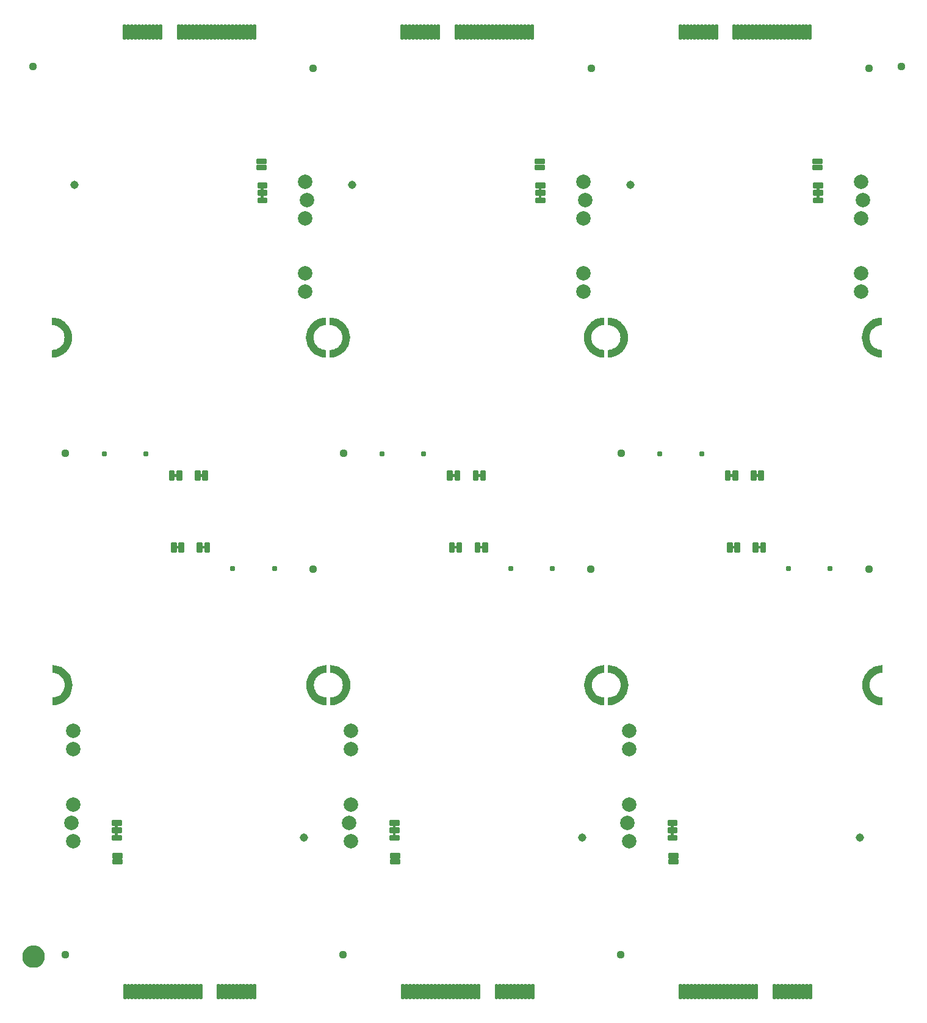
<source format=gbs>
G04 EAGLE Gerber RS-274X export*
G75*
%MOMM*%
%FSLAX34Y34*%
%LPD*%
%INSoldermask Bottom*%
%IPPOS*%
%AMOC8*
5,1,8,0,0,1.08239X$1,22.5*%
G01*
%ADD10C,0.228344*%
%ADD11C,0.777000*%
%ADD12C,1.143000*%
%ADD13C,1.127000*%
%ADD14C,0.228959*%
%ADD15C,0.736600*%
%ADD16C,2.006600*%
%ADD17C,0.228600*%
%ADD18C,1.270000*%
%ADD19C,1.627000*%

G36*
X775575Y412531D02*
X775575Y412531D01*
X775585Y412535D01*
X775611Y412536D01*
X779445Y413370D01*
X779453Y413375D01*
X779479Y413380D01*
X783155Y414752D01*
X783163Y414757D01*
X783187Y414766D01*
X786631Y416647D01*
X786638Y416654D01*
X786661Y416666D01*
X789802Y419017D01*
X789808Y419025D01*
X789829Y419041D01*
X792603Y421815D01*
X792608Y421824D01*
X792627Y421842D01*
X794978Y424983D01*
X794981Y424992D01*
X794997Y425013D01*
X796878Y428457D01*
X796880Y428466D01*
X796892Y428489D01*
X798264Y432165D01*
X798264Y432175D01*
X798274Y432199D01*
X799108Y436033D01*
X799107Y436043D01*
X799113Y436069D01*
X799393Y439982D01*
X799391Y439992D01*
X799393Y440018D01*
X799113Y443931D01*
X799111Y443936D01*
X799112Y443939D01*
X799109Y443945D01*
X799108Y443967D01*
X798274Y447801D01*
X798269Y447809D01*
X798264Y447835D01*
X796892Y451511D01*
X796887Y451519D01*
X796878Y451543D01*
X794997Y454987D01*
X794990Y454994D01*
X794978Y455017D01*
X792627Y458158D01*
X792619Y458164D01*
X792603Y458185D01*
X789829Y460959D01*
X789820Y460964D01*
X789802Y460983D01*
X786661Y463334D01*
X786652Y463337D01*
X786631Y463353D01*
X783187Y465234D01*
X783178Y465236D01*
X783155Y465248D01*
X779479Y466620D01*
X779469Y466620D01*
X779445Y466630D01*
X775611Y467464D01*
X775601Y467463D01*
X775575Y467469D01*
X771662Y467749D01*
X771636Y467743D01*
X771611Y467747D01*
X771569Y467729D01*
X771525Y467719D01*
X771507Y467701D01*
X771483Y467690D01*
X771458Y467652D01*
X771426Y467621D01*
X771420Y467595D01*
X771406Y467574D01*
X771395Y467500D01*
X771395Y457500D01*
X771397Y457493D01*
X771395Y457486D01*
X771416Y457427D01*
X771434Y457366D01*
X771439Y457361D01*
X771442Y457354D01*
X771492Y457316D01*
X771539Y457274D01*
X771546Y457273D01*
X771552Y457268D01*
X771624Y457252D01*
X774342Y457038D01*
X776975Y456406D01*
X779475Y455370D01*
X781783Y453956D01*
X783842Y452198D01*
X785600Y450139D01*
X787014Y447831D01*
X788050Y445331D01*
X788682Y442698D01*
X788894Y440000D01*
X788682Y437302D01*
X788050Y434669D01*
X787014Y432169D01*
X785600Y429861D01*
X783842Y427802D01*
X781783Y426044D01*
X779475Y424630D01*
X776975Y423594D01*
X774342Y422962D01*
X771624Y422748D01*
X771618Y422746D01*
X771611Y422747D01*
X771553Y422721D01*
X771494Y422699D01*
X771489Y422693D01*
X771483Y422690D01*
X771448Y422637D01*
X771410Y422587D01*
X771410Y422580D01*
X771406Y422574D01*
X771395Y422500D01*
X771395Y412500D01*
X771402Y412475D01*
X771400Y412449D01*
X771421Y412409D01*
X771434Y412366D01*
X771454Y412349D01*
X771466Y412326D01*
X771505Y412304D01*
X771539Y412274D01*
X771565Y412270D01*
X771588Y412257D01*
X771662Y412251D01*
X775575Y412531D01*
G37*
G36*
X4431Y412531D02*
X4431Y412531D01*
X4441Y412535D01*
X4467Y412536D01*
X8301Y413370D01*
X8309Y413375D01*
X8335Y413380D01*
X12011Y414752D01*
X12019Y414757D01*
X12043Y414766D01*
X15487Y416647D01*
X15494Y416654D01*
X15517Y416666D01*
X18658Y419017D01*
X18664Y419025D01*
X18685Y419041D01*
X21459Y421815D01*
X21464Y421824D01*
X21483Y421842D01*
X23834Y424983D01*
X23837Y424992D01*
X23853Y425013D01*
X25734Y428457D01*
X25736Y428466D01*
X25748Y428489D01*
X27120Y432165D01*
X27120Y432175D01*
X27130Y432199D01*
X27964Y436033D01*
X27963Y436043D01*
X27969Y436069D01*
X28249Y439982D01*
X28247Y439992D01*
X28249Y440018D01*
X27969Y443931D01*
X27967Y443936D01*
X27968Y443939D01*
X27965Y443945D01*
X27964Y443967D01*
X27130Y447801D01*
X27125Y447809D01*
X27120Y447835D01*
X25748Y451511D01*
X25743Y451519D01*
X25734Y451543D01*
X23853Y454987D01*
X23846Y454994D01*
X23834Y455017D01*
X21483Y458158D01*
X21475Y458164D01*
X21459Y458185D01*
X18685Y460959D01*
X18676Y460964D01*
X18658Y460983D01*
X15517Y463334D01*
X15508Y463337D01*
X15487Y463353D01*
X12043Y465234D01*
X12034Y465236D01*
X12011Y465248D01*
X8335Y466620D01*
X8325Y466620D01*
X8301Y466630D01*
X4467Y467464D01*
X4457Y467463D01*
X4431Y467469D01*
X518Y467749D01*
X492Y467743D01*
X467Y467747D01*
X425Y467729D01*
X381Y467719D01*
X363Y467701D01*
X339Y467690D01*
X314Y467652D01*
X282Y467621D01*
X276Y467595D01*
X262Y467574D01*
X251Y467500D01*
X251Y457500D01*
X253Y457493D01*
X251Y457486D01*
X272Y457427D01*
X290Y457366D01*
X295Y457361D01*
X298Y457354D01*
X348Y457316D01*
X395Y457274D01*
X402Y457273D01*
X408Y457268D01*
X480Y457252D01*
X3198Y457038D01*
X5831Y456406D01*
X8331Y455370D01*
X10639Y453956D01*
X12698Y452198D01*
X14456Y450139D01*
X15870Y447831D01*
X16906Y445331D01*
X17538Y442698D01*
X17750Y440000D01*
X17538Y437302D01*
X16906Y434669D01*
X15870Y432169D01*
X14456Y429861D01*
X12698Y427802D01*
X10639Y426044D01*
X8331Y424630D01*
X5831Y423594D01*
X3198Y422962D01*
X480Y422748D01*
X474Y422746D01*
X467Y422747D01*
X409Y422721D01*
X350Y422699D01*
X345Y422693D01*
X339Y422690D01*
X304Y422637D01*
X266Y422587D01*
X266Y422580D01*
X262Y422574D01*
X251Y422500D01*
X251Y412500D01*
X258Y412475D01*
X256Y412449D01*
X277Y412409D01*
X290Y412366D01*
X310Y412349D01*
X322Y412326D01*
X361Y412304D01*
X395Y412274D01*
X421Y412270D01*
X444Y412257D01*
X518Y412251D01*
X4431Y412531D01*
G37*
G36*
X390003Y412531D02*
X390003Y412531D01*
X390013Y412535D01*
X390039Y412536D01*
X393873Y413370D01*
X393881Y413375D01*
X393907Y413380D01*
X397583Y414752D01*
X397591Y414757D01*
X397615Y414766D01*
X401059Y416647D01*
X401066Y416654D01*
X401089Y416666D01*
X404230Y419017D01*
X404236Y419025D01*
X404257Y419041D01*
X407031Y421815D01*
X407036Y421824D01*
X407055Y421842D01*
X409406Y424983D01*
X409409Y424992D01*
X409425Y425013D01*
X411306Y428457D01*
X411308Y428466D01*
X411320Y428489D01*
X412692Y432165D01*
X412692Y432175D01*
X412702Y432199D01*
X413536Y436033D01*
X413535Y436043D01*
X413541Y436069D01*
X413821Y439982D01*
X413819Y439992D01*
X413821Y440018D01*
X413541Y443931D01*
X413539Y443936D01*
X413540Y443939D01*
X413537Y443945D01*
X413536Y443967D01*
X412702Y447801D01*
X412697Y447809D01*
X412692Y447835D01*
X411320Y451511D01*
X411315Y451519D01*
X411306Y451543D01*
X409425Y454987D01*
X409418Y454994D01*
X409406Y455017D01*
X407055Y458158D01*
X407047Y458164D01*
X407031Y458185D01*
X404257Y460959D01*
X404248Y460964D01*
X404230Y460983D01*
X401089Y463334D01*
X401080Y463337D01*
X401059Y463353D01*
X397615Y465234D01*
X397606Y465236D01*
X397583Y465248D01*
X393907Y466620D01*
X393897Y466620D01*
X393873Y466630D01*
X390039Y467464D01*
X390029Y467463D01*
X390003Y467469D01*
X386090Y467749D01*
X386064Y467743D01*
X386039Y467747D01*
X385997Y467729D01*
X385953Y467719D01*
X385935Y467701D01*
X385911Y467690D01*
X385886Y467652D01*
X385854Y467621D01*
X385848Y467595D01*
X385834Y467574D01*
X385823Y467500D01*
X385823Y457500D01*
X385825Y457493D01*
X385823Y457486D01*
X385844Y457427D01*
X385862Y457366D01*
X385867Y457361D01*
X385870Y457354D01*
X385920Y457316D01*
X385967Y457274D01*
X385974Y457273D01*
X385980Y457268D01*
X386052Y457252D01*
X388770Y457038D01*
X391403Y456406D01*
X393903Y455370D01*
X396211Y453956D01*
X398270Y452198D01*
X400028Y450139D01*
X401442Y447831D01*
X402478Y445331D01*
X403110Y442698D01*
X403322Y440000D01*
X403110Y437302D01*
X402478Y434669D01*
X401442Y432169D01*
X400028Y429861D01*
X398270Y427802D01*
X396211Y426044D01*
X393903Y424630D01*
X391403Y423594D01*
X388770Y422962D01*
X386052Y422748D01*
X386046Y422746D01*
X386039Y422747D01*
X385981Y422721D01*
X385922Y422699D01*
X385917Y422693D01*
X385911Y422690D01*
X385876Y422637D01*
X385838Y422587D01*
X385838Y422580D01*
X385834Y422574D01*
X385823Y422500D01*
X385823Y412500D01*
X385830Y412475D01*
X385828Y412449D01*
X385849Y412409D01*
X385862Y412366D01*
X385882Y412349D01*
X385894Y412326D01*
X385933Y412304D01*
X385967Y412274D01*
X385993Y412270D01*
X386016Y412257D01*
X386090Y412251D01*
X390003Y412531D01*
G37*
G36*
X389495Y894987D02*
X389495Y894987D01*
X389505Y894991D01*
X389531Y894992D01*
X393365Y895826D01*
X393373Y895831D01*
X393399Y895836D01*
X397075Y897208D01*
X397083Y897213D01*
X397107Y897222D01*
X400551Y899103D01*
X400558Y899110D01*
X400581Y899122D01*
X403722Y901473D01*
X403728Y901481D01*
X403749Y901497D01*
X406523Y904271D01*
X406528Y904280D01*
X406547Y904298D01*
X408898Y907439D01*
X408901Y907448D01*
X408917Y907469D01*
X410798Y910913D01*
X410800Y910922D01*
X410812Y910945D01*
X412184Y914621D01*
X412184Y914631D01*
X412194Y914655D01*
X413028Y918489D01*
X413027Y918499D01*
X413033Y918525D01*
X413313Y922438D01*
X413311Y922448D01*
X413313Y922474D01*
X413033Y926387D01*
X413031Y926392D01*
X413032Y926395D01*
X413029Y926401D01*
X413028Y926423D01*
X412194Y930257D01*
X412189Y930265D01*
X412184Y930291D01*
X410812Y933967D01*
X410807Y933975D01*
X410798Y933999D01*
X408917Y937443D01*
X408910Y937450D01*
X408898Y937473D01*
X406547Y940614D01*
X406539Y940620D01*
X406523Y940641D01*
X403749Y943415D01*
X403740Y943420D01*
X403722Y943439D01*
X400581Y945790D01*
X400572Y945793D01*
X400551Y945809D01*
X397107Y947690D01*
X397098Y947692D01*
X397075Y947704D01*
X393399Y949076D01*
X393389Y949076D01*
X393365Y949086D01*
X389531Y949920D01*
X389521Y949919D01*
X389495Y949925D01*
X385582Y950205D01*
X385556Y950199D01*
X385531Y950203D01*
X385489Y950185D01*
X385445Y950175D01*
X385427Y950157D01*
X385403Y950146D01*
X385378Y950108D01*
X385346Y950077D01*
X385340Y950051D01*
X385326Y950030D01*
X385315Y949956D01*
X385315Y939956D01*
X385317Y939949D01*
X385315Y939942D01*
X385336Y939883D01*
X385354Y939822D01*
X385359Y939817D01*
X385362Y939810D01*
X385412Y939772D01*
X385459Y939730D01*
X385466Y939729D01*
X385472Y939724D01*
X385544Y939708D01*
X388262Y939494D01*
X390895Y938862D01*
X393395Y937826D01*
X395703Y936412D01*
X397762Y934654D01*
X399520Y932595D01*
X400934Y930287D01*
X401970Y927787D01*
X402602Y925154D01*
X402814Y922456D01*
X402602Y919758D01*
X401970Y917125D01*
X400934Y914625D01*
X399520Y912317D01*
X397762Y910258D01*
X395703Y908500D01*
X393395Y907086D01*
X390895Y906050D01*
X388262Y905418D01*
X385544Y905204D01*
X385538Y905202D01*
X385531Y905203D01*
X385473Y905177D01*
X385414Y905155D01*
X385409Y905149D01*
X385403Y905146D01*
X385368Y905093D01*
X385330Y905043D01*
X385330Y905036D01*
X385326Y905030D01*
X385315Y904956D01*
X385315Y894956D01*
X385322Y894931D01*
X385320Y894905D01*
X385341Y894865D01*
X385354Y894822D01*
X385374Y894805D01*
X385386Y894782D01*
X385425Y894760D01*
X385459Y894730D01*
X385485Y894726D01*
X385508Y894713D01*
X385582Y894707D01*
X389495Y894987D01*
G37*
G36*
X775067Y894987D02*
X775067Y894987D01*
X775077Y894991D01*
X775103Y894992D01*
X778937Y895826D01*
X778945Y895831D01*
X778971Y895836D01*
X782647Y897208D01*
X782655Y897213D01*
X782679Y897222D01*
X786123Y899103D01*
X786130Y899110D01*
X786153Y899122D01*
X789294Y901473D01*
X789300Y901481D01*
X789321Y901497D01*
X792095Y904271D01*
X792100Y904280D01*
X792119Y904298D01*
X794470Y907439D01*
X794473Y907448D01*
X794489Y907469D01*
X796370Y910913D01*
X796372Y910922D01*
X796384Y910945D01*
X797756Y914621D01*
X797756Y914631D01*
X797766Y914655D01*
X798600Y918489D01*
X798599Y918499D01*
X798605Y918525D01*
X798885Y922438D01*
X798883Y922448D01*
X798885Y922474D01*
X798605Y926387D01*
X798603Y926392D01*
X798604Y926395D01*
X798601Y926401D01*
X798600Y926423D01*
X797766Y930257D01*
X797761Y930265D01*
X797756Y930291D01*
X796384Y933967D01*
X796379Y933975D01*
X796370Y933999D01*
X794489Y937443D01*
X794482Y937450D01*
X794470Y937473D01*
X792119Y940614D01*
X792111Y940620D01*
X792095Y940641D01*
X789321Y943415D01*
X789312Y943420D01*
X789294Y943439D01*
X786153Y945790D01*
X786144Y945793D01*
X786123Y945809D01*
X782679Y947690D01*
X782670Y947692D01*
X782647Y947704D01*
X778971Y949076D01*
X778961Y949076D01*
X778937Y949086D01*
X775103Y949920D01*
X775093Y949919D01*
X775067Y949925D01*
X771154Y950205D01*
X771128Y950199D01*
X771103Y950203D01*
X771061Y950185D01*
X771017Y950175D01*
X770999Y950157D01*
X770975Y950146D01*
X770950Y950108D01*
X770918Y950077D01*
X770912Y950051D01*
X770898Y950030D01*
X770887Y949956D01*
X770887Y939956D01*
X770889Y939949D01*
X770887Y939942D01*
X770908Y939883D01*
X770926Y939822D01*
X770931Y939817D01*
X770934Y939810D01*
X770984Y939772D01*
X771031Y939730D01*
X771038Y939729D01*
X771044Y939724D01*
X771116Y939708D01*
X773834Y939494D01*
X776467Y938862D01*
X778967Y937826D01*
X781275Y936412D01*
X783334Y934654D01*
X785092Y932595D01*
X786506Y930287D01*
X787542Y927787D01*
X788174Y925154D01*
X788386Y922456D01*
X788174Y919758D01*
X787542Y917125D01*
X786506Y914625D01*
X785092Y912317D01*
X783334Y910258D01*
X781275Y908500D01*
X778967Y907086D01*
X776467Y906050D01*
X773834Y905418D01*
X771116Y905204D01*
X771110Y905202D01*
X771103Y905203D01*
X771045Y905177D01*
X770986Y905155D01*
X770981Y905149D01*
X770975Y905146D01*
X770940Y905093D01*
X770902Y905043D01*
X770902Y905036D01*
X770898Y905030D01*
X770887Y904956D01*
X770887Y894956D01*
X770894Y894931D01*
X770892Y894905D01*
X770913Y894865D01*
X770926Y894822D01*
X770946Y894805D01*
X770958Y894782D01*
X770997Y894760D01*
X771031Y894730D01*
X771057Y894726D01*
X771080Y894713D01*
X771154Y894707D01*
X775067Y894987D01*
G37*
G36*
X3923Y894987D02*
X3923Y894987D01*
X3933Y894991D01*
X3959Y894992D01*
X7793Y895826D01*
X7801Y895831D01*
X7827Y895836D01*
X11503Y897208D01*
X11511Y897213D01*
X11535Y897222D01*
X14979Y899103D01*
X14986Y899110D01*
X15009Y899122D01*
X18150Y901473D01*
X18156Y901481D01*
X18177Y901497D01*
X20951Y904271D01*
X20956Y904280D01*
X20975Y904298D01*
X23326Y907439D01*
X23329Y907448D01*
X23345Y907469D01*
X25226Y910913D01*
X25228Y910922D01*
X25240Y910945D01*
X26612Y914621D01*
X26612Y914631D01*
X26622Y914655D01*
X27456Y918489D01*
X27455Y918499D01*
X27461Y918525D01*
X27741Y922438D01*
X27739Y922448D01*
X27741Y922474D01*
X27461Y926387D01*
X27459Y926392D01*
X27460Y926395D01*
X27457Y926401D01*
X27456Y926423D01*
X26622Y930257D01*
X26617Y930265D01*
X26612Y930291D01*
X25240Y933967D01*
X25235Y933975D01*
X25226Y933999D01*
X23345Y937443D01*
X23338Y937450D01*
X23326Y937473D01*
X20975Y940614D01*
X20967Y940620D01*
X20951Y940641D01*
X18177Y943415D01*
X18168Y943420D01*
X18150Y943439D01*
X15009Y945790D01*
X15000Y945793D01*
X14979Y945809D01*
X11535Y947690D01*
X11526Y947692D01*
X11503Y947704D01*
X7827Y949076D01*
X7817Y949076D01*
X7793Y949086D01*
X3959Y949920D01*
X3949Y949919D01*
X3923Y949925D01*
X10Y950205D01*
X-16Y950199D01*
X-41Y950203D01*
X-83Y950185D01*
X-127Y950175D01*
X-145Y950157D01*
X-169Y950146D01*
X-194Y950108D01*
X-226Y950077D01*
X-232Y950051D01*
X-246Y950030D01*
X-257Y949956D01*
X-257Y939956D01*
X-255Y939949D01*
X-257Y939942D01*
X-236Y939883D01*
X-218Y939822D01*
X-213Y939817D01*
X-210Y939810D01*
X-160Y939772D01*
X-113Y939730D01*
X-106Y939729D01*
X-100Y939724D01*
X-28Y939708D01*
X2690Y939494D01*
X5323Y938862D01*
X7823Y937826D01*
X10131Y936412D01*
X12190Y934654D01*
X13948Y932595D01*
X15362Y930287D01*
X16398Y927787D01*
X17030Y925154D01*
X17242Y922456D01*
X17030Y919758D01*
X16398Y917125D01*
X15362Y914625D01*
X13948Y912317D01*
X12190Y910258D01*
X10131Y908500D01*
X7823Y907086D01*
X5323Y906050D01*
X2690Y905418D01*
X-28Y905204D01*
X-34Y905202D01*
X-41Y905203D01*
X-99Y905177D01*
X-158Y905155D01*
X-163Y905149D01*
X-169Y905146D01*
X-204Y905093D01*
X-242Y905043D01*
X-242Y905036D01*
X-246Y905030D01*
X-257Y904956D01*
X-257Y894956D01*
X-250Y894931D01*
X-252Y894905D01*
X-231Y894865D01*
X-218Y894822D01*
X-198Y894805D01*
X-186Y894782D01*
X-147Y894760D01*
X-113Y894730D01*
X-87Y894726D01*
X-64Y894713D01*
X10Y894707D01*
X3923Y894987D01*
G37*
G36*
X380508Y412257D02*
X380508Y412257D01*
X380533Y412253D01*
X380575Y412271D01*
X380619Y412281D01*
X380637Y412299D01*
X380661Y412310D01*
X380686Y412348D01*
X380718Y412379D01*
X380724Y412405D01*
X380738Y412427D01*
X380749Y412500D01*
X380749Y422500D01*
X380747Y422507D01*
X380749Y422514D01*
X380728Y422573D01*
X380710Y422634D01*
X380705Y422639D01*
X380702Y422646D01*
X380652Y422685D01*
X380605Y422726D01*
X380598Y422727D01*
X380592Y422732D01*
X380520Y422748D01*
X377802Y422962D01*
X375169Y423594D01*
X372669Y424630D01*
X370361Y426044D01*
X368302Y427802D01*
X366544Y429861D01*
X365130Y432169D01*
X364094Y434669D01*
X363462Y437302D01*
X363250Y440000D01*
X363462Y442698D01*
X364094Y445331D01*
X365130Y447831D01*
X366544Y450139D01*
X368302Y452198D01*
X370361Y453956D01*
X372669Y455370D01*
X375169Y456406D01*
X377802Y457038D01*
X380520Y457252D01*
X380526Y457254D01*
X380533Y457253D01*
X380591Y457279D01*
X380650Y457301D01*
X380655Y457307D01*
X380661Y457310D01*
X380696Y457363D01*
X380734Y457413D01*
X380734Y457421D01*
X380738Y457427D01*
X380749Y457500D01*
X380749Y467500D01*
X380742Y467525D01*
X380744Y467551D01*
X380723Y467591D01*
X380710Y467634D01*
X380690Y467651D01*
X380678Y467674D01*
X380639Y467696D01*
X380605Y467726D01*
X380579Y467730D01*
X380556Y467743D01*
X380482Y467749D01*
X376569Y467469D01*
X376559Y467465D01*
X376533Y467464D01*
X372699Y466630D01*
X372691Y466625D01*
X372665Y466620D01*
X368989Y465248D01*
X368981Y465243D01*
X368957Y465234D01*
X365513Y463353D01*
X365506Y463346D01*
X365483Y463334D01*
X362342Y460983D01*
X362336Y460975D01*
X362315Y460959D01*
X359541Y458185D01*
X359536Y458176D01*
X359517Y458158D01*
X357166Y455017D01*
X357163Y455008D01*
X357147Y454987D01*
X355266Y451543D01*
X355264Y451534D01*
X355252Y451511D01*
X353880Y447835D01*
X353880Y447825D01*
X353870Y447801D01*
X353036Y443967D01*
X353037Y443957D01*
X353031Y443931D01*
X352751Y440018D01*
X352753Y440008D01*
X352751Y439982D01*
X353031Y436069D01*
X353035Y436059D01*
X353036Y436033D01*
X353870Y432199D01*
X353875Y432191D01*
X353880Y432165D01*
X355252Y428489D01*
X355257Y428481D01*
X355266Y428457D01*
X357147Y425013D01*
X357154Y425006D01*
X357166Y424983D01*
X359517Y421842D01*
X359525Y421836D01*
X359541Y421815D01*
X362315Y419041D01*
X362324Y419036D01*
X362342Y419017D01*
X365483Y416666D01*
X365492Y416663D01*
X365513Y416647D01*
X368957Y414766D01*
X368966Y414764D01*
X368989Y414752D01*
X372665Y413380D01*
X372675Y413380D01*
X372699Y413370D01*
X376533Y412536D01*
X376543Y412537D01*
X376569Y412531D01*
X380482Y412251D01*
X380508Y412257D01*
G37*
G36*
X766080Y412257D02*
X766080Y412257D01*
X766105Y412253D01*
X766147Y412271D01*
X766191Y412281D01*
X766209Y412299D01*
X766233Y412310D01*
X766258Y412348D01*
X766290Y412379D01*
X766296Y412405D01*
X766310Y412427D01*
X766321Y412500D01*
X766321Y422500D01*
X766319Y422507D01*
X766321Y422514D01*
X766300Y422573D01*
X766282Y422634D01*
X766277Y422639D01*
X766274Y422646D01*
X766224Y422685D01*
X766177Y422726D01*
X766170Y422727D01*
X766164Y422732D01*
X766092Y422748D01*
X763374Y422962D01*
X760741Y423594D01*
X758241Y424630D01*
X755933Y426044D01*
X753874Y427802D01*
X752116Y429861D01*
X750702Y432169D01*
X749666Y434669D01*
X749034Y437302D01*
X748822Y440000D01*
X749034Y442698D01*
X749666Y445331D01*
X750702Y447831D01*
X752116Y450139D01*
X753874Y452198D01*
X755933Y453956D01*
X758241Y455370D01*
X760741Y456406D01*
X763374Y457038D01*
X766092Y457252D01*
X766098Y457254D01*
X766105Y457253D01*
X766163Y457279D01*
X766222Y457301D01*
X766227Y457307D01*
X766233Y457310D01*
X766268Y457363D01*
X766306Y457413D01*
X766306Y457421D01*
X766310Y457427D01*
X766321Y457500D01*
X766321Y467500D01*
X766314Y467525D01*
X766316Y467551D01*
X766295Y467591D01*
X766282Y467634D01*
X766262Y467651D01*
X766250Y467674D01*
X766211Y467696D01*
X766177Y467726D01*
X766151Y467730D01*
X766128Y467743D01*
X766054Y467749D01*
X762141Y467469D01*
X762131Y467465D01*
X762105Y467464D01*
X758271Y466630D01*
X758263Y466625D01*
X758237Y466620D01*
X754561Y465248D01*
X754553Y465243D01*
X754529Y465234D01*
X751085Y463353D01*
X751078Y463346D01*
X751055Y463334D01*
X747914Y460983D01*
X747908Y460975D01*
X747887Y460959D01*
X745113Y458185D01*
X745108Y458176D01*
X745089Y458158D01*
X742738Y455017D01*
X742735Y455008D01*
X742719Y454987D01*
X740838Y451543D01*
X740836Y451534D01*
X740824Y451511D01*
X739452Y447835D01*
X739452Y447825D01*
X739442Y447801D01*
X738608Y443967D01*
X738609Y443957D01*
X738603Y443931D01*
X738323Y440018D01*
X738325Y440008D01*
X738323Y439982D01*
X738603Y436069D01*
X738607Y436059D01*
X738608Y436033D01*
X739442Y432199D01*
X739447Y432191D01*
X739452Y432165D01*
X740824Y428489D01*
X740829Y428481D01*
X740838Y428457D01*
X742719Y425013D01*
X742726Y425006D01*
X742738Y424983D01*
X745089Y421842D01*
X745097Y421836D01*
X745113Y421815D01*
X747887Y419041D01*
X747896Y419036D01*
X747914Y419017D01*
X751055Y416666D01*
X751064Y416663D01*
X751085Y416647D01*
X754529Y414766D01*
X754538Y414764D01*
X754561Y414752D01*
X758237Y413380D01*
X758247Y413380D01*
X758271Y413370D01*
X762105Y412536D01*
X762115Y412537D01*
X762141Y412531D01*
X766054Y412251D01*
X766080Y412257D01*
G37*
G36*
X1151652Y412257D02*
X1151652Y412257D01*
X1151677Y412253D01*
X1151719Y412271D01*
X1151763Y412281D01*
X1151781Y412299D01*
X1151805Y412310D01*
X1151830Y412348D01*
X1151862Y412379D01*
X1151868Y412405D01*
X1151882Y412427D01*
X1151893Y412500D01*
X1151893Y422500D01*
X1151891Y422507D01*
X1151893Y422514D01*
X1151872Y422573D01*
X1151854Y422634D01*
X1151849Y422639D01*
X1151846Y422646D01*
X1151796Y422685D01*
X1151749Y422726D01*
X1151742Y422727D01*
X1151736Y422732D01*
X1151664Y422748D01*
X1148946Y422962D01*
X1146313Y423594D01*
X1143813Y424630D01*
X1141505Y426044D01*
X1139446Y427802D01*
X1137688Y429861D01*
X1136274Y432169D01*
X1135238Y434669D01*
X1134606Y437302D01*
X1134394Y440000D01*
X1134606Y442698D01*
X1135238Y445331D01*
X1136274Y447831D01*
X1137688Y450139D01*
X1139446Y452198D01*
X1141505Y453956D01*
X1143813Y455370D01*
X1146313Y456406D01*
X1148946Y457038D01*
X1151664Y457252D01*
X1151670Y457254D01*
X1151677Y457253D01*
X1151735Y457279D01*
X1151794Y457301D01*
X1151799Y457307D01*
X1151805Y457310D01*
X1151840Y457363D01*
X1151878Y457413D01*
X1151878Y457421D01*
X1151882Y457427D01*
X1151893Y457500D01*
X1151893Y467500D01*
X1151886Y467525D01*
X1151888Y467551D01*
X1151867Y467591D01*
X1151854Y467634D01*
X1151834Y467651D01*
X1151822Y467674D01*
X1151783Y467696D01*
X1151749Y467726D01*
X1151723Y467730D01*
X1151700Y467743D01*
X1151626Y467749D01*
X1147713Y467469D01*
X1147703Y467465D01*
X1147677Y467464D01*
X1143843Y466630D01*
X1143835Y466625D01*
X1143809Y466620D01*
X1140133Y465248D01*
X1140125Y465243D01*
X1140101Y465234D01*
X1136657Y463353D01*
X1136650Y463346D01*
X1136627Y463334D01*
X1133486Y460983D01*
X1133480Y460975D01*
X1133459Y460959D01*
X1130685Y458185D01*
X1130680Y458176D01*
X1130661Y458158D01*
X1128310Y455017D01*
X1128307Y455008D01*
X1128291Y454987D01*
X1126410Y451543D01*
X1126408Y451534D01*
X1126396Y451511D01*
X1125024Y447835D01*
X1125024Y447825D01*
X1125014Y447801D01*
X1124180Y443967D01*
X1124181Y443957D01*
X1124175Y443931D01*
X1123895Y440018D01*
X1123897Y440008D01*
X1123895Y439982D01*
X1124175Y436069D01*
X1124179Y436059D01*
X1124180Y436033D01*
X1125014Y432199D01*
X1125019Y432191D01*
X1125024Y432165D01*
X1126396Y428489D01*
X1126401Y428481D01*
X1126410Y428457D01*
X1128291Y425013D01*
X1128298Y425006D01*
X1128310Y424983D01*
X1130661Y421842D01*
X1130669Y421836D01*
X1130685Y421815D01*
X1133459Y419041D01*
X1133468Y419036D01*
X1133486Y419017D01*
X1136627Y416666D01*
X1136636Y416663D01*
X1136657Y416647D01*
X1140101Y414766D01*
X1140110Y414764D01*
X1140133Y414752D01*
X1143809Y413380D01*
X1143819Y413380D01*
X1143843Y413370D01*
X1147677Y412536D01*
X1147687Y412537D01*
X1147713Y412531D01*
X1151626Y412251D01*
X1151652Y412257D01*
G37*
G36*
X380000Y894713D02*
X380000Y894713D01*
X380025Y894709D01*
X380067Y894727D01*
X380111Y894737D01*
X380129Y894755D01*
X380153Y894766D01*
X380178Y894804D01*
X380210Y894835D01*
X380216Y894861D01*
X380230Y894883D01*
X380241Y894956D01*
X380241Y904956D01*
X380239Y904963D01*
X380241Y904970D01*
X380220Y905029D01*
X380202Y905090D01*
X380197Y905095D01*
X380194Y905102D01*
X380144Y905141D01*
X380097Y905182D01*
X380090Y905183D01*
X380084Y905188D01*
X380012Y905204D01*
X377294Y905418D01*
X374661Y906050D01*
X372161Y907086D01*
X369853Y908500D01*
X367794Y910258D01*
X366036Y912317D01*
X364622Y914625D01*
X363586Y917125D01*
X362954Y919758D01*
X362742Y922456D01*
X362954Y925154D01*
X363586Y927787D01*
X364622Y930287D01*
X366036Y932595D01*
X367794Y934654D01*
X369853Y936412D01*
X372161Y937826D01*
X374661Y938862D01*
X377294Y939494D01*
X380012Y939708D01*
X380018Y939710D01*
X380025Y939709D01*
X380083Y939735D01*
X380142Y939757D01*
X380147Y939763D01*
X380153Y939766D01*
X380188Y939819D01*
X380226Y939869D01*
X380226Y939877D01*
X380230Y939883D01*
X380241Y939956D01*
X380241Y949956D01*
X380234Y949981D01*
X380236Y950007D01*
X380215Y950047D01*
X380202Y950090D01*
X380182Y950107D01*
X380170Y950130D01*
X380131Y950152D01*
X380097Y950182D01*
X380071Y950186D01*
X380048Y950199D01*
X379974Y950205D01*
X376061Y949925D01*
X376051Y949921D01*
X376025Y949920D01*
X372191Y949086D01*
X372183Y949081D01*
X372157Y949076D01*
X368481Y947704D01*
X368473Y947699D01*
X368449Y947690D01*
X365005Y945809D01*
X364998Y945802D01*
X364975Y945790D01*
X361834Y943439D01*
X361828Y943431D01*
X361807Y943415D01*
X359033Y940641D01*
X359028Y940632D01*
X359009Y940614D01*
X356658Y937473D01*
X356655Y937464D01*
X356639Y937443D01*
X354758Y933999D01*
X354756Y933990D01*
X354744Y933967D01*
X353372Y930291D01*
X353372Y930281D01*
X353362Y930257D01*
X352528Y926423D01*
X352529Y926413D01*
X352523Y926387D01*
X352243Y922474D01*
X352245Y922464D01*
X352243Y922438D01*
X352523Y918525D01*
X352527Y918515D01*
X352528Y918489D01*
X353362Y914655D01*
X353367Y914647D01*
X353372Y914621D01*
X354744Y910945D01*
X354749Y910937D01*
X354758Y910913D01*
X356639Y907469D01*
X356646Y907462D01*
X356658Y907439D01*
X359009Y904298D01*
X359017Y904292D01*
X359033Y904271D01*
X361807Y901497D01*
X361816Y901492D01*
X361834Y901473D01*
X364975Y899122D01*
X364984Y899119D01*
X365005Y899103D01*
X368449Y897222D01*
X368458Y897220D01*
X368481Y897208D01*
X372157Y895836D01*
X372167Y895836D01*
X372191Y895826D01*
X376025Y894992D01*
X376035Y894993D01*
X376061Y894987D01*
X379974Y894707D01*
X380000Y894713D01*
G37*
G36*
X1151144Y894713D02*
X1151144Y894713D01*
X1151169Y894709D01*
X1151211Y894727D01*
X1151255Y894737D01*
X1151273Y894755D01*
X1151297Y894766D01*
X1151322Y894804D01*
X1151354Y894835D01*
X1151360Y894861D01*
X1151374Y894883D01*
X1151385Y894956D01*
X1151385Y904956D01*
X1151383Y904963D01*
X1151385Y904970D01*
X1151364Y905029D01*
X1151346Y905090D01*
X1151341Y905095D01*
X1151338Y905102D01*
X1151288Y905141D01*
X1151241Y905182D01*
X1151234Y905183D01*
X1151228Y905188D01*
X1151156Y905204D01*
X1148438Y905418D01*
X1145805Y906050D01*
X1143305Y907086D01*
X1140997Y908500D01*
X1138938Y910258D01*
X1137180Y912317D01*
X1135766Y914625D01*
X1134730Y917125D01*
X1134098Y919758D01*
X1133886Y922456D01*
X1134098Y925154D01*
X1134730Y927787D01*
X1135766Y930287D01*
X1137180Y932595D01*
X1138938Y934654D01*
X1140997Y936412D01*
X1143305Y937826D01*
X1145805Y938862D01*
X1148438Y939494D01*
X1151156Y939708D01*
X1151162Y939710D01*
X1151169Y939709D01*
X1151227Y939735D01*
X1151286Y939757D01*
X1151291Y939763D01*
X1151297Y939766D01*
X1151332Y939819D01*
X1151370Y939869D01*
X1151370Y939877D01*
X1151374Y939883D01*
X1151385Y939956D01*
X1151385Y949956D01*
X1151378Y949981D01*
X1151380Y950007D01*
X1151359Y950047D01*
X1151346Y950090D01*
X1151326Y950107D01*
X1151314Y950130D01*
X1151275Y950152D01*
X1151241Y950182D01*
X1151215Y950186D01*
X1151192Y950199D01*
X1151118Y950205D01*
X1147205Y949925D01*
X1147195Y949921D01*
X1147169Y949920D01*
X1143335Y949086D01*
X1143327Y949081D01*
X1143301Y949076D01*
X1139625Y947704D01*
X1139617Y947699D01*
X1139593Y947690D01*
X1136149Y945809D01*
X1136142Y945802D01*
X1136119Y945790D01*
X1132978Y943439D01*
X1132972Y943431D01*
X1132951Y943415D01*
X1130177Y940641D01*
X1130172Y940632D01*
X1130153Y940614D01*
X1127802Y937473D01*
X1127799Y937464D01*
X1127783Y937443D01*
X1125902Y933999D01*
X1125900Y933990D01*
X1125888Y933967D01*
X1124516Y930291D01*
X1124516Y930281D01*
X1124506Y930257D01*
X1123672Y926423D01*
X1123673Y926413D01*
X1123667Y926387D01*
X1123387Y922474D01*
X1123389Y922464D01*
X1123387Y922438D01*
X1123667Y918525D01*
X1123671Y918515D01*
X1123672Y918489D01*
X1124506Y914655D01*
X1124511Y914647D01*
X1124516Y914621D01*
X1125888Y910945D01*
X1125893Y910937D01*
X1125902Y910913D01*
X1127783Y907469D01*
X1127790Y907462D01*
X1127802Y907439D01*
X1130153Y904298D01*
X1130161Y904292D01*
X1130177Y904271D01*
X1132951Y901497D01*
X1132960Y901492D01*
X1132978Y901473D01*
X1136119Y899122D01*
X1136128Y899119D01*
X1136149Y899103D01*
X1139593Y897222D01*
X1139602Y897220D01*
X1139625Y897208D01*
X1143301Y895836D01*
X1143311Y895836D01*
X1143335Y895826D01*
X1147169Y894992D01*
X1147179Y894993D01*
X1147205Y894987D01*
X1151118Y894707D01*
X1151144Y894713D01*
G37*
G36*
X765572Y894713D02*
X765572Y894713D01*
X765597Y894709D01*
X765639Y894727D01*
X765683Y894737D01*
X765701Y894755D01*
X765725Y894766D01*
X765750Y894804D01*
X765782Y894835D01*
X765788Y894861D01*
X765802Y894883D01*
X765813Y894956D01*
X765813Y904956D01*
X765811Y904963D01*
X765813Y904970D01*
X765792Y905029D01*
X765774Y905090D01*
X765769Y905095D01*
X765766Y905102D01*
X765716Y905141D01*
X765669Y905182D01*
X765662Y905183D01*
X765656Y905188D01*
X765584Y905204D01*
X762866Y905418D01*
X760233Y906050D01*
X757733Y907086D01*
X755425Y908500D01*
X753366Y910258D01*
X751608Y912317D01*
X750194Y914625D01*
X749158Y917125D01*
X748526Y919758D01*
X748314Y922456D01*
X748526Y925154D01*
X749158Y927787D01*
X750194Y930287D01*
X751608Y932595D01*
X753366Y934654D01*
X755425Y936412D01*
X757733Y937826D01*
X760233Y938862D01*
X762866Y939494D01*
X765584Y939708D01*
X765590Y939710D01*
X765597Y939709D01*
X765655Y939735D01*
X765714Y939757D01*
X765719Y939763D01*
X765725Y939766D01*
X765760Y939819D01*
X765798Y939869D01*
X765798Y939877D01*
X765802Y939883D01*
X765813Y939956D01*
X765813Y949956D01*
X765806Y949981D01*
X765808Y950007D01*
X765787Y950047D01*
X765774Y950090D01*
X765754Y950107D01*
X765742Y950130D01*
X765703Y950152D01*
X765669Y950182D01*
X765643Y950186D01*
X765620Y950199D01*
X765546Y950205D01*
X761633Y949925D01*
X761623Y949921D01*
X761597Y949920D01*
X757763Y949086D01*
X757755Y949081D01*
X757729Y949076D01*
X754053Y947704D01*
X754045Y947699D01*
X754021Y947690D01*
X750577Y945809D01*
X750570Y945802D01*
X750547Y945790D01*
X747406Y943439D01*
X747400Y943431D01*
X747379Y943415D01*
X744605Y940641D01*
X744600Y940632D01*
X744581Y940614D01*
X742230Y937473D01*
X742227Y937464D01*
X742211Y937443D01*
X740330Y933999D01*
X740328Y933990D01*
X740316Y933967D01*
X738944Y930291D01*
X738944Y930281D01*
X738934Y930257D01*
X738100Y926423D01*
X738101Y926413D01*
X738095Y926387D01*
X737815Y922474D01*
X737817Y922464D01*
X737815Y922438D01*
X738095Y918525D01*
X738099Y918515D01*
X738100Y918489D01*
X738934Y914655D01*
X738939Y914647D01*
X738944Y914621D01*
X740316Y910945D01*
X740321Y910937D01*
X740330Y910913D01*
X742211Y907469D01*
X742218Y907462D01*
X742230Y907439D01*
X744581Y904298D01*
X744589Y904292D01*
X744605Y904271D01*
X747379Y901497D01*
X747388Y901492D01*
X747406Y901473D01*
X750547Y899122D01*
X750556Y899119D01*
X750577Y899103D01*
X754021Y897222D01*
X754030Y897220D01*
X754053Y897208D01*
X757729Y895836D01*
X757739Y895836D01*
X757763Y895826D01*
X761597Y894992D01*
X761607Y894993D01*
X761633Y894987D01*
X765546Y894707D01*
X765572Y894713D01*
G37*
G36*
X1063817Y1126248D02*
X1063817Y1126248D01*
X1063883Y1126250D01*
X1063926Y1126268D01*
X1063973Y1126276D01*
X1064030Y1126310D01*
X1064090Y1126335D01*
X1064125Y1126366D01*
X1064166Y1126391D01*
X1064208Y1126442D01*
X1064256Y1126486D01*
X1064278Y1126528D01*
X1064307Y1126565D01*
X1064328Y1126627D01*
X1064359Y1126686D01*
X1064367Y1126740D01*
X1064379Y1126777D01*
X1064378Y1126817D01*
X1064386Y1126871D01*
X1064386Y1130681D01*
X1064375Y1130746D01*
X1064373Y1130812D01*
X1064355Y1130855D01*
X1064347Y1130902D01*
X1064313Y1130959D01*
X1064288Y1131019D01*
X1064257Y1131054D01*
X1064232Y1131095D01*
X1064181Y1131137D01*
X1064137Y1131185D01*
X1064095Y1131207D01*
X1064058Y1131236D01*
X1063996Y1131257D01*
X1063937Y1131288D01*
X1063883Y1131296D01*
X1063846Y1131308D01*
X1063806Y1131307D01*
X1063752Y1131315D01*
X1061212Y1131315D01*
X1061147Y1131304D01*
X1061081Y1131302D01*
X1061038Y1131284D01*
X1060991Y1131276D01*
X1060934Y1131242D01*
X1060874Y1131217D01*
X1060839Y1131186D01*
X1060798Y1131161D01*
X1060757Y1131110D01*
X1060708Y1131066D01*
X1060686Y1131024D01*
X1060657Y1130987D01*
X1060636Y1130925D01*
X1060605Y1130866D01*
X1060597Y1130812D01*
X1060585Y1130775D01*
X1060585Y1130771D01*
X1060585Y1130770D01*
X1060586Y1130735D01*
X1060578Y1130681D01*
X1060578Y1126871D01*
X1060589Y1126806D01*
X1060591Y1126740D01*
X1060609Y1126697D01*
X1060617Y1126650D01*
X1060651Y1126593D01*
X1060676Y1126533D01*
X1060707Y1126498D01*
X1060732Y1126457D01*
X1060783Y1126416D01*
X1060827Y1126367D01*
X1060869Y1126345D01*
X1060906Y1126316D01*
X1060968Y1126295D01*
X1061027Y1126264D01*
X1061081Y1126256D01*
X1061118Y1126244D01*
X1061158Y1126245D01*
X1061212Y1126237D01*
X1063752Y1126237D01*
X1063817Y1126248D01*
G37*
G36*
X292673Y1126248D02*
X292673Y1126248D01*
X292739Y1126250D01*
X292782Y1126268D01*
X292829Y1126276D01*
X292886Y1126310D01*
X292946Y1126335D01*
X292981Y1126366D01*
X293022Y1126391D01*
X293064Y1126442D01*
X293112Y1126486D01*
X293134Y1126528D01*
X293163Y1126565D01*
X293184Y1126627D01*
X293215Y1126686D01*
X293223Y1126740D01*
X293235Y1126777D01*
X293234Y1126817D01*
X293242Y1126871D01*
X293242Y1130681D01*
X293231Y1130746D01*
X293229Y1130812D01*
X293211Y1130855D01*
X293203Y1130902D01*
X293169Y1130959D01*
X293144Y1131019D01*
X293113Y1131054D01*
X293088Y1131095D01*
X293037Y1131137D01*
X292993Y1131185D01*
X292951Y1131207D01*
X292914Y1131236D01*
X292852Y1131257D01*
X292793Y1131288D01*
X292739Y1131296D01*
X292702Y1131308D01*
X292662Y1131307D01*
X292608Y1131315D01*
X290068Y1131315D01*
X290003Y1131304D01*
X289937Y1131302D01*
X289894Y1131284D01*
X289847Y1131276D01*
X289790Y1131242D01*
X289730Y1131217D01*
X289695Y1131186D01*
X289654Y1131161D01*
X289613Y1131110D01*
X289564Y1131066D01*
X289542Y1131024D01*
X289513Y1130987D01*
X289492Y1130925D01*
X289461Y1130866D01*
X289453Y1130812D01*
X289441Y1130775D01*
X289441Y1130771D01*
X289441Y1130770D01*
X289442Y1130735D01*
X289434Y1130681D01*
X289434Y1126871D01*
X289445Y1126806D01*
X289447Y1126740D01*
X289465Y1126697D01*
X289473Y1126650D01*
X289507Y1126593D01*
X289532Y1126533D01*
X289563Y1126498D01*
X289588Y1126457D01*
X289639Y1126416D01*
X289683Y1126367D01*
X289725Y1126345D01*
X289762Y1126316D01*
X289824Y1126295D01*
X289883Y1126264D01*
X289937Y1126256D01*
X289974Y1126244D01*
X290014Y1126245D01*
X290068Y1126237D01*
X292608Y1126237D01*
X292673Y1126248D01*
G37*
G36*
X678245Y1126248D02*
X678245Y1126248D01*
X678311Y1126250D01*
X678354Y1126268D01*
X678401Y1126276D01*
X678458Y1126310D01*
X678518Y1126335D01*
X678553Y1126366D01*
X678594Y1126391D01*
X678636Y1126442D01*
X678684Y1126486D01*
X678706Y1126528D01*
X678735Y1126565D01*
X678756Y1126627D01*
X678787Y1126686D01*
X678795Y1126740D01*
X678807Y1126777D01*
X678806Y1126817D01*
X678814Y1126871D01*
X678814Y1130681D01*
X678803Y1130746D01*
X678801Y1130812D01*
X678783Y1130855D01*
X678775Y1130902D01*
X678741Y1130959D01*
X678716Y1131019D01*
X678685Y1131054D01*
X678660Y1131095D01*
X678609Y1131137D01*
X678565Y1131185D01*
X678523Y1131207D01*
X678486Y1131236D01*
X678424Y1131257D01*
X678365Y1131288D01*
X678311Y1131296D01*
X678274Y1131308D01*
X678234Y1131307D01*
X678180Y1131315D01*
X675640Y1131315D01*
X675575Y1131304D01*
X675509Y1131302D01*
X675466Y1131284D01*
X675419Y1131276D01*
X675362Y1131242D01*
X675302Y1131217D01*
X675267Y1131186D01*
X675226Y1131161D01*
X675185Y1131110D01*
X675136Y1131066D01*
X675114Y1131024D01*
X675085Y1130987D01*
X675064Y1130925D01*
X675033Y1130866D01*
X675025Y1130812D01*
X675013Y1130775D01*
X675013Y1130771D01*
X675013Y1130770D01*
X675014Y1130735D01*
X675006Y1130681D01*
X675006Y1126871D01*
X675017Y1126806D01*
X675019Y1126740D01*
X675037Y1126697D01*
X675045Y1126650D01*
X675079Y1126593D01*
X675104Y1126533D01*
X675135Y1126498D01*
X675160Y1126457D01*
X675211Y1126416D01*
X675255Y1126367D01*
X675297Y1126345D01*
X675334Y1126316D01*
X675396Y1126295D01*
X675455Y1126264D01*
X675509Y1126256D01*
X675546Y1126244D01*
X675586Y1126245D01*
X675640Y1126237D01*
X678180Y1126237D01*
X678245Y1126248D01*
G37*
G36*
X1063817Y1116088D02*
X1063817Y1116088D01*
X1063883Y1116090D01*
X1063926Y1116108D01*
X1063973Y1116116D01*
X1064030Y1116150D01*
X1064090Y1116175D01*
X1064125Y1116206D01*
X1064166Y1116231D01*
X1064208Y1116282D01*
X1064256Y1116326D01*
X1064278Y1116368D01*
X1064307Y1116405D01*
X1064328Y1116467D01*
X1064359Y1116526D01*
X1064367Y1116580D01*
X1064379Y1116617D01*
X1064378Y1116657D01*
X1064386Y1116711D01*
X1064386Y1120521D01*
X1064375Y1120586D01*
X1064373Y1120652D01*
X1064355Y1120695D01*
X1064347Y1120742D01*
X1064313Y1120799D01*
X1064288Y1120859D01*
X1064257Y1120894D01*
X1064232Y1120935D01*
X1064181Y1120977D01*
X1064137Y1121025D01*
X1064095Y1121047D01*
X1064058Y1121076D01*
X1063996Y1121097D01*
X1063937Y1121128D01*
X1063883Y1121136D01*
X1063846Y1121148D01*
X1063806Y1121147D01*
X1063752Y1121155D01*
X1061212Y1121155D01*
X1061147Y1121144D01*
X1061081Y1121142D01*
X1061038Y1121124D01*
X1060991Y1121116D01*
X1060934Y1121082D01*
X1060874Y1121057D01*
X1060839Y1121026D01*
X1060798Y1121001D01*
X1060757Y1120950D01*
X1060708Y1120906D01*
X1060686Y1120864D01*
X1060657Y1120827D01*
X1060636Y1120765D01*
X1060605Y1120706D01*
X1060597Y1120652D01*
X1060585Y1120615D01*
X1060585Y1120611D01*
X1060585Y1120610D01*
X1060586Y1120575D01*
X1060578Y1120521D01*
X1060578Y1116711D01*
X1060589Y1116646D01*
X1060591Y1116580D01*
X1060609Y1116537D01*
X1060617Y1116490D01*
X1060651Y1116433D01*
X1060676Y1116373D01*
X1060707Y1116338D01*
X1060732Y1116297D01*
X1060783Y1116256D01*
X1060827Y1116207D01*
X1060869Y1116185D01*
X1060906Y1116156D01*
X1060968Y1116135D01*
X1061027Y1116104D01*
X1061081Y1116096D01*
X1061118Y1116084D01*
X1061158Y1116085D01*
X1061212Y1116077D01*
X1063752Y1116077D01*
X1063817Y1116088D01*
G37*
G36*
X292673Y1116088D02*
X292673Y1116088D01*
X292739Y1116090D01*
X292782Y1116108D01*
X292829Y1116116D01*
X292886Y1116150D01*
X292946Y1116175D01*
X292981Y1116206D01*
X293022Y1116231D01*
X293064Y1116282D01*
X293112Y1116326D01*
X293134Y1116368D01*
X293163Y1116405D01*
X293184Y1116467D01*
X293215Y1116526D01*
X293223Y1116580D01*
X293235Y1116617D01*
X293234Y1116657D01*
X293242Y1116711D01*
X293242Y1120521D01*
X293231Y1120586D01*
X293229Y1120652D01*
X293211Y1120695D01*
X293203Y1120742D01*
X293169Y1120799D01*
X293144Y1120859D01*
X293113Y1120894D01*
X293088Y1120935D01*
X293037Y1120977D01*
X292993Y1121025D01*
X292951Y1121047D01*
X292914Y1121076D01*
X292852Y1121097D01*
X292793Y1121128D01*
X292739Y1121136D01*
X292702Y1121148D01*
X292662Y1121147D01*
X292608Y1121155D01*
X290068Y1121155D01*
X290003Y1121144D01*
X289937Y1121142D01*
X289894Y1121124D01*
X289847Y1121116D01*
X289790Y1121082D01*
X289730Y1121057D01*
X289695Y1121026D01*
X289654Y1121001D01*
X289613Y1120950D01*
X289564Y1120906D01*
X289542Y1120864D01*
X289513Y1120827D01*
X289492Y1120765D01*
X289461Y1120706D01*
X289453Y1120652D01*
X289441Y1120615D01*
X289441Y1120611D01*
X289441Y1120610D01*
X289442Y1120575D01*
X289434Y1120521D01*
X289434Y1116711D01*
X289445Y1116646D01*
X289447Y1116580D01*
X289465Y1116537D01*
X289473Y1116490D01*
X289507Y1116433D01*
X289532Y1116373D01*
X289563Y1116338D01*
X289588Y1116297D01*
X289639Y1116256D01*
X289683Y1116207D01*
X289725Y1116185D01*
X289762Y1116156D01*
X289824Y1116135D01*
X289883Y1116104D01*
X289937Y1116096D01*
X289974Y1116084D01*
X290014Y1116085D01*
X290068Y1116077D01*
X292608Y1116077D01*
X292673Y1116088D01*
G37*
G36*
X678245Y1116088D02*
X678245Y1116088D01*
X678311Y1116090D01*
X678354Y1116108D01*
X678401Y1116116D01*
X678458Y1116150D01*
X678518Y1116175D01*
X678553Y1116206D01*
X678594Y1116231D01*
X678636Y1116282D01*
X678684Y1116326D01*
X678706Y1116368D01*
X678735Y1116405D01*
X678756Y1116467D01*
X678787Y1116526D01*
X678795Y1116580D01*
X678807Y1116617D01*
X678806Y1116657D01*
X678814Y1116711D01*
X678814Y1120521D01*
X678803Y1120586D01*
X678801Y1120652D01*
X678783Y1120695D01*
X678775Y1120742D01*
X678741Y1120799D01*
X678716Y1120859D01*
X678685Y1120894D01*
X678660Y1120935D01*
X678609Y1120977D01*
X678565Y1121025D01*
X678523Y1121047D01*
X678486Y1121076D01*
X678424Y1121097D01*
X678365Y1121128D01*
X678311Y1121136D01*
X678274Y1121148D01*
X678234Y1121147D01*
X678180Y1121155D01*
X675640Y1121155D01*
X675575Y1121144D01*
X675509Y1121142D01*
X675466Y1121124D01*
X675419Y1121116D01*
X675362Y1121082D01*
X675302Y1121057D01*
X675267Y1121026D01*
X675226Y1121001D01*
X675185Y1120950D01*
X675136Y1120906D01*
X675114Y1120864D01*
X675085Y1120827D01*
X675064Y1120765D01*
X675033Y1120706D01*
X675025Y1120652D01*
X675013Y1120615D01*
X675013Y1120611D01*
X675013Y1120610D01*
X675014Y1120575D01*
X675006Y1120521D01*
X675006Y1116711D01*
X675017Y1116646D01*
X675019Y1116580D01*
X675037Y1116537D01*
X675045Y1116490D01*
X675079Y1116433D01*
X675104Y1116373D01*
X675135Y1116338D01*
X675160Y1116297D01*
X675211Y1116256D01*
X675255Y1116207D01*
X675297Y1116185D01*
X675334Y1116156D01*
X675396Y1116135D01*
X675455Y1116104D01*
X675509Y1116096D01*
X675546Y1116084D01*
X675586Y1116085D01*
X675640Y1116077D01*
X678180Y1116077D01*
X678245Y1116088D01*
G37*
G36*
X476061Y231152D02*
X476061Y231152D01*
X476127Y231154D01*
X476170Y231172D01*
X476217Y231180D01*
X476274Y231214D01*
X476334Y231239D01*
X476369Y231270D01*
X476410Y231295D01*
X476452Y231346D01*
X476500Y231390D01*
X476522Y231432D01*
X476551Y231469D01*
X476572Y231531D01*
X476603Y231590D01*
X476611Y231644D01*
X476623Y231681D01*
X476622Y231721D01*
X476630Y231775D01*
X476630Y235585D01*
X476619Y235650D01*
X476617Y235716D01*
X476599Y235759D01*
X476591Y235806D01*
X476557Y235863D01*
X476532Y235923D01*
X476501Y235958D01*
X476476Y235999D01*
X476425Y236041D01*
X476381Y236089D01*
X476339Y236111D01*
X476302Y236140D01*
X476240Y236161D01*
X476181Y236192D01*
X476127Y236200D01*
X476090Y236212D01*
X476050Y236211D01*
X475996Y236219D01*
X473456Y236219D01*
X473391Y236208D01*
X473325Y236206D01*
X473282Y236188D01*
X473235Y236180D01*
X473178Y236146D01*
X473118Y236121D01*
X473083Y236090D01*
X473042Y236065D01*
X473001Y236014D01*
X472952Y235970D01*
X472930Y235928D01*
X472901Y235891D01*
X472880Y235829D01*
X472849Y235770D01*
X472841Y235716D01*
X472829Y235679D01*
X472829Y235675D01*
X472829Y235674D01*
X472830Y235639D01*
X472822Y235585D01*
X472822Y231775D01*
X472833Y231710D01*
X472835Y231644D01*
X472853Y231601D01*
X472861Y231554D01*
X472895Y231497D01*
X472920Y231437D01*
X472951Y231402D01*
X472976Y231361D01*
X473027Y231320D01*
X473071Y231271D01*
X473113Y231249D01*
X473150Y231220D01*
X473212Y231199D01*
X473271Y231168D01*
X473325Y231160D01*
X473362Y231148D01*
X473402Y231149D01*
X473456Y231141D01*
X475996Y231141D01*
X476061Y231152D01*
G37*
G36*
X861633Y241312D02*
X861633Y241312D01*
X861699Y241314D01*
X861742Y241332D01*
X861789Y241340D01*
X861846Y241374D01*
X861906Y241399D01*
X861941Y241430D01*
X861982Y241455D01*
X862024Y241506D01*
X862072Y241550D01*
X862094Y241592D01*
X862123Y241629D01*
X862144Y241691D01*
X862175Y241750D01*
X862183Y241804D01*
X862195Y241841D01*
X862194Y241881D01*
X862202Y241935D01*
X862202Y245745D01*
X862191Y245810D01*
X862189Y245876D01*
X862171Y245919D01*
X862163Y245966D01*
X862129Y246023D01*
X862104Y246083D01*
X862073Y246118D01*
X862048Y246159D01*
X861997Y246201D01*
X861953Y246249D01*
X861911Y246271D01*
X861874Y246300D01*
X861812Y246321D01*
X861753Y246352D01*
X861699Y246360D01*
X861662Y246372D01*
X861622Y246371D01*
X861568Y246379D01*
X859028Y246379D01*
X858963Y246368D01*
X858897Y246366D01*
X858854Y246348D01*
X858807Y246340D01*
X858750Y246306D01*
X858690Y246281D01*
X858655Y246250D01*
X858614Y246225D01*
X858573Y246174D01*
X858524Y246130D01*
X858502Y246088D01*
X858473Y246051D01*
X858452Y245989D01*
X858421Y245930D01*
X858413Y245876D01*
X858401Y245839D01*
X858401Y245835D01*
X858401Y245834D01*
X858402Y245799D01*
X858394Y245745D01*
X858394Y241935D01*
X858405Y241870D01*
X858407Y241804D01*
X858425Y241761D01*
X858433Y241714D01*
X858467Y241657D01*
X858492Y241597D01*
X858523Y241562D01*
X858548Y241521D01*
X858599Y241480D01*
X858643Y241431D01*
X858685Y241409D01*
X858722Y241380D01*
X858784Y241359D01*
X858843Y241328D01*
X858897Y241320D01*
X858934Y241308D01*
X858974Y241309D01*
X859028Y241301D01*
X861568Y241301D01*
X861633Y241312D01*
G37*
G36*
X476061Y241312D02*
X476061Y241312D01*
X476127Y241314D01*
X476170Y241332D01*
X476217Y241340D01*
X476274Y241374D01*
X476334Y241399D01*
X476369Y241430D01*
X476410Y241455D01*
X476452Y241506D01*
X476500Y241550D01*
X476522Y241592D01*
X476551Y241629D01*
X476572Y241691D01*
X476603Y241750D01*
X476611Y241804D01*
X476623Y241841D01*
X476622Y241881D01*
X476630Y241935D01*
X476630Y245745D01*
X476619Y245810D01*
X476617Y245876D01*
X476599Y245919D01*
X476591Y245966D01*
X476557Y246023D01*
X476532Y246083D01*
X476501Y246118D01*
X476476Y246159D01*
X476425Y246201D01*
X476381Y246249D01*
X476339Y246271D01*
X476302Y246300D01*
X476240Y246321D01*
X476181Y246352D01*
X476127Y246360D01*
X476090Y246372D01*
X476050Y246371D01*
X475996Y246379D01*
X473456Y246379D01*
X473391Y246368D01*
X473325Y246366D01*
X473282Y246348D01*
X473235Y246340D01*
X473178Y246306D01*
X473118Y246281D01*
X473083Y246250D01*
X473042Y246225D01*
X473001Y246174D01*
X472952Y246130D01*
X472930Y246088D01*
X472901Y246051D01*
X472880Y245989D01*
X472849Y245930D01*
X472841Y245876D01*
X472829Y245839D01*
X472829Y245835D01*
X472829Y245834D01*
X472830Y245799D01*
X472822Y245745D01*
X472822Y241935D01*
X472833Y241870D01*
X472835Y241804D01*
X472853Y241761D01*
X472861Y241714D01*
X472895Y241657D01*
X472920Y241597D01*
X472951Y241562D01*
X472976Y241521D01*
X473027Y241480D01*
X473071Y241431D01*
X473113Y241409D01*
X473150Y241380D01*
X473212Y241359D01*
X473271Y241328D01*
X473325Y241320D01*
X473362Y241308D01*
X473402Y241309D01*
X473456Y241301D01*
X475996Y241301D01*
X476061Y241312D01*
G37*
G36*
X90489Y241312D02*
X90489Y241312D01*
X90555Y241314D01*
X90598Y241332D01*
X90645Y241340D01*
X90702Y241374D01*
X90762Y241399D01*
X90797Y241430D01*
X90838Y241455D01*
X90880Y241506D01*
X90928Y241550D01*
X90950Y241592D01*
X90979Y241629D01*
X91000Y241691D01*
X91031Y241750D01*
X91039Y241804D01*
X91051Y241841D01*
X91050Y241881D01*
X91058Y241935D01*
X91058Y245745D01*
X91047Y245810D01*
X91045Y245876D01*
X91027Y245919D01*
X91019Y245966D01*
X90985Y246023D01*
X90960Y246083D01*
X90929Y246118D01*
X90904Y246159D01*
X90853Y246201D01*
X90809Y246249D01*
X90767Y246271D01*
X90730Y246300D01*
X90668Y246321D01*
X90609Y246352D01*
X90555Y246360D01*
X90518Y246372D01*
X90478Y246371D01*
X90424Y246379D01*
X87884Y246379D01*
X87819Y246368D01*
X87753Y246366D01*
X87710Y246348D01*
X87663Y246340D01*
X87606Y246306D01*
X87546Y246281D01*
X87511Y246250D01*
X87470Y246225D01*
X87429Y246174D01*
X87380Y246130D01*
X87358Y246088D01*
X87329Y246051D01*
X87308Y245989D01*
X87277Y245930D01*
X87269Y245876D01*
X87257Y245839D01*
X87257Y245835D01*
X87257Y245834D01*
X87258Y245799D01*
X87250Y245745D01*
X87250Y241935D01*
X87261Y241870D01*
X87263Y241804D01*
X87281Y241761D01*
X87289Y241714D01*
X87323Y241657D01*
X87348Y241597D01*
X87379Y241562D01*
X87404Y241521D01*
X87455Y241480D01*
X87499Y241431D01*
X87541Y241409D01*
X87578Y241380D01*
X87640Y241359D01*
X87699Y241328D01*
X87753Y241320D01*
X87790Y241308D01*
X87830Y241309D01*
X87884Y241301D01*
X90424Y241301D01*
X90489Y241312D01*
G37*
G36*
X90489Y231152D02*
X90489Y231152D01*
X90555Y231154D01*
X90598Y231172D01*
X90645Y231180D01*
X90702Y231214D01*
X90762Y231239D01*
X90797Y231270D01*
X90838Y231295D01*
X90880Y231346D01*
X90928Y231390D01*
X90950Y231432D01*
X90979Y231469D01*
X91000Y231531D01*
X91031Y231590D01*
X91039Y231644D01*
X91051Y231681D01*
X91050Y231721D01*
X91058Y231775D01*
X91058Y235585D01*
X91047Y235650D01*
X91045Y235716D01*
X91027Y235759D01*
X91019Y235806D01*
X90985Y235863D01*
X90960Y235923D01*
X90929Y235958D01*
X90904Y235999D01*
X90853Y236041D01*
X90809Y236089D01*
X90767Y236111D01*
X90730Y236140D01*
X90668Y236161D01*
X90609Y236192D01*
X90555Y236200D01*
X90518Y236212D01*
X90478Y236211D01*
X90424Y236219D01*
X87884Y236219D01*
X87819Y236208D01*
X87753Y236206D01*
X87710Y236188D01*
X87663Y236180D01*
X87606Y236146D01*
X87546Y236121D01*
X87511Y236090D01*
X87470Y236065D01*
X87429Y236014D01*
X87380Y235970D01*
X87358Y235928D01*
X87329Y235891D01*
X87308Y235829D01*
X87277Y235770D01*
X87269Y235716D01*
X87257Y235679D01*
X87257Y235675D01*
X87257Y235674D01*
X87258Y235639D01*
X87250Y235585D01*
X87250Y231775D01*
X87261Y231710D01*
X87263Y231644D01*
X87281Y231601D01*
X87289Y231554D01*
X87323Y231497D01*
X87348Y231437D01*
X87379Y231402D01*
X87404Y231361D01*
X87455Y231320D01*
X87499Y231271D01*
X87541Y231249D01*
X87578Y231220D01*
X87640Y231199D01*
X87699Y231168D01*
X87753Y231160D01*
X87790Y231148D01*
X87830Y231149D01*
X87884Y231141D01*
X90424Y231141D01*
X90489Y231152D01*
G37*
G36*
X861633Y231152D02*
X861633Y231152D01*
X861699Y231154D01*
X861742Y231172D01*
X861789Y231180D01*
X861846Y231214D01*
X861906Y231239D01*
X861941Y231270D01*
X861982Y231295D01*
X862024Y231346D01*
X862072Y231390D01*
X862094Y231432D01*
X862123Y231469D01*
X862144Y231531D01*
X862175Y231590D01*
X862183Y231644D01*
X862195Y231681D01*
X862194Y231721D01*
X862202Y231775D01*
X862202Y235585D01*
X862191Y235650D01*
X862189Y235716D01*
X862171Y235759D01*
X862163Y235806D01*
X862129Y235863D01*
X862104Y235923D01*
X862073Y235958D01*
X862048Y235999D01*
X861997Y236041D01*
X861953Y236089D01*
X861911Y236111D01*
X861874Y236140D01*
X861812Y236161D01*
X861753Y236192D01*
X861699Y236200D01*
X861662Y236212D01*
X861622Y236211D01*
X861568Y236219D01*
X859028Y236219D01*
X858963Y236208D01*
X858897Y236206D01*
X858854Y236188D01*
X858807Y236180D01*
X858750Y236146D01*
X858690Y236121D01*
X858655Y236090D01*
X858614Y236065D01*
X858573Y236014D01*
X858524Y235970D01*
X858502Y235928D01*
X858473Y235891D01*
X858452Y235829D01*
X858421Y235770D01*
X858413Y235716D01*
X858401Y235679D01*
X858401Y235675D01*
X858401Y235674D01*
X858402Y235639D01*
X858394Y235585D01*
X858394Y231775D01*
X858405Y231710D01*
X858407Y231644D01*
X858425Y231601D01*
X858433Y231554D01*
X858467Y231497D01*
X858492Y231437D01*
X858523Y231402D01*
X858548Y231361D01*
X858599Y231320D01*
X858643Y231271D01*
X858685Y231249D01*
X858722Y231220D01*
X858784Y231199D01*
X858843Y231168D01*
X858897Y231160D01*
X858934Y231148D01*
X858974Y231149D01*
X859028Y231141D01*
X861568Y231141D01*
X861633Y231152D01*
G37*
G36*
X208726Y729119D02*
X208726Y729119D01*
X208792Y729121D01*
X208835Y729139D01*
X208882Y729147D01*
X208939Y729181D01*
X208999Y729206D01*
X209034Y729237D01*
X209075Y729262D01*
X209117Y729313D01*
X209165Y729357D01*
X209187Y729399D01*
X209216Y729436D01*
X209237Y729498D01*
X209268Y729557D01*
X209276Y729611D01*
X209288Y729648D01*
X209287Y729688D01*
X209295Y729742D01*
X209295Y732282D01*
X209284Y732347D01*
X209282Y732413D01*
X209264Y732456D01*
X209256Y732503D01*
X209222Y732560D01*
X209197Y732620D01*
X209166Y732655D01*
X209141Y732696D01*
X209090Y732738D01*
X209046Y732786D01*
X209004Y732808D01*
X208967Y732837D01*
X208905Y732858D01*
X208846Y732889D01*
X208792Y732897D01*
X208755Y732909D01*
X208715Y732908D01*
X208661Y732916D01*
X204851Y732916D01*
X204786Y732905D01*
X204720Y732903D01*
X204677Y732885D01*
X204630Y732877D01*
X204573Y732843D01*
X204513Y732818D01*
X204478Y732787D01*
X204437Y732762D01*
X204396Y732711D01*
X204347Y732667D01*
X204325Y732625D01*
X204296Y732588D01*
X204275Y732526D01*
X204244Y732467D01*
X204236Y732413D01*
X204224Y732376D01*
X204224Y732373D01*
X204225Y732336D01*
X204217Y732282D01*
X204217Y729742D01*
X204228Y729677D01*
X204230Y729611D01*
X204248Y729568D01*
X204256Y729521D01*
X204290Y729464D01*
X204315Y729404D01*
X204346Y729369D01*
X204371Y729328D01*
X204422Y729287D01*
X204466Y729238D01*
X204508Y729216D01*
X204545Y729187D01*
X204607Y729166D01*
X204666Y729135D01*
X204720Y729127D01*
X204757Y729115D01*
X204797Y729116D01*
X204851Y729108D01*
X208661Y729108D01*
X208726Y729119D01*
G37*
G36*
X944056Y729119D02*
X944056Y729119D01*
X944122Y729121D01*
X944165Y729139D01*
X944212Y729147D01*
X944269Y729181D01*
X944329Y729206D01*
X944364Y729237D01*
X944405Y729262D01*
X944447Y729313D01*
X944495Y729357D01*
X944517Y729399D01*
X944546Y729436D01*
X944567Y729498D01*
X944598Y729557D01*
X944606Y729611D01*
X944618Y729648D01*
X944617Y729688D01*
X944625Y729742D01*
X944625Y732282D01*
X944614Y732347D01*
X944612Y732413D01*
X944594Y732456D01*
X944586Y732503D01*
X944552Y732560D01*
X944527Y732620D01*
X944496Y732655D01*
X944471Y732696D01*
X944420Y732738D01*
X944376Y732786D01*
X944334Y732808D01*
X944297Y732837D01*
X944235Y732858D01*
X944176Y732889D01*
X944122Y732897D01*
X944085Y732909D01*
X944045Y732908D01*
X943991Y732916D01*
X940181Y732916D01*
X940116Y732905D01*
X940050Y732903D01*
X940007Y732885D01*
X939960Y732877D01*
X939903Y732843D01*
X939843Y732818D01*
X939808Y732787D01*
X939767Y732762D01*
X939726Y732711D01*
X939677Y732667D01*
X939655Y732625D01*
X939626Y732588D01*
X939605Y732526D01*
X939574Y732467D01*
X939566Y732413D01*
X939554Y732376D01*
X939554Y732373D01*
X939555Y732336D01*
X939547Y732282D01*
X939547Y729742D01*
X939558Y729677D01*
X939560Y729611D01*
X939578Y729568D01*
X939586Y729521D01*
X939620Y729464D01*
X939645Y729404D01*
X939676Y729369D01*
X939701Y729328D01*
X939752Y729287D01*
X939796Y729238D01*
X939838Y729216D01*
X939875Y729187D01*
X939937Y729166D01*
X939996Y729135D01*
X940050Y729127D01*
X940087Y729115D01*
X940127Y729116D01*
X940181Y729108D01*
X943991Y729108D01*
X944056Y729119D01*
G37*
G36*
X558484Y729119D02*
X558484Y729119D01*
X558550Y729121D01*
X558593Y729139D01*
X558640Y729147D01*
X558697Y729181D01*
X558757Y729206D01*
X558792Y729237D01*
X558833Y729262D01*
X558875Y729313D01*
X558923Y729357D01*
X558945Y729399D01*
X558974Y729436D01*
X558995Y729498D01*
X559026Y729557D01*
X559034Y729611D01*
X559046Y729648D01*
X559045Y729688D01*
X559053Y729742D01*
X559053Y732282D01*
X559042Y732347D01*
X559040Y732413D01*
X559022Y732456D01*
X559014Y732503D01*
X558980Y732560D01*
X558955Y732620D01*
X558924Y732655D01*
X558899Y732696D01*
X558848Y732738D01*
X558804Y732786D01*
X558762Y732808D01*
X558725Y732837D01*
X558663Y732858D01*
X558604Y732889D01*
X558550Y732897D01*
X558513Y732909D01*
X558473Y732908D01*
X558419Y732916D01*
X554609Y732916D01*
X554544Y732905D01*
X554478Y732903D01*
X554435Y732885D01*
X554388Y732877D01*
X554331Y732843D01*
X554271Y732818D01*
X554236Y732787D01*
X554195Y732762D01*
X554154Y732711D01*
X554105Y732667D01*
X554083Y732625D01*
X554054Y732588D01*
X554033Y732526D01*
X554002Y732467D01*
X553994Y732413D01*
X553982Y732376D01*
X553982Y732373D01*
X553983Y732336D01*
X553975Y732282D01*
X553975Y729742D01*
X553986Y729677D01*
X553988Y729611D01*
X554006Y729568D01*
X554014Y729521D01*
X554048Y729464D01*
X554073Y729404D01*
X554104Y729369D01*
X554129Y729328D01*
X554180Y729287D01*
X554224Y729238D01*
X554266Y729216D01*
X554303Y729187D01*
X554365Y729166D01*
X554424Y729135D01*
X554478Y729127D01*
X554515Y729115D01*
X554555Y729116D01*
X554609Y729108D01*
X558419Y729108D01*
X558484Y729119D01*
G37*
G36*
X172912Y729119D02*
X172912Y729119D01*
X172978Y729121D01*
X173021Y729139D01*
X173068Y729147D01*
X173125Y729181D01*
X173185Y729206D01*
X173220Y729237D01*
X173261Y729262D01*
X173303Y729313D01*
X173351Y729357D01*
X173373Y729399D01*
X173402Y729436D01*
X173423Y729498D01*
X173454Y729557D01*
X173462Y729611D01*
X173474Y729648D01*
X173473Y729688D01*
X173481Y729742D01*
X173481Y732282D01*
X173470Y732347D01*
X173468Y732413D01*
X173450Y732456D01*
X173442Y732503D01*
X173408Y732560D01*
X173383Y732620D01*
X173352Y732655D01*
X173327Y732696D01*
X173276Y732738D01*
X173232Y732786D01*
X173190Y732808D01*
X173153Y732837D01*
X173091Y732858D01*
X173032Y732889D01*
X172978Y732897D01*
X172941Y732909D01*
X172901Y732908D01*
X172847Y732916D01*
X169037Y732916D01*
X168972Y732905D01*
X168906Y732903D01*
X168863Y732885D01*
X168816Y732877D01*
X168759Y732843D01*
X168699Y732818D01*
X168664Y732787D01*
X168623Y732762D01*
X168582Y732711D01*
X168533Y732667D01*
X168511Y732625D01*
X168482Y732588D01*
X168461Y732526D01*
X168430Y732467D01*
X168422Y732413D01*
X168410Y732376D01*
X168410Y732373D01*
X168411Y732336D01*
X168403Y732282D01*
X168403Y729742D01*
X168414Y729677D01*
X168416Y729611D01*
X168434Y729568D01*
X168442Y729521D01*
X168476Y729464D01*
X168501Y729404D01*
X168532Y729369D01*
X168557Y729328D01*
X168608Y729287D01*
X168652Y729238D01*
X168694Y729216D01*
X168731Y729187D01*
X168793Y729166D01*
X168852Y729135D01*
X168906Y729127D01*
X168943Y729115D01*
X168983Y729116D01*
X169037Y729108D01*
X172847Y729108D01*
X172912Y729119D01*
G37*
G36*
X979870Y729119D02*
X979870Y729119D01*
X979936Y729121D01*
X979979Y729139D01*
X980026Y729147D01*
X980083Y729181D01*
X980143Y729206D01*
X980178Y729237D01*
X980219Y729262D01*
X980261Y729313D01*
X980309Y729357D01*
X980331Y729399D01*
X980360Y729436D01*
X980381Y729498D01*
X980412Y729557D01*
X980420Y729611D01*
X980432Y729648D01*
X980431Y729688D01*
X980439Y729742D01*
X980439Y732282D01*
X980428Y732347D01*
X980426Y732413D01*
X980408Y732456D01*
X980400Y732503D01*
X980366Y732560D01*
X980341Y732620D01*
X980310Y732655D01*
X980285Y732696D01*
X980234Y732738D01*
X980190Y732786D01*
X980148Y732808D01*
X980111Y732837D01*
X980049Y732858D01*
X979990Y732889D01*
X979936Y732897D01*
X979899Y732909D01*
X979859Y732908D01*
X979805Y732916D01*
X975995Y732916D01*
X975930Y732905D01*
X975864Y732903D01*
X975821Y732885D01*
X975774Y732877D01*
X975717Y732843D01*
X975657Y732818D01*
X975622Y732787D01*
X975581Y732762D01*
X975540Y732711D01*
X975491Y732667D01*
X975469Y732625D01*
X975440Y732588D01*
X975419Y732526D01*
X975388Y732467D01*
X975380Y732413D01*
X975368Y732376D01*
X975368Y732373D01*
X975369Y732336D01*
X975361Y732282D01*
X975361Y729742D01*
X975372Y729677D01*
X975374Y729611D01*
X975392Y729568D01*
X975400Y729521D01*
X975434Y729464D01*
X975459Y729404D01*
X975490Y729369D01*
X975515Y729328D01*
X975566Y729287D01*
X975610Y729238D01*
X975652Y729216D01*
X975689Y729187D01*
X975751Y729166D01*
X975810Y729135D01*
X975864Y729127D01*
X975901Y729115D01*
X975941Y729116D01*
X975995Y729108D01*
X979805Y729108D01*
X979870Y729119D01*
G37*
G36*
X594298Y729119D02*
X594298Y729119D01*
X594364Y729121D01*
X594407Y729139D01*
X594454Y729147D01*
X594511Y729181D01*
X594571Y729206D01*
X594606Y729237D01*
X594647Y729262D01*
X594689Y729313D01*
X594737Y729357D01*
X594759Y729399D01*
X594788Y729436D01*
X594809Y729498D01*
X594840Y729557D01*
X594848Y729611D01*
X594860Y729648D01*
X594859Y729688D01*
X594867Y729742D01*
X594867Y732282D01*
X594856Y732347D01*
X594854Y732413D01*
X594836Y732456D01*
X594828Y732503D01*
X594794Y732560D01*
X594769Y732620D01*
X594738Y732655D01*
X594713Y732696D01*
X594662Y732738D01*
X594618Y732786D01*
X594576Y732808D01*
X594539Y732837D01*
X594477Y732858D01*
X594418Y732889D01*
X594364Y732897D01*
X594327Y732909D01*
X594287Y732908D01*
X594233Y732916D01*
X590423Y732916D01*
X590358Y732905D01*
X590292Y732903D01*
X590249Y732885D01*
X590202Y732877D01*
X590145Y732843D01*
X590085Y732818D01*
X590050Y732787D01*
X590009Y732762D01*
X589968Y732711D01*
X589919Y732667D01*
X589897Y732625D01*
X589868Y732588D01*
X589847Y732526D01*
X589816Y732467D01*
X589808Y732413D01*
X589796Y732376D01*
X589796Y732373D01*
X589797Y732336D01*
X589789Y732282D01*
X589789Y729742D01*
X589800Y729677D01*
X589802Y729611D01*
X589820Y729568D01*
X589828Y729521D01*
X589862Y729464D01*
X589887Y729404D01*
X589918Y729369D01*
X589943Y729328D01*
X589994Y729287D01*
X590038Y729238D01*
X590080Y729216D01*
X590117Y729187D01*
X590179Y729166D01*
X590238Y729135D01*
X590292Y729127D01*
X590329Y729115D01*
X590369Y729116D01*
X590423Y729108D01*
X594233Y729108D01*
X594298Y729119D01*
G37*
G36*
X211520Y629551D02*
X211520Y629551D01*
X211586Y629553D01*
X211629Y629571D01*
X211676Y629579D01*
X211733Y629613D01*
X211793Y629638D01*
X211828Y629669D01*
X211869Y629694D01*
X211911Y629745D01*
X211959Y629789D01*
X211981Y629831D01*
X212010Y629868D01*
X212031Y629930D01*
X212062Y629989D01*
X212070Y630043D01*
X212082Y630080D01*
X212081Y630120D01*
X212089Y630174D01*
X212089Y632714D01*
X212078Y632779D01*
X212076Y632845D01*
X212058Y632888D01*
X212050Y632935D01*
X212016Y632992D01*
X211991Y633052D01*
X211960Y633087D01*
X211935Y633128D01*
X211884Y633170D01*
X211840Y633218D01*
X211798Y633240D01*
X211761Y633269D01*
X211699Y633290D01*
X211640Y633321D01*
X211586Y633329D01*
X211549Y633341D01*
X211509Y633340D01*
X211455Y633348D01*
X207645Y633348D01*
X207580Y633337D01*
X207514Y633335D01*
X207471Y633317D01*
X207424Y633309D01*
X207367Y633275D01*
X207307Y633250D01*
X207272Y633219D01*
X207231Y633194D01*
X207190Y633143D01*
X207141Y633099D01*
X207119Y633057D01*
X207090Y633020D01*
X207069Y632958D01*
X207038Y632899D01*
X207030Y632845D01*
X207018Y632808D01*
X207018Y632805D01*
X207019Y632768D01*
X207011Y632714D01*
X207011Y630174D01*
X207022Y630109D01*
X207024Y630043D01*
X207042Y630000D01*
X207050Y629953D01*
X207084Y629896D01*
X207109Y629836D01*
X207140Y629801D01*
X207165Y629760D01*
X207216Y629719D01*
X207260Y629670D01*
X207302Y629648D01*
X207339Y629619D01*
X207401Y629598D01*
X207460Y629567D01*
X207514Y629559D01*
X207551Y629547D01*
X207591Y629548D01*
X207645Y629540D01*
X211455Y629540D01*
X211520Y629551D01*
G37*
G36*
X982664Y629551D02*
X982664Y629551D01*
X982730Y629553D01*
X982773Y629571D01*
X982820Y629579D01*
X982877Y629613D01*
X982937Y629638D01*
X982972Y629669D01*
X983013Y629694D01*
X983055Y629745D01*
X983103Y629789D01*
X983125Y629831D01*
X983154Y629868D01*
X983175Y629930D01*
X983206Y629989D01*
X983214Y630043D01*
X983226Y630080D01*
X983225Y630120D01*
X983233Y630174D01*
X983233Y632714D01*
X983222Y632779D01*
X983220Y632845D01*
X983202Y632888D01*
X983194Y632935D01*
X983160Y632992D01*
X983135Y633052D01*
X983104Y633087D01*
X983079Y633128D01*
X983028Y633170D01*
X982984Y633218D01*
X982942Y633240D01*
X982905Y633269D01*
X982843Y633290D01*
X982784Y633321D01*
X982730Y633329D01*
X982693Y633341D01*
X982653Y633340D01*
X982599Y633348D01*
X978789Y633348D01*
X978724Y633337D01*
X978658Y633335D01*
X978615Y633317D01*
X978568Y633309D01*
X978511Y633275D01*
X978451Y633250D01*
X978416Y633219D01*
X978375Y633194D01*
X978334Y633143D01*
X978285Y633099D01*
X978263Y633057D01*
X978234Y633020D01*
X978213Y632958D01*
X978182Y632899D01*
X978174Y632845D01*
X978162Y632808D01*
X978162Y632805D01*
X978163Y632768D01*
X978155Y632714D01*
X978155Y630174D01*
X978166Y630109D01*
X978168Y630043D01*
X978186Y630000D01*
X978194Y629953D01*
X978228Y629896D01*
X978253Y629836D01*
X978284Y629801D01*
X978309Y629760D01*
X978360Y629719D01*
X978404Y629670D01*
X978446Y629648D01*
X978483Y629619D01*
X978545Y629598D01*
X978604Y629567D01*
X978658Y629559D01*
X978695Y629547D01*
X978735Y629548D01*
X978789Y629540D01*
X982599Y629540D01*
X982664Y629551D01*
G37*
G36*
X175706Y629551D02*
X175706Y629551D01*
X175772Y629553D01*
X175815Y629571D01*
X175862Y629579D01*
X175919Y629613D01*
X175979Y629638D01*
X176014Y629669D01*
X176055Y629694D01*
X176097Y629745D01*
X176145Y629789D01*
X176167Y629831D01*
X176196Y629868D01*
X176217Y629930D01*
X176248Y629989D01*
X176256Y630043D01*
X176268Y630080D01*
X176267Y630120D01*
X176275Y630174D01*
X176275Y632714D01*
X176264Y632779D01*
X176262Y632845D01*
X176244Y632888D01*
X176236Y632935D01*
X176202Y632992D01*
X176177Y633052D01*
X176146Y633087D01*
X176121Y633128D01*
X176070Y633170D01*
X176026Y633218D01*
X175984Y633240D01*
X175947Y633269D01*
X175885Y633290D01*
X175826Y633321D01*
X175772Y633329D01*
X175735Y633341D01*
X175695Y633340D01*
X175641Y633348D01*
X171831Y633348D01*
X171766Y633337D01*
X171700Y633335D01*
X171657Y633317D01*
X171610Y633309D01*
X171553Y633275D01*
X171493Y633250D01*
X171458Y633219D01*
X171417Y633194D01*
X171376Y633143D01*
X171327Y633099D01*
X171305Y633057D01*
X171276Y633020D01*
X171255Y632958D01*
X171224Y632899D01*
X171216Y632845D01*
X171204Y632808D01*
X171204Y632805D01*
X171205Y632768D01*
X171197Y632714D01*
X171197Y630174D01*
X171208Y630109D01*
X171210Y630043D01*
X171228Y630000D01*
X171236Y629953D01*
X171270Y629896D01*
X171295Y629836D01*
X171326Y629801D01*
X171351Y629760D01*
X171402Y629719D01*
X171446Y629670D01*
X171488Y629648D01*
X171525Y629619D01*
X171587Y629598D01*
X171646Y629567D01*
X171700Y629559D01*
X171737Y629547D01*
X171777Y629548D01*
X171831Y629540D01*
X175641Y629540D01*
X175706Y629551D01*
G37*
G36*
X561278Y629551D02*
X561278Y629551D01*
X561344Y629553D01*
X561387Y629571D01*
X561434Y629579D01*
X561491Y629613D01*
X561551Y629638D01*
X561586Y629669D01*
X561627Y629694D01*
X561669Y629745D01*
X561717Y629789D01*
X561739Y629831D01*
X561768Y629868D01*
X561789Y629930D01*
X561820Y629989D01*
X561828Y630043D01*
X561840Y630080D01*
X561839Y630120D01*
X561847Y630174D01*
X561847Y632714D01*
X561836Y632779D01*
X561834Y632845D01*
X561816Y632888D01*
X561808Y632935D01*
X561774Y632992D01*
X561749Y633052D01*
X561718Y633087D01*
X561693Y633128D01*
X561642Y633170D01*
X561598Y633218D01*
X561556Y633240D01*
X561519Y633269D01*
X561457Y633290D01*
X561398Y633321D01*
X561344Y633329D01*
X561307Y633341D01*
X561267Y633340D01*
X561213Y633348D01*
X557403Y633348D01*
X557338Y633337D01*
X557272Y633335D01*
X557229Y633317D01*
X557182Y633309D01*
X557125Y633275D01*
X557065Y633250D01*
X557030Y633219D01*
X556989Y633194D01*
X556948Y633143D01*
X556899Y633099D01*
X556877Y633057D01*
X556848Y633020D01*
X556827Y632958D01*
X556796Y632899D01*
X556788Y632845D01*
X556776Y632808D01*
X556776Y632805D01*
X556777Y632768D01*
X556769Y632714D01*
X556769Y630174D01*
X556780Y630109D01*
X556782Y630043D01*
X556800Y630000D01*
X556808Y629953D01*
X556842Y629896D01*
X556867Y629836D01*
X556898Y629801D01*
X556923Y629760D01*
X556974Y629719D01*
X557018Y629670D01*
X557060Y629648D01*
X557097Y629619D01*
X557159Y629598D01*
X557218Y629567D01*
X557272Y629559D01*
X557309Y629547D01*
X557349Y629548D01*
X557403Y629540D01*
X561213Y629540D01*
X561278Y629551D01*
G37*
G36*
X946850Y629551D02*
X946850Y629551D01*
X946916Y629553D01*
X946959Y629571D01*
X947006Y629579D01*
X947063Y629613D01*
X947123Y629638D01*
X947158Y629669D01*
X947199Y629694D01*
X947241Y629745D01*
X947289Y629789D01*
X947311Y629831D01*
X947340Y629868D01*
X947361Y629930D01*
X947392Y629989D01*
X947400Y630043D01*
X947412Y630080D01*
X947411Y630120D01*
X947419Y630174D01*
X947419Y632714D01*
X947408Y632779D01*
X947406Y632845D01*
X947388Y632888D01*
X947380Y632935D01*
X947346Y632992D01*
X947321Y633052D01*
X947290Y633087D01*
X947265Y633128D01*
X947214Y633170D01*
X947170Y633218D01*
X947128Y633240D01*
X947091Y633269D01*
X947029Y633290D01*
X946970Y633321D01*
X946916Y633329D01*
X946879Y633341D01*
X946839Y633340D01*
X946785Y633348D01*
X942975Y633348D01*
X942910Y633337D01*
X942844Y633335D01*
X942801Y633317D01*
X942754Y633309D01*
X942697Y633275D01*
X942637Y633250D01*
X942602Y633219D01*
X942561Y633194D01*
X942520Y633143D01*
X942471Y633099D01*
X942449Y633057D01*
X942420Y633020D01*
X942399Y632958D01*
X942368Y632899D01*
X942360Y632845D01*
X942348Y632808D01*
X942348Y632805D01*
X942349Y632768D01*
X942341Y632714D01*
X942341Y630174D01*
X942352Y630109D01*
X942354Y630043D01*
X942372Y630000D01*
X942380Y629953D01*
X942414Y629896D01*
X942439Y629836D01*
X942470Y629801D01*
X942495Y629760D01*
X942546Y629719D01*
X942590Y629670D01*
X942632Y629648D01*
X942669Y629619D01*
X942731Y629598D01*
X942790Y629567D01*
X942844Y629559D01*
X942881Y629547D01*
X942921Y629548D01*
X942975Y629540D01*
X946785Y629540D01*
X946850Y629551D01*
G37*
G36*
X597092Y629551D02*
X597092Y629551D01*
X597158Y629553D01*
X597201Y629571D01*
X597248Y629579D01*
X597305Y629613D01*
X597365Y629638D01*
X597400Y629669D01*
X597441Y629694D01*
X597483Y629745D01*
X597531Y629789D01*
X597553Y629831D01*
X597582Y629868D01*
X597603Y629930D01*
X597634Y629989D01*
X597642Y630043D01*
X597654Y630080D01*
X597653Y630120D01*
X597661Y630174D01*
X597661Y632714D01*
X597650Y632779D01*
X597648Y632845D01*
X597630Y632888D01*
X597622Y632935D01*
X597588Y632992D01*
X597563Y633052D01*
X597532Y633087D01*
X597507Y633128D01*
X597456Y633170D01*
X597412Y633218D01*
X597370Y633240D01*
X597333Y633269D01*
X597271Y633290D01*
X597212Y633321D01*
X597158Y633329D01*
X597121Y633341D01*
X597081Y633340D01*
X597027Y633348D01*
X593217Y633348D01*
X593152Y633337D01*
X593086Y633335D01*
X593043Y633317D01*
X592996Y633309D01*
X592939Y633275D01*
X592879Y633250D01*
X592844Y633219D01*
X592803Y633194D01*
X592762Y633143D01*
X592713Y633099D01*
X592691Y633057D01*
X592662Y633020D01*
X592641Y632958D01*
X592610Y632899D01*
X592602Y632845D01*
X592590Y632808D01*
X592590Y632805D01*
X592591Y632768D01*
X592583Y632714D01*
X592583Y630174D01*
X592594Y630109D01*
X592596Y630043D01*
X592614Y630000D01*
X592622Y629953D01*
X592656Y629896D01*
X592681Y629836D01*
X592712Y629801D01*
X592737Y629760D01*
X592788Y629719D01*
X592832Y629670D01*
X592874Y629648D01*
X592911Y629619D01*
X592973Y629598D01*
X593032Y629567D01*
X593086Y629559D01*
X593123Y629547D01*
X593163Y629548D01*
X593217Y629540D01*
X597027Y629540D01*
X597092Y629551D01*
G37*
D10*
X83310Y246378D02*
X83310Y251970D01*
X94998Y251970D01*
X94998Y246378D01*
X83310Y246378D01*
X83310Y248547D02*
X94998Y248547D01*
X94998Y250716D02*
X83310Y250716D01*
X83310Y241556D02*
X83310Y235964D01*
X83310Y241556D02*
X94998Y241556D01*
X94998Y235964D01*
X83310Y235964D01*
X83310Y238133D02*
X94998Y238133D01*
X94998Y240302D02*
X83310Y240302D01*
X83310Y231142D02*
X83310Y225550D01*
X83310Y231142D02*
X94998Y231142D01*
X94998Y225550D01*
X83310Y225550D01*
X83310Y227719D02*
X94998Y227719D01*
X94998Y229888D02*
X83310Y229888D01*
X165733Y625600D02*
X171325Y625600D01*
X165733Y625600D02*
X165733Y637288D01*
X171325Y637288D01*
X171325Y625600D01*
X171325Y627769D02*
X165733Y627769D01*
X165733Y629938D02*
X171325Y629938D01*
X171325Y632107D02*
X165733Y632107D01*
X165733Y634276D02*
X171325Y634276D01*
X171325Y636445D02*
X165733Y636445D01*
X176147Y625600D02*
X181739Y625600D01*
X176147Y625600D02*
X176147Y637288D01*
X181739Y637288D01*
X181739Y625600D01*
X181739Y627769D02*
X176147Y627769D01*
X176147Y629938D02*
X181739Y629938D01*
X181739Y632107D02*
X176147Y632107D01*
X176147Y634276D02*
X181739Y634276D01*
X181739Y636445D02*
X176147Y636445D01*
X201547Y625600D02*
X207139Y625600D01*
X201547Y625600D02*
X201547Y637288D01*
X207139Y637288D01*
X207139Y625600D01*
X207139Y627769D02*
X201547Y627769D01*
X201547Y629938D02*
X207139Y629938D01*
X207139Y632107D02*
X201547Y632107D01*
X201547Y634276D02*
X207139Y634276D01*
X207139Y636445D02*
X201547Y636445D01*
X211961Y625600D02*
X217553Y625600D01*
X211961Y625600D02*
X211961Y637288D01*
X217553Y637288D01*
X217553Y625600D01*
X217553Y627769D02*
X211961Y627769D01*
X211961Y629938D02*
X217553Y629938D01*
X217553Y632107D02*
X211961Y632107D01*
X211961Y634276D02*
X217553Y634276D01*
X217553Y636445D02*
X211961Y636445D01*
D11*
X308300Y601698D03*
X250500Y601698D03*
D12*
X349504Y228092D03*
D13*
X18020Y66040D03*
X361960Y600680D03*
D14*
X281740Y6010D02*
X279260Y6010D01*
X279260Y24490D01*
X281740Y24490D01*
X281740Y6010D01*
X281740Y8185D02*
X279260Y8185D01*
X279260Y10360D02*
X281740Y10360D01*
X281740Y12535D02*
X279260Y12535D01*
X279260Y14710D02*
X281740Y14710D01*
X281740Y16885D02*
X279260Y16885D01*
X279260Y19060D02*
X281740Y19060D01*
X281740Y21235D02*
X279260Y21235D01*
X279260Y23410D02*
X281740Y23410D01*
X276740Y6010D02*
X274260Y6010D01*
X274260Y24490D01*
X276740Y24490D01*
X276740Y6010D01*
X276740Y8185D02*
X274260Y8185D01*
X274260Y10360D02*
X276740Y10360D01*
X276740Y12535D02*
X274260Y12535D01*
X274260Y14710D02*
X276740Y14710D01*
X276740Y16885D02*
X274260Y16885D01*
X274260Y19060D02*
X276740Y19060D01*
X276740Y21235D02*
X274260Y21235D01*
X274260Y23410D02*
X276740Y23410D01*
X271740Y6010D02*
X269260Y6010D01*
X269260Y24490D01*
X271740Y24490D01*
X271740Y6010D01*
X271740Y8185D02*
X269260Y8185D01*
X269260Y10360D02*
X271740Y10360D01*
X271740Y12535D02*
X269260Y12535D01*
X269260Y14710D02*
X271740Y14710D01*
X271740Y16885D02*
X269260Y16885D01*
X269260Y19060D02*
X271740Y19060D01*
X271740Y21235D02*
X269260Y21235D01*
X269260Y23410D02*
X271740Y23410D01*
X266740Y6010D02*
X264260Y6010D01*
X264260Y24490D01*
X266740Y24490D01*
X266740Y6010D01*
X266740Y8185D02*
X264260Y8185D01*
X264260Y10360D02*
X266740Y10360D01*
X266740Y12535D02*
X264260Y12535D01*
X264260Y14710D02*
X266740Y14710D01*
X266740Y16885D02*
X264260Y16885D01*
X264260Y19060D02*
X266740Y19060D01*
X266740Y21235D02*
X264260Y21235D01*
X264260Y23410D02*
X266740Y23410D01*
X261740Y6010D02*
X259260Y6010D01*
X259260Y24490D01*
X261740Y24490D01*
X261740Y6010D01*
X261740Y8185D02*
X259260Y8185D01*
X259260Y10360D02*
X261740Y10360D01*
X261740Y12535D02*
X259260Y12535D01*
X259260Y14710D02*
X261740Y14710D01*
X261740Y16885D02*
X259260Y16885D01*
X259260Y19060D02*
X261740Y19060D01*
X261740Y21235D02*
X259260Y21235D01*
X259260Y23410D02*
X261740Y23410D01*
X256740Y6010D02*
X254260Y6010D01*
X254260Y24490D01*
X256740Y24490D01*
X256740Y6010D01*
X256740Y8185D02*
X254260Y8185D01*
X254260Y10360D02*
X256740Y10360D01*
X256740Y12535D02*
X254260Y12535D01*
X254260Y14710D02*
X256740Y14710D01*
X256740Y16885D02*
X254260Y16885D01*
X254260Y19060D02*
X256740Y19060D01*
X256740Y21235D02*
X254260Y21235D01*
X254260Y23410D02*
X256740Y23410D01*
X251740Y6010D02*
X249260Y6010D01*
X249260Y24490D01*
X251740Y24490D01*
X251740Y6010D01*
X251740Y8185D02*
X249260Y8185D01*
X249260Y10360D02*
X251740Y10360D01*
X251740Y12535D02*
X249260Y12535D01*
X249260Y14710D02*
X251740Y14710D01*
X251740Y16885D02*
X249260Y16885D01*
X249260Y19060D02*
X251740Y19060D01*
X251740Y21235D02*
X249260Y21235D01*
X249260Y23410D02*
X251740Y23410D01*
X246740Y6010D02*
X244260Y6010D01*
X244260Y24490D01*
X246740Y24490D01*
X246740Y6010D01*
X246740Y8185D02*
X244260Y8185D01*
X244260Y10360D02*
X246740Y10360D01*
X246740Y12535D02*
X244260Y12535D01*
X244260Y14710D02*
X246740Y14710D01*
X246740Y16885D02*
X244260Y16885D01*
X244260Y19060D02*
X246740Y19060D01*
X246740Y21235D02*
X244260Y21235D01*
X244260Y23410D02*
X246740Y23410D01*
X241740Y6010D02*
X239260Y6010D01*
X239260Y24490D01*
X241740Y24490D01*
X241740Y6010D01*
X241740Y8185D02*
X239260Y8185D01*
X239260Y10360D02*
X241740Y10360D01*
X241740Y12535D02*
X239260Y12535D01*
X239260Y14710D02*
X241740Y14710D01*
X241740Y16885D02*
X239260Y16885D01*
X239260Y19060D02*
X241740Y19060D01*
X241740Y21235D02*
X239260Y21235D01*
X239260Y23410D02*
X241740Y23410D01*
X236740Y6010D02*
X234260Y6010D01*
X234260Y24490D01*
X236740Y24490D01*
X236740Y6010D01*
X236740Y8185D02*
X234260Y8185D01*
X234260Y10360D02*
X236740Y10360D01*
X236740Y12535D02*
X234260Y12535D01*
X234260Y14710D02*
X236740Y14710D01*
X236740Y16885D02*
X234260Y16885D01*
X234260Y19060D02*
X236740Y19060D01*
X236740Y21235D02*
X234260Y21235D01*
X234260Y23410D02*
X236740Y23410D01*
X231740Y6010D02*
X229260Y6010D01*
X229260Y24490D01*
X231740Y24490D01*
X231740Y6010D01*
X231740Y8185D02*
X229260Y8185D01*
X229260Y10360D02*
X231740Y10360D01*
X231740Y12535D02*
X229260Y12535D01*
X229260Y14710D02*
X231740Y14710D01*
X231740Y16885D02*
X229260Y16885D01*
X229260Y19060D02*
X231740Y19060D01*
X231740Y21235D02*
X229260Y21235D01*
X229260Y23410D02*
X231740Y23410D01*
X206740Y6010D02*
X204260Y6010D01*
X204260Y24490D01*
X206740Y24490D01*
X206740Y6010D01*
X206740Y8185D02*
X204260Y8185D01*
X204260Y10360D02*
X206740Y10360D01*
X206740Y12535D02*
X204260Y12535D01*
X204260Y14710D02*
X206740Y14710D01*
X206740Y16885D02*
X204260Y16885D01*
X204260Y19060D02*
X206740Y19060D01*
X206740Y21235D02*
X204260Y21235D01*
X204260Y23410D02*
X206740Y23410D01*
X201740Y6010D02*
X199260Y6010D01*
X199260Y24490D01*
X201740Y24490D01*
X201740Y6010D01*
X201740Y8185D02*
X199260Y8185D01*
X199260Y10360D02*
X201740Y10360D01*
X201740Y12535D02*
X199260Y12535D01*
X199260Y14710D02*
X201740Y14710D01*
X201740Y16885D02*
X199260Y16885D01*
X199260Y19060D02*
X201740Y19060D01*
X201740Y21235D02*
X199260Y21235D01*
X199260Y23410D02*
X201740Y23410D01*
X196740Y6010D02*
X194260Y6010D01*
X194260Y24490D01*
X196740Y24490D01*
X196740Y6010D01*
X196740Y8185D02*
X194260Y8185D01*
X194260Y10360D02*
X196740Y10360D01*
X196740Y12535D02*
X194260Y12535D01*
X194260Y14710D02*
X196740Y14710D01*
X196740Y16885D02*
X194260Y16885D01*
X194260Y19060D02*
X196740Y19060D01*
X196740Y21235D02*
X194260Y21235D01*
X194260Y23410D02*
X196740Y23410D01*
X191740Y6010D02*
X189260Y6010D01*
X189260Y24490D01*
X191740Y24490D01*
X191740Y6010D01*
X191740Y8185D02*
X189260Y8185D01*
X189260Y10360D02*
X191740Y10360D01*
X191740Y12535D02*
X189260Y12535D01*
X189260Y14710D02*
X191740Y14710D01*
X191740Y16885D02*
X189260Y16885D01*
X189260Y19060D02*
X191740Y19060D01*
X191740Y21235D02*
X189260Y21235D01*
X189260Y23410D02*
X191740Y23410D01*
X186740Y6010D02*
X184260Y6010D01*
X184260Y24490D01*
X186740Y24490D01*
X186740Y6010D01*
X186740Y8185D02*
X184260Y8185D01*
X184260Y10360D02*
X186740Y10360D01*
X186740Y12535D02*
X184260Y12535D01*
X184260Y14710D02*
X186740Y14710D01*
X186740Y16885D02*
X184260Y16885D01*
X184260Y19060D02*
X186740Y19060D01*
X186740Y21235D02*
X184260Y21235D01*
X184260Y23410D02*
X186740Y23410D01*
X181740Y6010D02*
X179260Y6010D01*
X179260Y24490D01*
X181740Y24490D01*
X181740Y6010D01*
X181740Y8185D02*
X179260Y8185D01*
X179260Y10360D02*
X181740Y10360D01*
X181740Y12535D02*
X179260Y12535D01*
X179260Y14710D02*
X181740Y14710D01*
X181740Y16885D02*
X179260Y16885D01*
X179260Y19060D02*
X181740Y19060D01*
X181740Y21235D02*
X179260Y21235D01*
X179260Y23410D02*
X181740Y23410D01*
X176740Y6010D02*
X174260Y6010D01*
X174260Y24490D01*
X176740Y24490D01*
X176740Y6010D01*
X176740Y8185D02*
X174260Y8185D01*
X174260Y10360D02*
X176740Y10360D01*
X176740Y12535D02*
X174260Y12535D01*
X174260Y14710D02*
X176740Y14710D01*
X176740Y16885D02*
X174260Y16885D01*
X174260Y19060D02*
X176740Y19060D01*
X176740Y21235D02*
X174260Y21235D01*
X174260Y23410D02*
X176740Y23410D01*
X171740Y6010D02*
X169260Y6010D01*
X169260Y24490D01*
X171740Y24490D01*
X171740Y6010D01*
X171740Y8185D02*
X169260Y8185D01*
X169260Y10360D02*
X171740Y10360D01*
X171740Y12535D02*
X169260Y12535D01*
X169260Y14710D02*
X171740Y14710D01*
X171740Y16885D02*
X169260Y16885D01*
X169260Y19060D02*
X171740Y19060D01*
X171740Y21235D02*
X169260Y21235D01*
X169260Y23410D02*
X171740Y23410D01*
X166740Y6010D02*
X164260Y6010D01*
X164260Y24490D01*
X166740Y24490D01*
X166740Y6010D01*
X166740Y8185D02*
X164260Y8185D01*
X164260Y10360D02*
X166740Y10360D01*
X166740Y12535D02*
X164260Y12535D01*
X164260Y14710D02*
X166740Y14710D01*
X166740Y16885D02*
X164260Y16885D01*
X164260Y19060D02*
X166740Y19060D01*
X166740Y21235D02*
X164260Y21235D01*
X164260Y23410D02*
X166740Y23410D01*
X161740Y6010D02*
X159260Y6010D01*
X159260Y24490D01*
X161740Y24490D01*
X161740Y6010D01*
X161740Y8185D02*
X159260Y8185D01*
X159260Y10360D02*
X161740Y10360D01*
X161740Y12535D02*
X159260Y12535D01*
X159260Y14710D02*
X161740Y14710D01*
X161740Y16885D02*
X159260Y16885D01*
X159260Y19060D02*
X161740Y19060D01*
X161740Y21235D02*
X159260Y21235D01*
X159260Y23410D02*
X161740Y23410D01*
X156740Y6010D02*
X154260Y6010D01*
X154260Y24490D01*
X156740Y24490D01*
X156740Y6010D01*
X156740Y8185D02*
X154260Y8185D01*
X154260Y10360D02*
X156740Y10360D01*
X156740Y12535D02*
X154260Y12535D01*
X154260Y14710D02*
X156740Y14710D01*
X156740Y16885D02*
X154260Y16885D01*
X154260Y19060D02*
X156740Y19060D01*
X156740Y21235D02*
X154260Y21235D01*
X154260Y23410D02*
X156740Y23410D01*
X151740Y6010D02*
X149260Y6010D01*
X149260Y24490D01*
X151740Y24490D01*
X151740Y6010D01*
X151740Y8185D02*
X149260Y8185D01*
X149260Y10360D02*
X151740Y10360D01*
X151740Y12535D02*
X149260Y12535D01*
X149260Y14710D02*
X151740Y14710D01*
X151740Y16885D02*
X149260Y16885D01*
X149260Y19060D02*
X151740Y19060D01*
X151740Y21235D02*
X149260Y21235D01*
X149260Y23410D02*
X151740Y23410D01*
X146740Y6010D02*
X144260Y6010D01*
X144260Y24490D01*
X146740Y24490D01*
X146740Y6010D01*
X146740Y8185D02*
X144260Y8185D01*
X144260Y10360D02*
X146740Y10360D01*
X146740Y12535D02*
X144260Y12535D01*
X144260Y14710D02*
X146740Y14710D01*
X146740Y16885D02*
X144260Y16885D01*
X144260Y19060D02*
X146740Y19060D01*
X146740Y21235D02*
X144260Y21235D01*
X144260Y23410D02*
X146740Y23410D01*
X141740Y6010D02*
X139260Y6010D01*
X139260Y24490D01*
X141740Y24490D01*
X141740Y6010D01*
X141740Y8185D02*
X139260Y8185D01*
X139260Y10360D02*
X141740Y10360D01*
X141740Y12535D02*
X139260Y12535D01*
X139260Y14710D02*
X141740Y14710D01*
X141740Y16885D02*
X139260Y16885D01*
X139260Y19060D02*
X141740Y19060D01*
X141740Y21235D02*
X139260Y21235D01*
X139260Y23410D02*
X141740Y23410D01*
X136740Y6010D02*
X134260Y6010D01*
X134260Y24490D01*
X136740Y24490D01*
X136740Y6010D01*
X136740Y8185D02*
X134260Y8185D01*
X134260Y10360D02*
X136740Y10360D01*
X136740Y12535D02*
X134260Y12535D01*
X134260Y14710D02*
X136740Y14710D01*
X136740Y16885D02*
X134260Y16885D01*
X134260Y19060D02*
X136740Y19060D01*
X136740Y21235D02*
X134260Y21235D01*
X134260Y23410D02*
X136740Y23410D01*
X131740Y6010D02*
X129260Y6010D01*
X129260Y24490D01*
X131740Y24490D01*
X131740Y6010D01*
X131740Y8185D02*
X129260Y8185D01*
X129260Y10360D02*
X131740Y10360D01*
X131740Y12535D02*
X129260Y12535D01*
X129260Y14710D02*
X131740Y14710D01*
X131740Y16885D02*
X129260Y16885D01*
X129260Y19060D02*
X131740Y19060D01*
X131740Y21235D02*
X129260Y21235D01*
X129260Y23410D02*
X131740Y23410D01*
X126740Y6010D02*
X124260Y6010D01*
X124260Y24490D01*
X126740Y24490D01*
X126740Y6010D01*
X126740Y8185D02*
X124260Y8185D01*
X124260Y10360D02*
X126740Y10360D01*
X126740Y12535D02*
X124260Y12535D01*
X124260Y14710D02*
X126740Y14710D01*
X126740Y16885D02*
X124260Y16885D01*
X124260Y19060D02*
X126740Y19060D01*
X126740Y21235D02*
X124260Y21235D01*
X124260Y23410D02*
X126740Y23410D01*
X121740Y6010D02*
X119260Y6010D01*
X119260Y24490D01*
X121740Y24490D01*
X121740Y6010D01*
X121740Y8185D02*
X119260Y8185D01*
X119260Y10360D02*
X121740Y10360D01*
X121740Y12535D02*
X119260Y12535D01*
X119260Y14710D02*
X121740Y14710D01*
X121740Y16885D02*
X119260Y16885D01*
X119260Y19060D02*
X121740Y19060D01*
X121740Y21235D02*
X119260Y21235D01*
X119260Y23410D02*
X121740Y23410D01*
X116740Y6010D02*
X114260Y6010D01*
X114260Y24490D01*
X116740Y24490D01*
X116740Y6010D01*
X116740Y8185D02*
X114260Y8185D01*
X114260Y10360D02*
X116740Y10360D01*
X116740Y12535D02*
X114260Y12535D01*
X114260Y14710D02*
X116740Y14710D01*
X116740Y16885D02*
X114260Y16885D01*
X114260Y19060D02*
X116740Y19060D01*
X116740Y21235D02*
X114260Y21235D01*
X114260Y23410D02*
X116740Y23410D01*
X111740Y6010D02*
X109260Y6010D01*
X109260Y24490D01*
X111740Y24490D01*
X111740Y6010D01*
X111740Y8185D02*
X109260Y8185D01*
X109260Y10360D02*
X111740Y10360D01*
X111740Y12535D02*
X109260Y12535D01*
X109260Y14710D02*
X111740Y14710D01*
X111740Y16885D02*
X109260Y16885D01*
X109260Y19060D02*
X111740Y19060D01*
X111740Y21235D02*
X109260Y21235D01*
X109260Y23410D02*
X111740Y23410D01*
X106740Y6010D02*
X104260Y6010D01*
X104260Y24490D01*
X106740Y24490D01*
X106740Y6010D01*
X106740Y8185D02*
X104260Y8185D01*
X104260Y10360D02*
X106740Y10360D01*
X106740Y12535D02*
X104260Y12535D01*
X104260Y14710D02*
X106740Y14710D01*
X106740Y16885D02*
X104260Y16885D01*
X104260Y19060D02*
X106740Y19060D01*
X106740Y21235D02*
X104260Y21235D01*
X104260Y23410D02*
X106740Y23410D01*
X101740Y6010D02*
X99260Y6010D01*
X99260Y24490D01*
X101740Y24490D01*
X101740Y6010D01*
X101740Y8185D02*
X99260Y8185D01*
X99260Y10360D02*
X101740Y10360D01*
X101740Y12535D02*
X99260Y12535D01*
X99260Y14710D02*
X101740Y14710D01*
X101740Y16885D02*
X99260Y16885D01*
X99260Y19060D02*
X101740Y19060D01*
X101740Y21235D02*
X99260Y21235D01*
X99260Y23410D02*
X101740Y23410D01*
D15*
X370500Y461000D03*
X370500Y419000D03*
X357500Y440000D03*
X10500Y419000D03*
X10500Y461000D03*
X23500Y440000D03*
D16*
X29130Y376320D03*
X29130Y350920D03*
X29210Y274320D03*
X26670Y248920D03*
X29210Y223520D03*
D17*
X96012Y197993D02*
X96012Y192659D01*
X84328Y192659D01*
X84328Y197993D01*
X96012Y197993D01*
X96012Y194831D02*
X84328Y194831D01*
X84328Y197003D02*
X96012Y197003D01*
X96012Y200787D02*
X96012Y206121D01*
X96012Y200787D02*
X84328Y200787D01*
X84328Y206121D01*
X96012Y206121D01*
X96012Y202959D02*
X84328Y202959D01*
X84328Y205131D02*
X96012Y205131D01*
D10*
X468882Y246378D02*
X468882Y251970D01*
X480570Y251970D01*
X480570Y246378D01*
X468882Y246378D01*
X468882Y248547D02*
X480570Y248547D01*
X480570Y250716D02*
X468882Y250716D01*
X468882Y241556D02*
X468882Y235964D01*
X468882Y241556D02*
X480570Y241556D01*
X480570Y235964D01*
X468882Y235964D01*
X468882Y238133D02*
X480570Y238133D01*
X480570Y240302D02*
X468882Y240302D01*
X468882Y231142D02*
X468882Y225550D01*
X468882Y231142D02*
X480570Y231142D01*
X480570Y225550D01*
X468882Y225550D01*
X468882Y227719D02*
X480570Y227719D01*
X480570Y229888D02*
X468882Y229888D01*
X551305Y625600D02*
X556897Y625600D01*
X551305Y625600D02*
X551305Y637288D01*
X556897Y637288D01*
X556897Y625600D01*
X556897Y627769D02*
X551305Y627769D01*
X551305Y629938D02*
X556897Y629938D01*
X556897Y632107D02*
X551305Y632107D01*
X551305Y634276D02*
X556897Y634276D01*
X556897Y636445D02*
X551305Y636445D01*
X561719Y625600D02*
X567311Y625600D01*
X561719Y625600D02*
X561719Y637288D01*
X567311Y637288D01*
X567311Y625600D01*
X567311Y627769D02*
X561719Y627769D01*
X561719Y629938D02*
X567311Y629938D01*
X567311Y632107D02*
X561719Y632107D01*
X561719Y634276D02*
X567311Y634276D01*
X567311Y636445D02*
X561719Y636445D01*
X587119Y625600D02*
X592711Y625600D01*
X587119Y625600D02*
X587119Y637288D01*
X592711Y637288D01*
X592711Y625600D01*
X592711Y627769D02*
X587119Y627769D01*
X587119Y629938D02*
X592711Y629938D01*
X592711Y632107D02*
X587119Y632107D01*
X587119Y634276D02*
X592711Y634276D01*
X592711Y636445D02*
X587119Y636445D01*
X597533Y625600D02*
X603125Y625600D01*
X597533Y625600D02*
X597533Y637288D01*
X603125Y637288D01*
X603125Y625600D01*
X603125Y627769D02*
X597533Y627769D01*
X597533Y629938D02*
X603125Y629938D01*
X603125Y632107D02*
X597533Y632107D01*
X597533Y634276D02*
X603125Y634276D01*
X603125Y636445D02*
X597533Y636445D01*
D11*
X693872Y601698D03*
X636072Y601698D03*
D12*
X735076Y228092D03*
D13*
X403592Y66040D03*
X747532Y600680D03*
D14*
X667312Y6010D02*
X664832Y6010D01*
X664832Y24490D01*
X667312Y24490D01*
X667312Y6010D01*
X667312Y8185D02*
X664832Y8185D01*
X664832Y10360D02*
X667312Y10360D01*
X667312Y12535D02*
X664832Y12535D01*
X664832Y14710D02*
X667312Y14710D01*
X667312Y16885D02*
X664832Y16885D01*
X664832Y19060D02*
X667312Y19060D01*
X667312Y21235D02*
X664832Y21235D01*
X664832Y23410D02*
X667312Y23410D01*
X662312Y6010D02*
X659832Y6010D01*
X659832Y24490D01*
X662312Y24490D01*
X662312Y6010D01*
X662312Y8185D02*
X659832Y8185D01*
X659832Y10360D02*
X662312Y10360D01*
X662312Y12535D02*
X659832Y12535D01*
X659832Y14710D02*
X662312Y14710D01*
X662312Y16885D02*
X659832Y16885D01*
X659832Y19060D02*
X662312Y19060D01*
X662312Y21235D02*
X659832Y21235D01*
X659832Y23410D02*
X662312Y23410D01*
X657312Y6010D02*
X654832Y6010D01*
X654832Y24490D01*
X657312Y24490D01*
X657312Y6010D01*
X657312Y8185D02*
X654832Y8185D01*
X654832Y10360D02*
X657312Y10360D01*
X657312Y12535D02*
X654832Y12535D01*
X654832Y14710D02*
X657312Y14710D01*
X657312Y16885D02*
X654832Y16885D01*
X654832Y19060D02*
X657312Y19060D01*
X657312Y21235D02*
X654832Y21235D01*
X654832Y23410D02*
X657312Y23410D01*
X652312Y6010D02*
X649832Y6010D01*
X649832Y24490D01*
X652312Y24490D01*
X652312Y6010D01*
X652312Y8185D02*
X649832Y8185D01*
X649832Y10360D02*
X652312Y10360D01*
X652312Y12535D02*
X649832Y12535D01*
X649832Y14710D02*
X652312Y14710D01*
X652312Y16885D02*
X649832Y16885D01*
X649832Y19060D02*
X652312Y19060D01*
X652312Y21235D02*
X649832Y21235D01*
X649832Y23410D02*
X652312Y23410D01*
X647312Y6010D02*
X644832Y6010D01*
X644832Y24490D01*
X647312Y24490D01*
X647312Y6010D01*
X647312Y8185D02*
X644832Y8185D01*
X644832Y10360D02*
X647312Y10360D01*
X647312Y12535D02*
X644832Y12535D01*
X644832Y14710D02*
X647312Y14710D01*
X647312Y16885D02*
X644832Y16885D01*
X644832Y19060D02*
X647312Y19060D01*
X647312Y21235D02*
X644832Y21235D01*
X644832Y23410D02*
X647312Y23410D01*
X642312Y6010D02*
X639832Y6010D01*
X639832Y24490D01*
X642312Y24490D01*
X642312Y6010D01*
X642312Y8185D02*
X639832Y8185D01*
X639832Y10360D02*
X642312Y10360D01*
X642312Y12535D02*
X639832Y12535D01*
X639832Y14710D02*
X642312Y14710D01*
X642312Y16885D02*
X639832Y16885D01*
X639832Y19060D02*
X642312Y19060D01*
X642312Y21235D02*
X639832Y21235D01*
X639832Y23410D02*
X642312Y23410D01*
X637312Y6010D02*
X634832Y6010D01*
X634832Y24490D01*
X637312Y24490D01*
X637312Y6010D01*
X637312Y8185D02*
X634832Y8185D01*
X634832Y10360D02*
X637312Y10360D01*
X637312Y12535D02*
X634832Y12535D01*
X634832Y14710D02*
X637312Y14710D01*
X637312Y16885D02*
X634832Y16885D01*
X634832Y19060D02*
X637312Y19060D01*
X637312Y21235D02*
X634832Y21235D01*
X634832Y23410D02*
X637312Y23410D01*
X632312Y6010D02*
X629832Y6010D01*
X629832Y24490D01*
X632312Y24490D01*
X632312Y6010D01*
X632312Y8185D02*
X629832Y8185D01*
X629832Y10360D02*
X632312Y10360D01*
X632312Y12535D02*
X629832Y12535D01*
X629832Y14710D02*
X632312Y14710D01*
X632312Y16885D02*
X629832Y16885D01*
X629832Y19060D02*
X632312Y19060D01*
X632312Y21235D02*
X629832Y21235D01*
X629832Y23410D02*
X632312Y23410D01*
X627312Y6010D02*
X624832Y6010D01*
X624832Y24490D01*
X627312Y24490D01*
X627312Y6010D01*
X627312Y8185D02*
X624832Y8185D01*
X624832Y10360D02*
X627312Y10360D01*
X627312Y12535D02*
X624832Y12535D01*
X624832Y14710D02*
X627312Y14710D01*
X627312Y16885D02*
X624832Y16885D01*
X624832Y19060D02*
X627312Y19060D01*
X627312Y21235D02*
X624832Y21235D01*
X624832Y23410D02*
X627312Y23410D01*
X622312Y6010D02*
X619832Y6010D01*
X619832Y24490D01*
X622312Y24490D01*
X622312Y6010D01*
X622312Y8185D02*
X619832Y8185D01*
X619832Y10360D02*
X622312Y10360D01*
X622312Y12535D02*
X619832Y12535D01*
X619832Y14710D02*
X622312Y14710D01*
X622312Y16885D02*
X619832Y16885D01*
X619832Y19060D02*
X622312Y19060D01*
X622312Y21235D02*
X619832Y21235D01*
X619832Y23410D02*
X622312Y23410D01*
X617312Y6010D02*
X614832Y6010D01*
X614832Y24490D01*
X617312Y24490D01*
X617312Y6010D01*
X617312Y8185D02*
X614832Y8185D01*
X614832Y10360D02*
X617312Y10360D01*
X617312Y12535D02*
X614832Y12535D01*
X614832Y14710D02*
X617312Y14710D01*
X617312Y16885D02*
X614832Y16885D01*
X614832Y19060D02*
X617312Y19060D01*
X617312Y21235D02*
X614832Y21235D01*
X614832Y23410D02*
X617312Y23410D01*
X592312Y6010D02*
X589832Y6010D01*
X589832Y24490D01*
X592312Y24490D01*
X592312Y6010D01*
X592312Y8185D02*
X589832Y8185D01*
X589832Y10360D02*
X592312Y10360D01*
X592312Y12535D02*
X589832Y12535D01*
X589832Y14710D02*
X592312Y14710D01*
X592312Y16885D02*
X589832Y16885D01*
X589832Y19060D02*
X592312Y19060D01*
X592312Y21235D02*
X589832Y21235D01*
X589832Y23410D02*
X592312Y23410D01*
X587312Y6010D02*
X584832Y6010D01*
X584832Y24490D01*
X587312Y24490D01*
X587312Y6010D01*
X587312Y8185D02*
X584832Y8185D01*
X584832Y10360D02*
X587312Y10360D01*
X587312Y12535D02*
X584832Y12535D01*
X584832Y14710D02*
X587312Y14710D01*
X587312Y16885D02*
X584832Y16885D01*
X584832Y19060D02*
X587312Y19060D01*
X587312Y21235D02*
X584832Y21235D01*
X584832Y23410D02*
X587312Y23410D01*
X582312Y6010D02*
X579832Y6010D01*
X579832Y24490D01*
X582312Y24490D01*
X582312Y6010D01*
X582312Y8185D02*
X579832Y8185D01*
X579832Y10360D02*
X582312Y10360D01*
X582312Y12535D02*
X579832Y12535D01*
X579832Y14710D02*
X582312Y14710D01*
X582312Y16885D02*
X579832Y16885D01*
X579832Y19060D02*
X582312Y19060D01*
X582312Y21235D02*
X579832Y21235D01*
X579832Y23410D02*
X582312Y23410D01*
X577312Y6010D02*
X574832Y6010D01*
X574832Y24490D01*
X577312Y24490D01*
X577312Y6010D01*
X577312Y8185D02*
X574832Y8185D01*
X574832Y10360D02*
X577312Y10360D01*
X577312Y12535D02*
X574832Y12535D01*
X574832Y14710D02*
X577312Y14710D01*
X577312Y16885D02*
X574832Y16885D01*
X574832Y19060D02*
X577312Y19060D01*
X577312Y21235D02*
X574832Y21235D01*
X574832Y23410D02*
X577312Y23410D01*
X572312Y6010D02*
X569832Y6010D01*
X569832Y24490D01*
X572312Y24490D01*
X572312Y6010D01*
X572312Y8185D02*
X569832Y8185D01*
X569832Y10360D02*
X572312Y10360D01*
X572312Y12535D02*
X569832Y12535D01*
X569832Y14710D02*
X572312Y14710D01*
X572312Y16885D02*
X569832Y16885D01*
X569832Y19060D02*
X572312Y19060D01*
X572312Y21235D02*
X569832Y21235D01*
X569832Y23410D02*
X572312Y23410D01*
X567312Y6010D02*
X564832Y6010D01*
X564832Y24490D01*
X567312Y24490D01*
X567312Y6010D01*
X567312Y8185D02*
X564832Y8185D01*
X564832Y10360D02*
X567312Y10360D01*
X567312Y12535D02*
X564832Y12535D01*
X564832Y14710D02*
X567312Y14710D01*
X567312Y16885D02*
X564832Y16885D01*
X564832Y19060D02*
X567312Y19060D01*
X567312Y21235D02*
X564832Y21235D01*
X564832Y23410D02*
X567312Y23410D01*
X562312Y6010D02*
X559832Y6010D01*
X559832Y24490D01*
X562312Y24490D01*
X562312Y6010D01*
X562312Y8185D02*
X559832Y8185D01*
X559832Y10360D02*
X562312Y10360D01*
X562312Y12535D02*
X559832Y12535D01*
X559832Y14710D02*
X562312Y14710D01*
X562312Y16885D02*
X559832Y16885D01*
X559832Y19060D02*
X562312Y19060D01*
X562312Y21235D02*
X559832Y21235D01*
X559832Y23410D02*
X562312Y23410D01*
X557312Y6010D02*
X554832Y6010D01*
X554832Y24490D01*
X557312Y24490D01*
X557312Y6010D01*
X557312Y8185D02*
X554832Y8185D01*
X554832Y10360D02*
X557312Y10360D01*
X557312Y12535D02*
X554832Y12535D01*
X554832Y14710D02*
X557312Y14710D01*
X557312Y16885D02*
X554832Y16885D01*
X554832Y19060D02*
X557312Y19060D01*
X557312Y21235D02*
X554832Y21235D01*
X554832Y23410D02*
X557312Y23410D01*
X552312Y6010D02*
X549832Y6010D01*
X549832Y24490D01*
X552312Y24490D01*
X552312Y6010D01*
X552312Y8185D02*
X549832Y8185D01*
X549832Y10360D02*
X552312Y10360D01*
X552312Y12535D02*
X549832Y12535D01*
X549832Y14710D02*
X552312Y14710D01*
X552312Y16885D02*
X549832Y16885D01*
X549832Y19060D02*
X552312Y19060D01*
X552312Y21235D02*
X549832Y21235D01*
X549832Y23410D02*
X552312Y23410D01*
X547312Y6010D02*
X544832Y6010D01*
X544832Y24490D01*
X547312Y24490D01*
X547312Y6010D01*
X547312Y8185D02*
X544832Y8185D01*
X544832Y10360D02*
X547312Y10360D01*
X547312Y12535D02*
X544832Y12535D01*
X544832Y14710D02*
X547312Y14710D01*
X547312Y16885D02*
X544832Y16885D01*
X544832Y19060D02*
X547312Y19060D01*
X547312Y21235D02*
X544832Y21235D01*
X544832Y23410D02*
X547312Y23410D01*
X542312Y6010D02*
X539832Y6010D01*
X539832Y24490D01*
X542312Y24490D01*
X542312Y6010D01*
X542312Y8185D02*
X539832Y8185D01*
X539832Y10360D02*
X542312Y10360D01*
X542312Y12535D02*
X539832Y12535D01*
X539832Y14710D02*
X542312Y14710D01*
X542312Y16885D02*
X539832Y16885D01*
X539832Y19060D02*
X542312Y19060D01*
X542312Y21235D02*
X539832Y21235D01*
X539832Y23410D02*
X542312Y23410D01*
X537312Y6010D02*
X534832Y6010D01*
X534832Y24490D01*
X537312Y24490D01*
X537312Y6010D01*
X537312Y8185D02*
X534832Y8185D01*
X534832Y10360D02*
X537312Y10360D01*
X537312Y12535D02*
X534832Y12535D01*
X534832Y14710D02*
X537312Y14710D01*
X537312Y16885D02*
X534832Y16885D01*
X534832Y19060D02*
X537312Y19060D01*
X537312Y21235D02*
X534832Y21235D01*
X534832Y23410D02*
X537312Y23410D01*
X532312Y6010D02*
X529832Y6010D01*
X529832Y24490D01*
X532312Y24490D01*
X532312Y6010D01*
X532312Y8185D02*
X529832Y8185D01*
X529832Y10360D02*
X532312Y10360D01*
X532312Y12535D02*
X529832Y12535D01*
X529832Y14710D02*
X532312Y14710D01*
X532312Y16885D02*
X529832Y16885D01*
X529832Y19060D02*
X532312Y19060D01*
X532312Y21235D02*
X529832Y21235D01*
X529832Y23410D02*
X532312Y23410D01*
X527312Y6010D02*
X524832Y6010D01*
X524832Y24490D01*
X527312Y24490D01*
X527312Y6010D01*
X527312Y8185D02*
X524832Y8185D01*
X524832Y10360D02*
X527312Y10360D01*
X527312Y12535D02*
X524832Y12535D01*
X524832Y14710D02*
X527312Y14710D01*
X527312Y16885D02*
X524832Y16885D01*
X524832Y19060D02*
X527312Y19060D01*
X527312Y21235D02*
X524832Y21235D01*
X524832Y23410D02*
X527312Y23410D01*
X522312Y6010D02*
X519832Y6010D01*
X519832Y24490D01*
X522312Y24490D01*
X522312Y6010D01*
X522312Y8185D02*
X519832Y8185D01*
X519832Y10360D02*
X522312Y10360D01*
X522312Y12535D02*
X519832Y12535D01*
X519832Y14710D02*
X522312Y14710D01*
X522312Y16885D02*
X519832Y16885D01*
X519832Y19060D02*
X522312Y19060D01*
X522312Y21235D02*
X519832Y21235D01*
X519832Y23410D02*
X522312Y23410D01*
X517312Y6010D02*
X514832Y6010D01*
X514832Y24490D01*
X517312Y24490D01*
X517312Y6010D01*
X517312Y8185D02*
X514832Y8185D01*
X514832Y10360D02*
X517312Y10360D01*
X517312Y12535D02*
X514832Y12535D01*
X514832Y14710D02*
X517312Y14710D01*
X517312Y16885D02*
X514832Y16885D01*
X514832Y19060D02*
X517312Y19060D01*
X517312Y21235D02*
X514832Y21235D01*
X514832Y23410D02*
X517312Y23410D01*
X512312Y6010D02*
X509832Y6010D01*
X509832Y24490D01*
X512312Y24490D01*
X512312Y6010D01*
X512312Y8185D02*
X509832Y8185D01*
X509832Y10360D02*
X512312Y10360D01*
X512312Y12535D02*
X509832Y12535D01*
X509832Y14710D02*
X512312Y14710D01*
X512312Y16885D02*
X509832Y16885D01*
X509832Y19060D02*
X512312Y19060D01*
X512312Y21235D02*
X509832Y21235D01*
X509832Y23410D02*
X512312Y23410D01*
X507312Y6010D02*
X504832Y6010D01*
X504832Y24490D01*
X507312Y24490D01*
X507312Y6010D01*
X507312Y8185D02*
X504832Y8185D01*
X504832Y10360D02*
X507312Y10360D01*
X507312Y12535D02*
X504832Y12535D01*
X504832Y14710D02*
X507312Y14710D01*
X507312Y16885D02*
X504832Y16885D01*
X504832Y19060D02*
X507312Y19060D01*
X507312Y21235D02*
X504832Y21235D01*
X504832Y23410D02*
X507312Y23410D01*
X502312Y6010D02*
X499832Y6010D01*
X499832Y24490D01*
X502312Y24490D01*
X502312Y6010D01*
X502312Y8185D02*
X499832Y8185D01*
X499832Y10360D02*
X502312Y10360D01*
X502312Y12535D02*
X499832Y12535D01*
X499832Y14710D02*
X502312Y14710D01*
X502312Y16885D02*
X499832Y16885D01*
X499832Y19060D02*
X502312Y19060D01*
X502312Y21235D02*
X499832Y21235D01*
X499832Y23410D02*
X502312Y23410D01*
X497312Y6010D02*
X494832Y6010D01*
X494832Y24490D01*
X497312Y24490D01*
X497312Y6010D01*
X497312Y8185D02*
X494832Y8185D01*
X494832Y10360D02*
X497312Y10360D01*
X497312Y12535D02*
X494832Y12535D01*
X494832Y14710D02*
X497312Y14710D01*
X497312Y16885D02*
X494832Y16885D01*
X494832Y19060D02*
X497312Y19060D01*
X497312Y21235D02*
X494832Y21235D01*
X494832Y23410D02*
X497312Y23410D01*
X492312Y6010D02*
X489832Y6010D01*
X489832Y24490D01*
X492312Y24490D01*
X492312Y6010D01*
X492312Y8185D02*
X489832Y8185D01*
X489832Y10360D02*
X492312Y10360D01*
X492312Y12535D02*
X489832Y12535D01*
X489832Y14710D02*
X492312Y14710D01*
X492312Y16885D02*
X489832Y16885D01*
X489832Y19060D02*
X492312Y19060D01*
X492312Y21235D02*
X489832Y21235D01*
X489832Y23410D02*
X492312Y23410D01*
X487312Y6010D02*
X484832Y6010D01*
X484832Y24490D01*
X487312Y24490D01*
X487312Y6010D01*
X487312Y8185D02*
X484832Y8185D01*
X484832Y10360D02*
X487312Y10360D01*
X487312Y12535D02*
X484832Y12535D01*
X484832Y14710D02*
X487312Y14710D01*
X487312Y16885D02*
X484832Y16885D01*
X484832Y19060D02*
X487312Y19060D01*
X487312Y21235D02*
X484832Y21235D01*
X484832Y23410D02*
X487312Y23410D01*
D15*
X756072Y461000D03*
X756072Y419000D03*
X743072Y440000D03*
X396072Y419000D03*
X396072Y461000D03*
X409072Y440000D03*
D16*
X414702Y376320D03*
X414702Y350920D03*
X414782Y274320D03*
X412242Y248920D03*
X414782Y223520D03*
D17*
X481584Y197993D02*
X481584Y192659D01*
X469900Y192659D01*
X469900Y197993D01*
X481584Y197993D01*
X481584Y194831D02*
X469900Y194831D01*
X469900Y197003D02*
X481584Y197003D01*
X481584Y200787D02*
X481584Y206121D01*
X481584Y200787D02*
X469900Y200787D01*
X469900Y206121D01*
X481584Y206121D01*
X481584Y202959D02*
X469900Y202959D01*
X469900Y205131D02*
X481584Y205131D01*
D10*
X854454Y246378D02*
X854454Y251970D01*
X866142Y251970D01*
X866142Y246378D01*
X854454Y246378D01*
X854454Y248547D02*
X866142Y248547D01*
X866142Y250716D02*
X854454Y250716D01*
X854454Y241556D02*
X854454Y235964D01*
X854454Y241556D02*
X866142Y241556D01*
X866142Y235964D01*
X854454Y235964D01*
X854454Y238133D02*
X866142Y238133D01*
X866142Y240302D02*
X854454Y240302D01*
X854454Y231142D02*
X854454Y225550D01*
X854454Y231142D02*
X866142Y231142D01*
X866142Y225550D01*
X854454Y225550D01*
X854454Y227719D02*
X866142Y227719D01*
X866142Y229888D02*
X854454Y229888D01*
X936877Y625600D02*
X942469Y625600D01*
X936877Y625600D02*
X936877Y637288D01*
X942469Y637288D01*
X942469Y625600D01*
X942469Y627769D02*
X936877Y627769D01*
X936877Y629938D02*
X942469Y629938D01*
X942469Y632107D02*
X936877Y632107D01*
X936877Y634276D02*
X942469Y634276D01*
X942469Y636445D02*
X936877Y636445D01*
X947291Y625600D02*
X952883Y625600D01*
X947291Y625600D02*
X947291Y637288D01*
X952883Y637288D01*
X952883Y625600D01*
X952883Y627769D02*
X947291Y627769D01*
X947291Y629938D02*
X952883Y629938D01*
X952883Y632107D02*
X947291Y632107D01*
X947291Y634276D02*
X952883Y634276D01*
X952883Y636445D02*
X947291Y636445D01*
X972691Y625600D02*
X978283Y625600D01*
X972691Y625600D02*
X972691Y637288D01*
X978283Y637288D01*
X978283Y625600D01*
X978283Y627769D02*
X972691Y627769D01*
X972691Y629938D02*
X978283Y629938D01*
X978283Y632107D02*
X972691Y632107D01*
X972691Y634276D02*
X978283Y634276D01*
X978283Y636445D02*
X972691Y636445D01*
X983105Y625600D02*
X988697Y625600D01*
X983105Y625600D02*
X983105Y637288D01*
X988697Y637288D01*
X988697Y625600D01*
X988697Y627769D02*
X983105Y627769D01*
X983105Y629938D02*
X988697Y629938D01*
X988697Y632107D02*
X983105Y632107D01*
X983105Y634276D02*
X988697Y634276D01*
X988697Y636445D02*
X983105Y636445D01*
D11*
X1079444Y601698D03*
X1021644Y601698D03*
D12*
X1120648Y228092D03*
D13*
X789164Y66040D03*
X1133104Y600680D03*
D14*
X1052884Y6010D02*
X1050404Y6010D01*
X1050404Y24490D01*
X1052884Y24490D01*
X1052884Y6010D01*
X1052884Y8185D02*
X1050404Y8185D01*
X1050404Y10360D02*
X1052884Y10360D01*
X1052884Y12535D02*
X1050404Y12535D01*
X1050404Y14710D02*
X1052884Y14710D01*
X1052884Y16885D02*
X1050404Y16885D01*
X1050404Y19060D02*
X1052884Y19060D01*
X1052884Y21235D02*
X1050404Y21235D01*
X1050404Y23410D02*
X1052884Y23410D01*
X1047884Y6010D02*
X1045404Y6010D01*
X1045404Y24490D01*
X1047884Y24490D01*
X1047884Y6010D01*
X1047884Y8185D02*
X1045404Y8185D01*
X1045404Y10360D02*
X1047884Y10360D01*
X1047884Y12535D02*
X1045404Y12535D01*
X1045404Y14710D02*
X1047884Y14710D01*
X1047884Y16885D02*
X1045404Y16885D01*
X1045404Y19060D02*
X1047884Y19060D01*
X1047884Y21235D02*
X1045404Y21235D01*
X1045404Y23410D02*
X1047884Y23410D01*
X1042884Y6010D02*
X1040404Y6010D01*
X1040404Y24490D01*
X1042884Y24490D01*
X1042884Y6010D01*
X1042884Y8185D02*
X1040404Y8185D01*
X1040404Y10360D02*
X1042884Y10360D01*
X1042884Y12535D02*
X1040404Y12535D01*
X1040404Y14710D02*
X1042884Y14710D01*
X1042884Y16885D02*
X1040404Y16885D01*
X1040404Y19060D02*
X1042884Y19060D01*
X1042884Y21235D02*
X1040404Y21235D01*
X1040404Y23410D02*
X1042884Y23410D01*
X1037884Y6010D02*
X1035404Y6010D01*
X1035404Y24490D01*
X1037884Y24490D01*
X1037884Y6010D01*
X1037884Y8185D02*
X1035404Y8185D01*
X1035404Y10360D02*
X1037884Y10360D01*
X1037884Y12535D02*
X1035404Y12535D01*
X1035404Y14710D02*
X1037884Y14710D01*
X1037884Y16885D02*
X1035404Y16885D01*
X1035404Y19060D02*
X1037884Y19060D01*
X1037884Y21235D02*
X1035404Y21235D01*
X1035404Y23410D02*
X1037884Y23410D01*
X1032884Y6010D02*
X1030404Y6010D01*
X1030404Y24490D01*
X1032884Y24490D01*
X1032884Y6010D01*
X1032884Y8185D02*
X1030404Y8185D01*
X1030404Y10360D02*
X1032884Y10360D01*
X1032884Y12535D02*
X1030404Y12535D01*
X1030404Y14710D02*
X1032884Y14710D01*
X1032884Y16885D02*
X1030404Y16885D01*
X1030404Y19060D02*
X1032884Y19060D01*
X1032884Y21235D02*
X1030404Y21235D01*
X1030404Y23410D02*
X1032884Y23410D01*
X1027884Y6010D02*
X1025404Y6010D01*
X1025404Y24490D01*
X1027884Y24490D01*
X1027884Y6010D01*
X1027884Y8185D02*
X1025404Y8185D01*
X1025404Y10360D02*
X1027884Y10360D01*
X1027884Y12535D02*
X1025404Y12535D01*
X1025404Y14710D02*
X1027884Y14710D01*
X1027884Y16885D02*
X1025404Y16885D01*
X1025404Y19060D02*
X1027884Y19060D01*
X1027884Y21235D02*
X1025404Y21235D01*
X1025404Y23410D02*
X1027884Y23410D01*
X1022884Y6010D02*
X1020404Y6010D01*
X1020404Y24490D01*
X1022884Y24490D01*
X1022884Y6010D01*
X1022884Y8185D02*
X1020404Y8185D01*
X1020404Y10360D02*
X1022884Y10360D01*
X1022884Y12535D02*
X1020404Y12535D01*
X1020404Y14710D02*
X1022884Y14710D01*
X1022884Y16885D02*
X1020404Y16885D01*
X1020404Y19060D02*
X1022884Y19060D01*
X1022884Y21235D02*
X1020404Y21235D01*
X1020404Y23410D02*
X1022884Y23410D01*
X1017884Y6010D02*
X1015404Y6010D01*
X1015404Y24490D01*
X1017884Y24490D01*
X1017884Y6010D01*
X1017884Y8185D02*
X1015404Y8185D01*
X1015404Y10360D02*
X1017884Y10360D01*
X1017884Y12535D02*
X1015404Y12535D01*
X1015404Y14710D02*
X1017884Y14710D01*
X1017884Y16885D02*
X1015404Y16885D01*
X1015404Y19060D02*
X1017884Y19060D01*
X1017884Y21235D02*
X1015404Y21235D01*
X1015404Y23410D02*
X1017884Y23410D01*
X1012884Y6010D02*
X1010404Y6010D01*
X1010404Y24490D01*
X1012884Y24490D01*
X1012884Y6010D01*
X1012884Y8185D02*
X1010404Y8185D01*
X1010404Y10360D02*
X1012884Y10360D01*
X1012884Y12535D02*
X1010404Y12535D01*
X1010404Y14710D02*
X1012884Y14710D01*
X1012884Y16885D02*
X1010404Y16885D01*
X1010404Y19060D02*
X1012884Y19060D01*
X1012884Y21235D02*
X1010404Y21235D01*
X1010404Y23410D02*
X1012884Y23410D01*
X1007884Y6010D02*
X1005404Y6010D01*
X1005404Y24490D01*
X1007884Y24490D01*
X1007884Y6010D01*
X1007884Y8185D02*
X1005404Y8185D01*
X1005404Y10360D02*
X1007884Y10360D01*
X1007884Y12535D02*
X1005404Y12535D01*
X1005404Y14710D02*
X1007884Y14710D01*
X1007884Y16885D02*
X1005404Y16885D01*
X1005404Y19060D02*
X1007884Y19060D01*
X1007884Y21235D02*
X1005404Y21235D01*
X1005404Y23410D02*
X1007884Y23410D01*
X1002884Y6010D02*
X1000404Y6010D01*
X1000404Y24490D01*
X1002884Y24490D01*
X1002884Y6010D01*
X1002884Y8185D02*
X1000404Y8185D01*
X1000404Y10360D02*
X1002884Y10360D01*
X1002884Y12535D02*
X1000404Y12535D01*
X1000404Y14710D02*
X1002884Y14710D01*
X1002884Y16885D02*
X1000404Y16885D01*
X1000404Y19060D02*
X1002884Y19060D01*
X1002884Y21235D02*
X1000404Y21235D01*
X1000404Y23410D02*
X1002884Y23410D01*
X977884Y6010D02*
X975404Y6010D01*
X975404Y24490D01*
X977884Y24490D01*
X977884Y6010D01*
X977884Y8185D02*
X975404Y8185D01*
X975404Y10360D02*
X977884Y10360D01*
X977884Y12535D02*
X975404Y12535D01*
X975404Y14710D02*
X977884Y14710D01*
X977884Y16885D02*
X975404Y16885D01*
X975404Y19060D02*
X977884Y19060D01*
X977884Y21235D02*
X975404Y21235D01*
X975404Y23410D02*
X977884Y23410D01*
X972884Y6010D02*
X970404Y6010D01*
X970404Y24490D01*
X972884Y24490D01*
X972884Y6010D01*
X972884Y8185D02*
X970404Y8185D01*
X970404Y10360D02*
X972884Y10360D01*
X972884Y12535D02*
X970404Y12535D01*
X970404Y14710D02*
X972884Y14710D01*
X972884Y16885D02*
X970404Y16885D01*
X970404Y19060D02*
X972884Y19060D01*
X972884Y21235D02*
X970404Y21235D01*
X970404Y23410D02*
X972884Y23410D01*
X967884Y6010D02*
X965404Y6010D01*
X965404Y24490D01*
X967884Y24490D01*
X967884Y6010D01*
X967884Y8185D02*
X965404Y8185D01*
X965404Y10360D02*
X967884Y10360D01*
X967884Y12535D02*
X965404Y12535D01*
X965404Y14710D02*
X967884Y14710D01*
X967884Y16885D02*
X965404Y16885D01*
X965404Y19060D02*
X967884Y19060D01*
X967884Y21235D02*
X965404Y21235D01*
X965404Y23410D02*
X967884Y23410D01*
X962884Y6010D02*
X960404Y6010D01*
X960404Y24490D01*
X962884Y24490D01*
X962884Y6010D01*
X962884Y8185D02*
X960404Y8185D01*
X960404Y10360D02*
X962884Y10360D01*
X962884Y12535D02*
X960404Y12535D01*
X960404Y14710D02*
X962884Y14710D01*
X962884Y16885D02*
X960404Y16885D01*
X960404Y19060D02*
X962884Y19060D01*
X962884Y21235D02*
X960404Y21235D01*
X960404Y23410D02*
X962884Y23410D01*
X957884Y6010D02*
X955404Y6010D01*
X955404Y24490D01*
X957884Y24490D01*
X957884Y6010D01*
X957884Y8185D02*
X955404Y8185D01*
X955404Y10360D02*
X957884Y10360D01*
X957884Y12535D02*
X955404Y12535D01*
X955404Y14710D02*
X957884Y14710D01*
X957884Y16885D02*
X955404Y16885D01*
X955404Y19060D02*
X957884Y19060D01*
X957884Y21235D02*
X955404Y21235D01*
X955404Y23410D02*
X957884Y23410D01*
X952884Y6010D02*
X950404Y6010D01*
X950404Y24490D01*
X952884Y24490D01*
X952884Y6010D01*
X952884Y8185D02*
X950404Y8185D01*
X950404Y10360D02*
X952884Y10360D01*
X952884Y12535D02*
X950404Y12535D01*
X950404Y14710D02*
X952884Y14710D01*
X952884Y16885D02*
X950404Y16885D01*
X950404Y19060D02*
X952884Y19060D01*
X952884Y21235D02*
X950404Y21235D01*
X950404Y23410D02*
X952884Y23410D01*
X947884Y6010D02*
X945404Y6010D01*
X945404Y24490D01*
X947884Y24490D01*
X947884Y6010D01*
X947884Y8185D02*
X945404Y8185D01*
X945404Y10360D02*
X947884Y10360D01*
X947884Y12535D02*
X945404Y12535D01*
X945404Y14710D02*
X947884Y14710D01*
X947884Y16885D02*
X945404Y16885D01*
X945404Y19060D02*
X947884Y19060D01*
X947884Y21235D02*
X945404Y21235D01*
X945404Y23410D02*
X947884Y23410D01*
X942884Y6010D02*
X940404Y6010D01*
X940404Y24490D01*
X942884Y24490D01*
X942884Y6010D01*
X942884Y8185D02*
X940404Y8185D01*
X940404Y10360D02*
X942884Y10360D01*
X942884Y12535D02*
X940404Y12535D01*
X940404Y14710D02*
X942884Y14710D01*
X942884Y16885D02*
X940404Y16885D01*
X940404Y19060D02*
X942884Y19060D01*
X942884Y21235D02*
X940404Y21235D01*
X940404Y23410D02*
X942884Y23410D01*
X937884Y6010D02*
X935404Y6010D01*
X935404Y24490D01*
X937884Y24490D01*
X937884Y6010D01*
X937884Y8185D02*
X935404Y8185D01*
X935404Y10360D02*
X937884Y10360D01*
X937884Y12535D02*
X935404Y12535D01*
X935404Y14710D02*
X937884Y14710D01*
X937884Y16885D02*
X935404Y16885D01*
X935404Y19060D02*
X937884Y19060D01*
X937884Y21235D02*
X935404Y21235D01*
X935404Y23410D02*
X937884Y23410D01*
X932884Y6010D02*
X930404Y6010D01*
X930404Y24490D01*
X932884Y24490D01*
X932884Y6010D01*
X932884Y8185D02*
X930404Y8185D01*
X930404Y10360D02*
X932884Y10360D01*
X932884Y12535D02*
X930404Y12535D01*
X930404Y14710D02*
X932884Y14710D01*
X932884Y16885D02*
X930404Y16885D01*
X930404Y19060D02*
X932884Y19060D01*
X932884Y21235D02*
X930404Y21235D01*
X930404Y23410D02*
X932884Y23410D01*
X927884Y6010D02*
X925404Y6010D01*
X925404Y24490D01*
X927884Y24490D01*
X927884Y6010D01*
X927884Y8185D02*
X925404Y8185D01*
X925404Y10360D02*
X927884Y10360D01*
X927884Y12535D02*
X925404Y12535D01*
X925404Y14710D02*
X927884Y14710D01*
X927884Y16885D02*
X925404Y16885D01*
X925404Y19060D02*
X927884Y19060D01*
X927884Y21235D02*
X925404Y21235D01*
X925404Y23410D02*
X927884Y23410D01*
X922884Y6010D02*
X920404Y6010D01*
X920404Y24490D01*
X922884Y24490D01*
X922884Y6010D01*
X922884Y8185D02*
X920404Y8185D01*
X920404Y10360D02*
X922884Y10360D01*
X922884Y12535D02*
X920404Y12535D01*
X920404Y14710D02*
X922884Y14710D01*
X922884Y16885D02*
X920404Y16885D01*
X920404Y19060D02*
X922884Y19060D01*
X922884Y21235D02*
X920404Y21235D01*
X920404Y23410D02*
X922884Y23410D01*
X917884Y6010D02*
X915404Y6010D01*
X915404Y24490D01*
X917884Y24490D01*
X917884Y6010D01*
X917884Y8185D02*
X915404Y8185D01*
X915404Y10360D02*
X917884Y10360D01*
X917884Y12535D02*
X915404Y12535D01*
X915404Y14710D02*
X917884Y14710D01*
X917884Y16885D02*
X915404Y16885D01*
X915404Y19060D02*
X917884Y19060D01*
X917884Y21235D02*
X915404Y21235D01*
X915404Y23410D02*
X917884Y23410D01*
X912884Y6010D02*
X910404Y6010D01*
X910404Y24490D01*
X912884Y24490D01*
X912884Y6010D01*
X912884Y8185D02*
X910404Y8185D01*
X910404Y10360D02*
X912884Y10360D01*
X912884Y12535D02*
X910404Y12535D01*
X910404Y14710D02*
X912884Y14710D01*
X912884Y16885D02*
X910404Y16885D01*
X910404Y19060D02*
X912884Y19060D01*
X912884Y21235D02*
X910404Y21235D01*
X910404Y23410D02*
X912884Y23410D01*
X907884Y6010D02*
X905404Y6010D01*
X905404Y24490D01*
X907884Y24490D01*
X907884Y6010D01*
X907884Y8185D02*
X905404Y8185D01*
X905404Y10360D02*
X907884Y10360D01*
X907884Y12535D02*
X905404Y12535D01*
X905404Y14710D02*
X907884Y14710D01*
X907884Y16885D02*
X905404Y16885D01*
X905404Y19060D02*
X907884Y19060D01*
X907884Y21235D02*
X905404Y21235D01*
X905404Y23410D02*
X907884Y23410D01*
X902884Y6010D02*
X900404Y6010D01*
X900404Y24490D01*
X902884Y24490D01*
X902884Y6010D01*
X902884Y8185D02*
X900404Y8185D01*
X900404Y10360D02*
X902884Y10360D01*
X902884Y12535D02*
X900404Y12535D01*
X900404Y14710D02*
X902884Y14710D01*
X902884Y16885D02*
X900404Y16885D01*
X900404Y19060D02*
X902884Y19060D01*
X902884Y21235D02*
X900404Y21235D01*
X900404Y23410D02*
X902884Y23410D01*
X897884Y6010D02*
X895404Y6010D01*
X895404Y24490D01*
X897884Y24490D01*
X897884Y6010D01*
X897884Y8185D02*
X895404Y8185D01*
X895404Y10360D02*
X897884Y10360D01*
X897884Y12535D02*
X895404Y12535D01*
X895404Y14710D02*
X897884Y14710D01*
X897884Y16885D02*
X895404Y16885D01*
X895404Y19060D02*
X897884Y19060D01*
X897884Y21235D02*
X895404Y21235D01*
X895404Y23410D02*
X897884Y23410D01*
X892884Y6010D02*
X890404Y6010D01*
X890404Y24490D01*
X892884Y24490D01*
X892884Y6010D01*
X892884Y8185D02*
X890404Y8185D01*
X890404Y10360D02*
X892884Y10360D01*
X892884Y12535D02*
X890404Y12535D01*
X890404Y14710D02*
X892884Y14710D01*
X892884Y16885D02*
X890404Y16885D01*
X890404Y19060D02*
X892884Y19060D01*
X892884Y21235D02*
X890404Y21235D01*
X890404Y23410D02*
X892884Y23410D01*
X887884Y6010D02*
X885404Y6010D01*
X885404Y24490D01*
X887884Y24490D01*
X887884Y6010D01*
X887884Y8185D02*
X885404Y8185D01*
X885404Y10360D02*
X887884Y10360D01*
X887884Y12535D02*
X885404Y12535D01*
X885404Y14710D02*
X887884Y14710D01*
X887884Y16885D02*
X885404Y16885D01*
X885404Y19060D02*
X887884Y19060D01*
X887884Y21235D02*
X885404Y21235D01*
X885404Y23410D02*
X887884Y23410D01*
X882884Y6010D02*
X880404Y6010D01*
X880404Y24490D01*
X882884Y24490D01*
X882884Y6010D01*
X882884Y8185D02*
X880404Y8185D01*
X880404Y10360D02*
X882884Y10360D01*
X882884Y12535D02*
X880404Y12535D01*
X880404Y14710D02*
X882884Y14710D01*
X882884Y16885D02*
X880404Y16885D01*
X880404Y19060D02*
X882884Y19060D01*
X882884Y21235D02*
X880404Y21235D01*
X880404Y23410D02*
X882884Y23410D01*
X877884Y6010D02*
X875404Y6010D01*
X875404Y24490D01*
X877884Y24490D01*
X877884Y6010D01*
X877884Y8185D02*
X875404Y8185D01*
X875404Y10360D02*
X877884Y10360D01*
X877884Y12535D02*
X875404Y12535D01*
X875404Y14710D02*
X877884Y14710D01*
X877884Y16885D02*
X875404Y16885D01*
X875404Y19060D02*
X877884Y19060D01*
X877884Y21235D02*
X875404Y21235D01*
X875404Y23410D02*
X877884Y23410D01*
X872884Y6010D02*
X870404Y6010D01*
X870404Y24490D01*
X872884Y24490D01*
X872884Y6010D01*
X872884Y8185D02*
X870404Y8185D01*
X870404Y10360D02*
X872884Y10360D01*
X872884Y12535D02*
X870404Y12535D01*
X870404Y14710D02*
X872884Y14710D01*
X872884Y16885D02*
X870404Y16885D01*
X870404Y19060D02*
X872884Y19060D01*
X872884Y21235D02*
X870404Y21235D01*
X870404Y23410D02*
X872884Y23410D01*
D15*
X1141644Y461000D03*
X1141644Y419000D03*
X1128644Y440000D03*
X781644Y419000D03*
X781644Y461000D03*
X794644Y440000D03*
D16*
X800274Y376320D03*
X800274Y350920D03*
X800354Y274320D03*
X797814Y248920D03*
X800354Y223520D03*
D17*
X867156Y197993D02*
X867156Y192659D01*
X855472Y192659D01*
X855472Y197993D01*
X867156Y197993D01*
X867156Y194831D02*
X855472Y194831D01*
X855472Y197003D02*
X867156Y197003D01*
X867156Y200787D02*
X867156Y206121D01*
X867156Y200787D02*
X855472Y200787D01*
X855472Y206121D01*
X867156Y206121D01*
X867156Y202959D02*
X855472Y202959D01*
X855472Y205131D02*
X867156Y205131D01*
D10*
X297182Y1110486D02*
X297182Y1116078D01*
X297182Y1110486D02*
X285494Y1110486D01*
X285494Y1116078D01*
X297182Y1116078D01*
X297182Y1112655D02*
X285494Y1112655D01*
X285494Y1114824D02*
X297182Y1114824D01*
X297182Y1120900D02*
X297182Y1126492D01*
X297182Y1120900D02*
X285494Y1120900D01*
X285494Y1126492D01*
X297182Y1126492D01*
X297182Y1123069D02*
X285494Y1123069D01*
X285494Y1125238D02*
X297182Y1125238D01*
X297182Y1131314D02*
X297182Y1136906D01*
X297182Y1131314D02*
X285494Y1131314D01*
X285494Y1136906D01*
X297182Y1136906D01*
X297182Y1133483D02*
X285494Y1133483D01*
X285494Y1135652D02*
X297182Y1135652D01*
X214759Y736856D02*
X209167Y736856D01*
X214759Y736856D02*
X214759Y725168D01*
X209167Y725168D01*
X209167Y736856D01*
X209167Y727337D02*
X214759Y727337D01*
X214759Y729506D02*
X209167Y729506D01*
X209167Y731675D02*
X214759Y731675D01*
X214759Y733844D02*
X209167Y733844D01*
X209167Y736013D02*
X214759Y736013D01*
X204345Y736856D02*
X198753Y736856D01*
X204345Y736856D02*
X204345Y725168D01*
X198753Y725168D01*
X198753Y736856D01*
X198753Y727337D02*
X204345Y727337D01*
X204345Y729506D02*
X198753Y729506D01*
X198753Y731675D02*
X204345Y731675D01*
X204345Y733844D02*
X198753Y733844D01*
X198753Y736013D02*
X204345Y736013D01*
X178945Y736856D02*
X173353Y736856D01*
X178945Y736856D02*
X178945Y725168D01*
X173353Y725168D01*
X173353Y736856D01*
X173353Y727337D02*
X178945Y727337D01*
X178945Y729506D02*
X173353Y729506D01*
X173353Y731675D02*
X178945Y731675D01*
X178945Y733844D02*
X173353Y733844D01*
X173353Y736013D02*
X178945Y736013D01*
X168531Y736856D02*
X162939Y736856D01*
X168531Y736856D02*
X168531Y725168D01*
X162939Y725168D01*
X162939Y736856D01*
X162939Y727337D02*
X168531Y727337D01*
X168531Y729506D02*
X162939Y729506D01*
X162939Y731675D02*
X168531Y731675D01*
X168531Y733844D02*
X162939Y733844D01*
X162939Y736013D02*
X168531Y736013D01*
D11*
X72192Y760758D03*
X129992Y760758D03*
D12*
X30988Y1134364D03*
D13*
X362472Y1296416D03*
X18532Y761776D03*
D14*
X98752Y1356446D02*
X101232Y1356446D01*
X101232Y1337966D01*
X98752Y1337966D01*
X98752Y1356446D01*
X98752Y1340141D02*
X101232Y1340141D01*
X101232Y1342316D02*
X98752Y1342316D01*
X98752Y1344491D02*
X101232Y1344491D01*
X101232Y1346666D02*
X98752Y1346666D01*
X98752Y1348841D02*
X101232Y1348841D01*
X101232Y1351016D02*
X98752Y1351016D01*
X98752Y1353191D02*
X101232Y1353191D01*
X101232Y1355366D02*
X98752Y1355366D01*
X103752Y1356446D02*
X106232Y1356446D01*
X106232Y1337966D01*
X103752Y1337966D01*
X103752Y1356446D01*
X103752Y1340141D02*
X106232Y1340141D01*
X106232Y1342316D02*
X103752Y1342316D01*
X103752Y1344491D02*
X106232Y1344491D01*
X106232Y1346666D02*
X103752Y1346666D01*
X103752Y1348841D02*
X106232Y1348841D01*
X106232Y1351016D02*
X103752Y1351016D01*
X103752Y1353191D02*
X106232Y1353191D01*
X106232Y1355366D02*
X103752Y1355366D01*
X108752Y1356446D02*
X111232Y1356446D01*
X111232Y1337966D01*
X108752Y1337966D01*
X108752Y1356446D01*
X108752Y1340141D02*
X111232Y1340141D01*
X111232Y1342316D02*
X108752Y1342316D01*
X108752Y1344491D02*
X111232Y1344491D01*
X111232Y1346666D02*
X108752Y1346666D01*
X108752Y1348841D02*
X111232Y1348841D01*
X111232Y1351016D02*
X108752Y1351016D01*
X108752Y1353191D02*
X111232Y1353191D01*
X111232Y1355366D02*
X108752Y1355366D01*
X113752Y1356446D02*
X116232Y1356446D01*
X116232Y1337966D01*
X113752Y1337966D01*
X113752Y1356446D01*
X113752Y1340141D02*
X116232Y1340141D01*
X116232Y1342316D02*
X113752Y1342316D01*
X113752Y1344491D02*
X116232Y1344491D01*
X116232Y1346666D02*
X113752Y1346666D01*
X113752Y1348841D02*
X116232Y1348841D01*
X116232Y1351016D02*
X113752Y1351016D01*
X113752Y1353191D02*
X116232Y1353191D01*
X116232Y1355366D02*
X113752Y1355366D01*
X118752Y1356446D02*
X121232Y1356446D01*
X121232Y1337966D01*
X118752Y1337966D01*
X118752Y1356446D01*
X118752Y1340141D02*
X121232Y1340141D01*
X121232Y1342316D02*
X118752Y1342316D01*
X118752Y1344491D02*
X121232Y1344491D01*
X121232Y1346666D02*
X118752Y1346666D01*
X118752Y1348841D02*
X121232Y1348841D01*
X121232Y1351016D02*
X118752Y1351016D01*
X118752Y1353191D02*
X121232Y1353191D01*
X121232Y1355366D02*
X118752Y1355366D01*
X123752Y1356446D02*
X126232Y1356446D01*
X126232Y1337966D01*
X123752Y1337966D01*
X123752Y1356446D01*
X123752Y1340141D02*
X126232Y1340141D01*
X126232Y1342316D02*
X123752Y1342316D01*
X123752Y1344491D02*
X126232Y1344491D01*
X126232Y1346666D02*
X123752Y1346666D01*
X123752Y1348841D02*
X126232Y1348841D01*
X126232Y1351016D02*
X123752Y1351016D01*
X123752Y1353191D02*
X126232Y1353191D01*
X126232Y1355366D02*
X123752Y1355366D01*
X128752Y1356446D02*
X131232Y1356446D01*
X131232Y1337966D01*
X128752Y1337966D01*
X128752Y1356446D01*
X128752Y1340141D02*
X131232Y1340141D01*
X131232Y1342316D02*
X128752Y1342316D01*
X128752Y1344491D02*
X131232Y1344491D01*
X131232Y1346666D02*
X128752Y1346666D01*
X128752Y1348841D02*
X131232Y1348841D01*
X131232Y1351016D02*
X128752Y1351016D01*
X128752Y1353191D02*
X131232Y1353191D01*
X131232Y1355366D02*
X128752Y1355366D01*
X133752Y1356446D02*
X136232Y1356446D01*
X136232Y1337966D01*
X133752Y1337966D01*
X133752Y1356446D01*
X133752Y1340141D02*
X136232Y1340141D01*
X136232Y1342316D02*
X133752Y1342316D01*
X133752Y1344491D02*
X136232Y1344491D01*
X136232Y1346666D02*
X133752Y1346666D01*
X133752Y1348841D02*
X136232Y1348841D01*
X136232Y1351016D02*
X133752Y1351016D01*
X133752Y1353191D02*
X136232Y1353191D01*
X136232Y1355366D02*
X133752Y1355366D01*
X138752Y1356446D02*
X141232Y1356446D01*
X141232Y1337966D01*
X138752Y1337966D01*
X138752Y1356446D01*
X138752Y1340141D02*
X141232Y1340141D01*
X141232Y1342316D02*
X138752Y1342316D01*
X138752Y1344491D02*
X141232Y1344491D01*
X141232Y1346666D02*
X138752Y1346666D01*
X138752Y1348841D02*
X141232Y1348841D01*
X141232Y1351016D02*
X138752Y1351016D01*
X138752Y1353191D02*
X141232Y1353191D01*
X141232Y1355366D02*
X138752Y1355366D01*
X143752Y1356446D02*
X146232Y1356446D01*
X146232Y1337966D01*
X143752Y1337966D01*
X143752Y1356446D01*
X143752Y1340141D02*
X146232Y1340141D01*
X146232Y1342316D02*
X143752Y1342316D01*
X143752Y1344491D02*
X146232Y1344491D01*
X146232Y1346666D02*
X143752Y1346666D01*
X143752Y1348841D02*
X146232Y1348841D01*
X146232Y1351016D02*
X143752Y1351016D01*
X143752Y1353191D02*
X146232Y1353191D01*
X146232Y1355366D02*
X143752Y1355366D01*
X148752Y1356446D02*
X151232Y1356446D01*
X151232Y1337966D01*
X148752Y1337966D01*
X148752Y1356446D01*
X148752Y1340141D02*
X151232Y1340141D01*
X151232Y1342316D02*
X148752Y1342316D01*
X148752Y1344491D02*
X151232Y1344491D01*
X151232Y1346666D02*
X148752Y1346666D01*
X148752Y1348841D02*
X151232Y1348841D01*
X151232Y1351016D02*
X148752Y1351016D01*
X148752Y1353191D02*
X151232Y1353191D01*
X151232Y1355366D02*
X148752Y1355366D01*
X173752Y1356446D02*
X176232Y1356446D01*
X176232Y1337966D01*
X173752Y1337966D01*
X173752Y1356446D01*
X173752Y1340141D02*
X176232Y1340141D01*
X176232Y1342316D02*
X173752Y1342316D01*
X173752Y1344491D02*
X176232Y1344491D01*
X176232Y1346666D02*
X173752Y1346666D01*
X173752Y1348841D02*
X176232Y1348841D01*
X176232Y1351016D02*
X173752Y1351016D01*
X173752Y1353191D02*
X176232Y1353191D01*
X176232Y1355366D02*
X173752Y1355366D01*
X178752Y1356446D02*
X181232Y1356446D01*
X181232Y1337966D01*
X178752Y1337966D01*
X178752Y1356446D01*
X178752Y1340141D02*
X181232Y1340141D01*
X181232Y1342316D02*
X178752Y1342316D01*
X178752Y1344491D02*
X181232Y1344491D01*
X181232Y1346666D02*
X178752Y1346666D01*
X178752Y1348841D02*
X181232Y1348841D01*
X181232Y1351016D02*
X178752Y1351016D01*
X178752Y1353191D02*
X181232Y1353191D01*
X181232Y1355366D02*
X178752Y1355366D01*
X183752Y1356446D02*
X186232Y1356446D01*
X186232Y1337966D01*
X183752Y1337966D01*
X183752Y1356446D01*
X183752Y1340141D02*
X186232Y1340141D01*
X186232Y1342316D02*
X183752Y1342316D01*
X183752Y1344491D02*
X186232Y1344491D01*
X186232Y1346666D02*
X183752Y1346666D01*
X183752Y1348841D02*
X186232Y1348841D01*
X186232Y1351016D02*
X183752Y1351016D01*
X183752Y1353191D02*
X186232Y1353191D01*
X186232Y1355366D02*
X183752Y1355366D01*
X188752Y1356446D02*
X191232Y1356446D01*
X191232Y1337966D01*
X188752Y1337966D01*
X188752Y1356446D01*
X188752Y1340141D02*
X191232Y1340141D01*
X191232Y1342316D02*
X188752Y1342316D01*
X188752Y1344491D02*
X191232Y1344491D01*
X191232Y1346666D02*
X188752Y1346666D01*
X188752Y1348841D02*
X191232Y1348841D01*
X191232Y1351016D02*
X188752Y1351016D01*
X188752Y1353191D02*
X191232Y1353191D01*
X191232Y1355366D02*
X188752Y1355366D01*
X193752Y1356446D02*
X196232Y1356446D01*
X196232Y1337966D01*
X193752Y1337966D01*
X193752Y1356446D01*
X193752Y1340141D02*
X196232Y1340141D01*
X196232Y1342316D02*
X193752Y1342316D01*
X193752Y1344491D02*
X196232Y1344491D01*
X196232Y1346666D02*
X193752Y1346666D01*
X193752Y1348841D02*
X196232Y1348841D01*
X196232Y1351016D02*
X193752Y1351016D01*
X193752Y1353191D02*
X196232Y1353191D01*
X196232Y1355366D02*
X193752Y1355366D01*
X198752Y1356446D02*
X201232Y1356446D01*
X201232Y1337966D01*
X198752Y1337966D01*
X198752Y1356446D01*
X198752Y1340141D02*
X201232Y1340141D01*
X201232Y1342316D02*
X198752Y1342316D01*
X198752Y1344491D02*
X201232Y1344491D01*
X201232Y1346666D02*
X198752Y1346666D01*
X198752Y1348841D02*
X201232Y1348841D01*
X201232Y1351016D02*
X198752Y1351016D01*
X198752Y1353191D02*
X201232Y1353191D01*
X201232Y1355366D02*
X198752Y1355366D01*
X203752Y1356446D02*
X206232Y1356446D01*
X206232Y1337966D01*
X203752Y1337966D01*
X203752Y1356446D01*
X203752Y1340141D02*
X206232Y1340141D01*
X206232Y1342316D02*
X203752Y1342316D01*
X203752Y1344491D02*
X206232Y1344491D01*
X206232Y1346666D02*
X203752Y1346666D01*
X203752Y1348841D02*
X206232Y1348841D01*
X206232Y1351016D02*
X203752Y1351016D01*
X203752Y1353191D02*
X206232Y1353191D01*
X206232Y1355366D02*
X203752Y1355366D01*
X208752Y1356446D02*
X211232Y1356446D01*
X211232Y1337966D01*
X208752Y1337966D01*
X208752Y1356446D01*
X208752Y1340141D02*
X211232Y1340141D01*
X211232Y1342316D02*
X208752Y1342316D01*
X208752Y1344491D02*
X211232Y1344491D01*
X211232Y1346666D02*
X208752Y1346666D01*
X208752Y1348841D02*
X211232Y1348841D01*
X211232Y1351016D02*
X208752Y1351016D01*
X208752Y1353191D02*
X211232Y1353191D01*
X211232Y1355366D02*
X208752Y1355366D01*
X213752Y1356446D02*
X216232Y1356446D01*
X216232Y1337966D01*
X213752Y1337966D01*
X213752Y1356446D01*
X213752Y1340141D02*
X216232Y1340141D01*
X216232Y1342316D02*
X213752Y1342316D01*
X213752Y1344491D02*
X216232Y1344491D01*
X216232Y1346666D02*
X213752Y1346666D01*
X213752Y1348841D02*
X216232Y1348841D01*
X216232Y1351016D02*
X213752Y1351016D01*
X213752Y1353191D02*
X216232Y1353191D01*
X216232Y1355366D02*
X213752Y1355366D01*
X218752Y1356446D02*
X221232Y1356446D01*
X221232Y1337966D01*
X218752Y1337966D01*
X218752Y1356446D01*
X218752Y1340141D02*
X221232Y1340141D01*
X221232Y1342316D02*
X218752Y1342316D01*
X218752Y1344491D02*
X221232Y1344491D01*
X221232Y1346666D02*
X218752Y1346666D01*
X218752Y1348841D02*
X221232Y1348841D01*
X221232Y1351016D02*
X218752Y1351016D01*
X218752Y1353191D02*
X221232Y1353191D01*
X221232Y1355366D02*
X218752Y1355366D01*
X223752Y1356446D02*
X226232Y1356446D01*
X226232Y1337966D01*
X223752Y1337966D01*
X223752Y1356446D01*
X223752Y1340141D02*
X226232Y1340141D01*
X226232Y1342316D02*
X223752Y1342316D01*
X223752Y1344491D02*
X226232Y1344491D01*
X226232Y1346666D02*
X223752Y1346666D01*
X223752Y1348841D02*
X226232Y1348841D01*
X226232Y1351016D02*
X223752Y1351016D01*
X223752Y1353191D02*
X226232Y1353191D01*
X226232Y1355366D02*
X223752Y1355366D01*
X228752Y1356446D02*
X231232Y1356446D01*
X231232Y1337966D01*
X228752Y1337966D01*
X228752Y1356446D01*
X228752Y1340141D02*
X231232Y1340141D01*
X231232Y1342316D02*
X228752Y1342316D01*
X228752Y1344491D02*
X231232Y1344491D01*
X231232Y1346666D02*
X228752Y1346666D01*
X228752Y1348841D02*
X231232Y1348841D01*
X231232Y1351016D02*
X228752Y1351016D01*
X228752Y1353191D02*
X231232Y1353191D01*
X231232Y1355366D02*
X228752Y1355366D01*
X233752Y1356446D02*
X236232Y1356446D01*
X236232Y1337966D01*
X233752Y1337966D01*
X233752Y1356446D01*
X233752Y1340141D02*
X236232Y1340141D01*
X236232Y1342316D02*
X233752Y1342316D01*
X233752Y1344491D02*
X236232Y1344491D01*
X236232Y1346666D02*
X233752Y1346666D01*
X233752Y1348841D02*
X236232Y1348841D01*
X236232Y1351016D02*
X233752Y1351016D01*
X233752Y1353191D02*
X236232Y1353191D01*
X236232Y1355366D02*
X233752Y1355366D01*
X238752Y1356446D02*
X241232Y1356446D01*
X241232Y1337966D01*
X238752Y1337966D01*
X238752Y1356446D01*
X238752Y1340141D02*
X241232Y1340141D01*
X241232Y1342316D02*
X238752Y1342316D01*
X238752Y1344491D02*
X241232Y1344491D01*
X241232Y1346666D02*
X238752Y1346666D01*
X238752Y1348841D02*
X241232Y1348841D01*
X241232Y1351016D02*
X238752Y1351016D01*
X238752Y1353191D02*
X241232Y1353191D01*
X241232Y1355366D02*
X238752Y1355366D01*
X243752Y1356446D02*
X246232Y1356446D01*
X246232Y1337966D01*
X243752Y1337966D01*
X243752Y1356446D01*
X243752Y1340141D02*
X246232Y1340141D01*
X246232Y1342316D02*
X243752Y1342316D01*
X243752Y1344491D02*
X246232Y1344491D01*
X246232Y1346666D02*
X243752Y1346666D01*
X243752Y1348841D02*
X246232Y1348841D01*
X246232Y1351016D02*
X243752Y1351016D01*
X243752Y1353191D02*
X246232Y1353191D01*
X246232Y1355366D02*
X243752Y1355366D01*
X248752Y1356446D02*
X251232Y1356446D01*
X251232Y1337966D01*
X248752Y1337966D01*
X248752Y1356446D01*
X248752Y1340141D02*
X251232Y1340141D01*
X251232Y1342316D02*
X248752Y1342316D01*
X248752Y1344491D02*
X251232Y1344491D01*
X251232Y1346666D02*
X248752Y1346666D01*
X248752Y1348841D02*
X251232Y1348841D01*
X251232Y1351016D02*
X248752Y1351016D01*
X248752Y1353191D02*
X251232Y1353191D01*
X251232Y1355366D02*
X248752Y1355366D01*
X253752Y1356446D02*
X256232Y1356446D01*
X256232Y1337966D01*
X253752Y1337966D01*
X253752Y1356446D01*
X253752Y1340141D02*
X256232Y1340141D01*
X256232Y1342316D02*
X253752Y1342316D01*
X253752Y1344491D02*
X256232Y1344491D01*
X256232Y1346666D02*
X253752Y1346666D01*
X253752Y1348841D02*
X256232Y1348841D01*
X256232Y1351016D02*
X253752Y1351016D01*
X253752Y1353191D02*
X256232Y1353191D01*
X256232Y1355366D02*
X253752Y1355366D01*
X258752Y1356446D02*
X261232Y1356446D01*
X261232Y1337966D01*
X258752Y1337966D01*
X258752Y1356446D01*
X258752Y1340141D02*
X261232Y1340141D01*
X261232Y1342316D02*
X258752Y1342316D01*
X258752Y1344491D02*
X261232Y1344491D01*
X261232Y1346666D02*
X258752Y1346666D01*
X258752Y1348841D02*
X261232Y1348841D01*
X261232Y1351016D02*
X258752Y1351016D01*
X258752Y1353191D02*
X261232Y1353191D01*
X261232Y1355366D02*
X258752Y1355366D01*
X263752Y1356446D02*
X266232Y1356446D01*
X266232Y1337966D01*
X263752Y1337966D01*
X263752Y1356446D01*
X263752Y1340141D02*
X266232Y1340141D01*
X266232Y1342316D02*
X263752Y1342316D01*
X263752Y1344491D02*
X266232Y1344491D01*
X266232Y1346666D02*
X263752Y1346666D01*
X263752Y1348841D02*
X266232Y1348841D01*
X266232Y1351016D02*
X263752Y1351016D01*
X263752Y1353191D02*
X266232Y1353191D01*
X266232Y1355366D02*
X263752Y1355366D01*
X268752Y1356446D02*
X271232Y1356446D01*
X271232Y1337966D01*
X268752Y1337966D01*
X268752Y1356446D01*
X268752Y1340141D02*
X271232Y1340141D01*
X271232Y1342316D02*
X268752Y1342316D01*
X268752Y1344491D02*
X271232Y1344491D01*
X271232Y1346666D02*
X268752Y1346666D01*
X268752Y1348841D02*
X271232Y1348841D01*
X271232Y1351016D02*
X268752Y1351016D01*
X268752Y1353191D02*
X271232Y1353191D01*
X271232Y1355366D02*
X268752Y1355366D01*
X273752Y1356446D02*
X276232Y1356446D01*
X276232Y1337966D01*
X273752Y1337966D01*
X273752Y1356446D01*
X273752Y1340141D02*
X276232Y1340141D01*
X276232Y1342316D02*
X273752Y1342316D01*
X273752Y1344491D02*
X276232Y1344491D01*
X276232Y1346666D02*
X273752Y1346666D01*
X273752Y1348841D02*
X276232Y1348841D01*
X276232Y1351016D02*
X273752Y1351016D01*
X273752Y1353191D02*
X276232Y1353191D01*
X276232Y1355366D02*
X273752Y1355366D01*
X278752Y1356446D02*
X281232Y1356446D01*
X281232Y1337966D01*
X278752Y1337966D01*
X278752Y1356446D01*
X278752Y1340141D02*
X281232Y1340141D01*
X281232Y1342316D02*
X278752Y1342316D01*
X278752Y1344491D02*
X281232Y1344491D01*
X281232Y1346666D02*
X278752Y1346666D01*
X278752Y1348841D02*
X281232Y1348841D01*
X281232Y1351016D02*
X278752Y1351016D01*
X278752Y1353191D02*
X281232Y1353191D01*
X281232Y1355366D02*
X278752Y1355366D01*
D15*
X9992Y901456D03*
X9992Y943456D03*
X22992Y922456D03*
X369992Y943456D03*
X369992Y901456D03*
X356992Y922456D03*
D16*
X351362Y986136D03*
X351362Y1011536D03*
X351282Y1088136D03*
X353822Y1113536D03*
X351282Y1138936D03*
D17*
X284480Y1164463D02*
X284480Y1169797D01*
X296164Y1169797D01*
X296164Y1164463D01*
X284480Y1164463D01*
X284480Y1166635D02*
X296164Y1166635D01*
X296164Y1168807D02*
X284480Y1168807D01*
X284480Y1161669D02*
X284480Y1156335D01*
X284480Y1161669D02*
X296164Y1161669D01*
X296164Y1156335D01*
X284480Y1156335D01*
X284480Y1158507D02*
X296164Y1158507D01*
X296164Y1160679D02*
X284480Y1160679D01*
D10*
X682754Y1116078D02*
X682754Y1110486D01*
X671066Y1110486D01*
X671066Y1116078D01*
X682754Y1116078D01*
X682754Y1112655D02*
X671066Y1112655D01*
X671066Y1114824D02*
X682754Y1114824D01*
X682754Y1120900D02*
X682754Y1126492D01*
X682754Y1120900D02*
X671066Y1120900D01*
X671066Y1126492D01*
X682754Y1126492D01*
X682754Y1123069D02*
X671066Y1123069D01*
X671066Y1125238D02*
X682754Y1125238D01*
X682754Y1131314D02*
X682754Y1136906D01*
X682754Y1131314D02*
X671066Y1131314D01*
X671066Y1136906D01*
X682754Y1136906D01*
X682754Y1133483D02*
X671066Y1133483D01*
X671066Y1135652D02*
X682754Y1135652D01*
X600331Y736856D02*
X594739Y736856D01*
X600331Y736856D02*
X600331Y725168D01*
X594739Y725168D01*
X594739Y736856D01*
X594739Y727337D02*
X600331Y727337D01*
X600331Y729506D02*
X594739Y729506D01*
X594739Y731675D02*
X600331Y731675D01*
X600331Y733844D02*
X594739Y733844D01*
X594739Y736013D02*
X600331Y736013D01*
X589917Y736856D02*
X584325Y736856D01*
X589917Y736856D02*
X589917Y725168D01*
X584325Y725168D01*
X584325Y736856D01*
X584325Y727337D02*
X589917Y727337D01*
X589917Y729506D02*
X584325Y729506D01*
X584325Y731675D02*
X589917Y731675D01*
X589917Y733844D02*
X584325Y733844D01*
X584325Y736013D02*
X589917Y736013D01*
X564517Y736856D02*
X558925Y736856D01*
X564517Y736856D02*
X564517Y725168D01*
X558925Y725168D01*
X558925Y736856D01*
X558925Y727337D02*
X564517Y727337D01*
X564517Y729506D02*
X558925Y729506D01*
X558925Y731675D02*
X564517Y731675D01*
X564517Y733844D02*
X558925Y733844D01*
X558925Y736013D02*
X564517Y736013D01*
X554103Y736856D02*
X548511Y736856D01*
X554103Y736856D02*
X554103Y725168D01*
X548511Y725168D01*
X548511Y736856D01*
X548511Y727337D02*
X554103Y727337D01*
X554103Y729506D02*
X548511Y729506D01*
X548511Y731675D02*
X554103Y731675D01*
X554103Y733844D02*
X548511Y733844D01*
X548511Y736013D02*
X554103Y736013D01*
D11*
X457764Y760758D03*
X515564Y760758D03*
D12*
X416560Y1134364D03*
D13*
X748044Y1296416D03*
X404104Y761776D03*
D14*
X484324Y1356446D02*
X486804Y1356446D01*
X486804Y1337966D01*
X484324Y1337966D01*
X484324Y1356446D01*
X484324Y1340141D02*
X486804Y1340141D01*
X486804Y1342316D02*
X484324Y1342316D01*
X484324Y1344491D02*
X486804Y1344491D01*
X486804Y1346666D02*
X484324Y1346666D01*
X484324Y1348841D02*
X486804Y1348841D01*
X486804Y1351016D02*
X484324Y1351016D01*
X484324Y1353191D02*
X486804Y1353191D01*
X486804Y1355366D02*
X484324Y1355366D01*
X489324Y1356446D02*
X491804Y1356446D01*
X491804Y1337966D01*
X489324Y1337966D01*
X489324Y1356446D01*
X489324Y1340141D02*
X491804Y1340141D01*
X491804Y1342316D02*
X489324Y1342316D01*
X489324Y1344491D02*
X491804Y1344491D01*
X491804Y1346666D02*
X489324Y1346666D01*
X489324Y1348841D02*
X491804Y1348841D01*
X491804Y1351016D02*
X489324Y1351016D01*
X489324Y1353191D02*
X491804Y1353191D01*
X491804Y1355366D02*
X489324Y1355366D01*
X494324Y1356446D02*
X496804Y1356446D01*
X496804Y1337966D01*
X494324Y1337966D01*
X494324Y1356446D01*
X494324Y1340141D02*
X496804Y1340141D01*
X496804Y1342316D02*
X494324Y1342316D01*
X494324Y1344491D02*
X496804Y1344491D01*
X496804Y1346666D02*
X494324Y1346666D01*
X494324Y1348841D02*
X496804Y1348841D01*
X496804Y1351016D02*
X494324Y1351016D01*
X494324Y1353191D02*
X496804Y1353191D01*
X496804Y1355366D02*
X494324Y1355366D01*
X499324Y1356446D02*
X501804Y1356446D01*
X501804Y1337966D01*
X499324Y1337966D01*
X499324Y1356446D01*
X499324Y1340141D02*
X501804Y1340141D01*
X501804Y1342316D02*
X499324Y1342316D01*
X499324Y1344491D02*
X501804Y1344491D01*
X501804Y1346666D02*
X499324Y1346666D01*
X499324Y1348841D02*
X501804Y1348841D01*
X501804Y1351016D02*
X499324Y1351016D01*
X499324Y1353191D02*
X501804Y1353191D01*
X501804Y1355366D02*
X499324Y1355366D01*
X504324Y1356446D02*
X506804Y1356446D01*
X506804Y1337966D01*
X504324Y1337966D01*
X504324Y1356446D01*
X504324Y1340141D02*
X506804Y1340141D01*
X506804Y1342316D02*
X504324Y1342316D01*
X504324Y1344491D02*
X506804Y1344491D01*
X506804Y1346666D02*
X504324Y1346666D01*
X504324Y1348841D02*
X506804Y1348841D01*
X506804Y1351016D02*
X504324Y1351016D01*
X504324Y1353191D02*
X506804Y1353191D01*
X506804Y1355366D02*
X504324Y1355366D01*
X509324Y1356446D02*
X511804Y1356446D01*
X511804Y1337966D01*
X509324Y1337966D01*
X509324Y1356446D01*
X509324Y1340141D02*
X511804Y1340141D01*
X511804Y1342316D02*
X509324Y1342316D01*
X509324Y1344491D02*
X511804Y1344491D01*
X511804Y1346666D02*
X509324Y1346666D01*
X509324Y1348841D02*
X511804Y1348841D01*
X511804Y1351016D02*
X509324Y1351016D01*
X509324Y1353191D02*
X511804Y1353191D01*
X511804Y1355366D02*
X509324Y1355366D01*
X514324Y1356446D02*
X516804Y1356446D01*
X516804Y1337966D01*
X514324Y1337966D01*
X514324Y1356446D01*
X514324Y1340141D02*
X516804Y1340141D01*
X516804Y1342316D02*
X514324Y1342316D01*
X514324Y1344491D02*
X516804Y1344491D01*
X516804Y1346666D02*
X514324Y1346666D01*
X514324Y1348841D02*
X516804Y1348841D01*
X516804Y1351016D02*
X514324Y1351016D01*
X514324Y1353191D02*
X516804Y1353191D01*
X516804Y1355366D02*
X514324Y1355366D01*
X519324Y1356446D02*
X521804Y1356446D01*
X521804Y1337966D01*
X519324Y1337966D01*
X519324Y1356446D01*
X519324Y1340141D02*
X521804Y1340141D01*
X521804Y1342316D02*
X519324Y1342316D01*
X519324Y1344491D02*
X521804Y1344491D01*
X521804Y1346666D02*
X519324Y1346666D01*
X519324Y1348841D02*
X521804Y1348841D01*
X521804Y1351016D02*
X519324Y1351016D01*
X519324Y1353191D02*
X521804Y1353191D01*
X521804Y1355366D02*
X519324Y1355366D01*
X524324Y1356446D02*
X526804Y1356446D01*
X526804Y1337966D01*
X524324Y1337966D01*
X524324Y1356446D01*
X524324Y1340141D02*
X526804Y1340141D01*
X526804Y1342316D02*
X524324Y1342316D01*
X524324Y1344491D02*
X526804Y1344491D01*
X526804Y1346666D02*
X524324Y1346666D01*
X524324Y1348841D02*
X526804Y1348841D01*
X526804Y1351016D02*
X524324Y1351016D01*
X524324Y1353191D02*
X526804Y1353191D01*
X526804Y1355366D02*
X524324Y1355366D01*
X529324Y1356446D02*
X531804Y1356446D01*
X531804Y1337966D01*
X529324Y1337966D01*
X529324Y1356446D01*
X529324Y1340141D02*
X531804Y1340141D01*
X531804Y1342316D02*
X529324Y1342316D01*
X529324Y1344491D02*
X531804Y1344491D01*
X531804Y1346666D02*
X529324Y1346666D01*
X529324Y1348841D02*
X531804Y1348841D01*
X531804Y1351016D02*
X529324Y1351016D01*
X529324Y1353191D02*
X531804Y1353191D01*
X531804Y1355366D02*
X529324Y1355366D01*
X534324Y1356446D02*
X536804Y1356446D01*
X536804Y1337966D01*
X534324Y1337966D01*
X534324Y1356446D01*
X534324Y1340141D02*
X536804Y1340141D01*
X536804Y1342316D02*
X534324Y1342316D01*
X534324Y1344491D02*
X536804Y1344491D01*
X536804Y1346666D02*
X534324Y1346666D01*
X534324Y1348841D02*
X536804Y1348841D01*
X536804Y1351016D02*
X534324Y1351016D01*
X534324Y1353191D02*
X536804Y1353191D01*
X536804Y1355366D02*
X534324Y1355366D01*
X559324Y1356446D02*
X561804Y1356446D01*
X561804Y1337966D01*
X559324Y1337966D01*
X559324Y1356446D01*
X559324Y1340141D02*
X561804Y1340141D01*
X561804Y1342316D02*
X559324Y1342316D01*
X559324Y1344491D02*
X561804Y1344491D01*
X561804Y1346666D02*
X559324Y1346666D01*
X559324Y1348841D02*
X561804Y1348841D01*
X561804Y1351016D02*
X559324Y1351016D01*
X559324Y1353191D02*
X561804Y1353191D01*
X561804Y1355366D02*
X559324Y1355366D01*
X564324Y1356446D02*
X566804Y1356446D01*
X566804Y1337966D01*
X564324Y1337966D01*
X564324Y1356446D01*
X564324Y1340141D02*
X566804Y1340141D01*
X566804Y1342316D02*
X564324Y1342316D01*
X564324Y1344491D02*
X566804Y1344491D01*
X566804Y1346666D02*
X564324Y1346666D01*
X564324Y1348841D02*
X566804Y1348841D01*
X566804Y1351016D02*
X564324Y1351016D01*
X564324Y1353191D02*
X566804Y1353191D01*
X566804Y1355366D02*
X564324Y1355366D01*
X569324Y1356446D02*
X571804Y1356446D01*
X571804Y1337966D01*
X569324Y1337966D01*
X569324Y1356446D01*
X569324Y1340141D02*
X571804Y1340141D01*
X571804Y1342316D02*
X569324Y1342316D01*
X569324Y1344491D02*
X571804Y1344491D01*
X571804Y1346666D02*
X569324Y1346666D01*
X569324Y1348841D02*
X571804Y1348841D01*
X571804Y1351016D02*
X569324Y1351016D01*
X569324Y1353191D02*
X571804Y1353191D01*
X571804Y1355366D02*
X569324Y1355366D01*
X574324Y1356446D02*
X576804Y1356446D01*
X576804Y1337966D01*
X574324Y1337966D01*
X574324Y1356446D01*
X574324Y1340141D02*
X576804Y1340141D01*
X576804Y1342316D02*
X574324Y1342316D01*
X574324Y1344491D02*
X576804Y1344491D01*
X576804Y1346666D02*
X574324Y1346666D01*
X574324Y1348841D02*
X576804Y1348841D01*
X576804Y1351016D02*
X574324Y1351016D01*
X574324Y1353191D02*
X576804Y1353191D01*
X576804Y1355366D02*
X574324Y1355366D01*
X579324Y1356446D02*
X581804Y1356446D01*
X581804Y1337966D01*
X579324Y1337966D01*
X579324Y1356446D01*
X579324Y1340141D02*
X581804Y1340141D01*
X581804Y1342316D02*
X579324Y1342316D01*
X579324Y1344491D02*
X581804Y1344491D01*
X581804Y1346666D02*
X579324Y1346666D01*
X579324Y1348841D02*
X581804Y1348841D01*
X581804Y1351016D02*
X579324Y1351016D01*
X579324Y1353191D02*
X581804Y1353191D01*
X581804Y1355366D02*
X579324Y1355366D01*
X584324Y1356446D02*
X586804Y1356446D01*
X586804Y1337966D01*
X584324Y1337966D01*
X584324Y1356446D01*
X584324Y1340141D02*
X586804Y1340141D01*
X586804Y1342316D02*
X584324Y1342316D01*
X584324Y1344491D02*
X586804Y1344491D01*
X586804Y1346666D02*
X584324Y1346666D01*
X584324Y1348841D02*
X586804Y1348841D01*
X586804Y1351016D02*
X584324Y1351016D01*
X584324Y1353191D02*
X586804Y1353191D01*
X586804Y1355366D02*
X584324Y1355366D01*
X589324Y1356446D02*
X591804Y1356446D01*
X591804Y1337966D01*
X589324Y1337966D01*
X589324Y1356446D01*
X589324Y1340141D02*
X591804Y1340141D01*
X591804Y1342316D02*
X589324Y1342316D01*
X589324Y1344491D02*
X591804Y1344491D01*
X591804Y1346666D02*
X589324Y1346666D01*
X589324Y1348841D02*
X591804Y1348841D01*
X591804Y1351016D02*
X589324Y1351016D01*
X589324Y1353191D02*
X591804Y1353191D01*
X591804Y1355366D02*
X589324Y1355366D01*
X594324Y1356446D02*
X596804Y1356446D01*
X596804Y1337966D01*
X594324Y1337966D01*
X594324Y1356446D01*
X594324Y1340141D02*
X596804Y1340141D01*
X596804Y1342316D02*
X594324Y1342316D01*
X594324Y1344491D02*
X596804Y1344491D01*
X596804Y1346666D02*
X594324Y1346666D01*
X594324Y1348841D02*
X596804Y1348841D01*
X596804Y1351016D02*
X594324Y1351016D01*
X594324Y1353191D02*
X596804Y1353191D01*
X596804Y1355366D02*
X594324Y1355366D01*
X599324Y1356446D02*
X601804Y1356446D01*
X601804Y1337966D01*
X599324Y1337966D01*
X599324Y1356446D01*
X599324Y1340141D02*
X601804Y1340141D01*
X601804Y1342316D02*
X599324Y1342316D01*
X599324Y1344491D02*
X601804Y1344491D01*
X601804Y1346666D02*
X599324Y1346666D01*
X599324Y1348841D02*
X601804Y1348841D01*
X601804Y1351016D02*
X599324Y1351016D01*
X599324Y1353191D02*
X601804Y1353191D01*
X601804Y1355366D02*
X599324Y1355366D01*
X604324Y1356446D02*
X606804Y1356446D01*
X606804Y1337966D01*
X604324Y1337966D01*
X604324Y1356446D01*
X604324Y1340141D02*
X606804Y1340141D01*
X606804Y1342316D02*
X604324Y1342316D01*
X604324Y1344491D02*
X606804Y1344491D01*
X606804Y1346666D02*
X604324Y1346666D01*
X604324Y1348841D02*
X606804Y1348841D01*
X606804Y1351016D02*
X604324Y1351016D01*
X604324Y1353191D02*
X606804Y1353191D01*
X606804Y1355366D02*
X604324Y1355366D01*
X609324Y1356446D02*
X611804Y1356446D01*
X611804Y1337966D01*
X609324Y1337966D01*
X609324Y1356446D01*
X609324Y1340141D02*
X611804Y1340141D01*
X611804Y1342316D02*
X609324Y1342316D01*
X609324Y1344491D02*
X611804Y1344491D01*
X611804Y1346666D02*
X609324Y1346666D01*
X609324Y1348841D02*
X611804Y1348841D01*
X611804Y1351016D02*
X609324Y1351016D01*
X609324Y1353191D02*
X611804Y1353191D01*
X611804Y1355366D02*
X609324Y1355366D01*
X614324Y1356446D02*
X616804Y1356446D01*
X616804Y1337966D01*
X614324Y1337966D01*
X614324Y1356446D01*
X614324Y1340141D02*
X616804Y1340141D01*
X616804Y1342316D02*
X614324Y1342316D01*
X614324Y1344491D02*
X616804Y1344491D01*
X616804Y1346666D02*
X614324Y1346666D01*
X614324Y1348841D02*
X616804Y1348841D01*
X616804Y1351016D02*
X614324Y1351016D01*
X614324Y1353191D02*
X616804Y1353191D01*
X616804Y1355366D02*
X614324Y1355366D01*
X619324Y1356446D02*
X621804Y1356446D01*
X621804Y1337966D01*
X619324Y1337966D01*
X619324Y1356446D01*
X619324Y1340141D02*
X621804Y1340141D01*
X621804Y1342316D02*
X619324Y1342316D01*
X619324Y1344491D02*
X621804Y1344491D01*
X621804Y1346666D02*
X619324Y1346666D01*
X619324Y1348841D02*
X621804Y1348841D01*
X621804Y1351016D02*
X619324Y1351016D01*
X619324Y1353191D02*
X621804Y1353191D01*
X621804Y1355366D02*
X619324Y1355366D01*
X624324Y1356446D02*
X626804Y1356446D01*
X626804Y1337966D01*
X624324Y1337966D01*
X624324Y1356446D01*
X624324Y1340141D02*
X626804Y1340141D01*
X626804Y1342316D02*
X624324Y1342316D01*
X624324Y1344491D02*
X626804Y1344491D01*
X626804Y1346666D02*
X624324Y1346666D01*
X624324Y1348841D02*
X626804Y1348841D01*
X626804Y1351016D02*
X624324Y1351016D01*
X624324Y1353191D02*
X626804Y1353191D01*
X626804Y1355366D02*
X624324Y1355366D01*
X629324Y1356446D02*
X631804Y1356446D01*
X631804Y1337966D01*
X629324Y1337966D01*
X629324Y1356446D01*
X629324Y1340141D02*
X631804Y1340141D01*
X631804Y1342316D02*
X629324Y1342316D01*
X629324Y1344491D02*
X631804Y1344491D01*
X631804Y1346666D02*
X629324Y1346666D01*
X629324Y1348841D02*
X631804Y1348841D01*
X631804Y1351016D02*
X629324Y1351016D01*
X629324Y1353191D02*
X631804Y1353191D01*
X631804Y1355366D02*
X629324Y1355366D01*
X634324Y1356446D02*
X636804Y1356446D01*
X636804Y1337966D01*
X634324Y1337966D01*
X634324Y1356446D01*
X634324Y1340141D02*
X636804Y1340141D01*
X636804Y1342316D02*
X634324Y1342316D01*
X634324Y1344491D02*
X636804Y1344491D01*
X636804Y1346666D02*
X634324Y1346666D01*
X634324Y1348841D02*
X636804Y1348841D01*
X636804Y1351016D02*
X634324Y1351016D01*
X634324Y1353191D02*
X636804Y1353191D01*
X636804Y1355366D02*
X634324Y1355366D01*
X639324Y1356446D02*
X641804Y1356446D01*
X641804Y1337966D01*
X639324Y1337966D01*
X639324Y1356446D01*
X639324Y1340141D02*
X641804Y1340141D01*
X641804Y1342316D02*
X639324Y1342316D01*
X639324Y1344491D02*
X641804Y1344491D01*
X641804Y1346666D02*
X639324Y1346666D01*
X639324Y1348841D02*
X641804Y1348841D01*
X641804Y1351016D02*
X639324Y1351016D01*
X639324Y1353191D02*
X641804Y1353191D01*
X641804Y1355366D02*
X639324Y1355366D01*
X644324Y1356446D02*
X646804Y1356446D01*
X646804Y1337966D01*
X644324Y1337966D01*
X644324Y1356446D01*
X644324Y1340141D02*
X646804Y1340141D01*
X646804Y1342316D02*
X644324Y1342316D01*
X644324Y1344491D02*
X646804Y1344491D01*
X646804Y1346666D02*
X644324Y1346666D01*
X644324Y1348841D02*
X646804Y1348841D01*
X646804Y1351016D02*
X644324Y1351016D01*
X644324Y1353191D02*
X646804Y1353191D01*
X646804Y1355366D02*
X644324Y1355366D01*
X649324Y1356446D02*
X651804Y1356446D01*
X651804Y1337966D01*
X649324Y1337966D01*
X649324Y1356446D01*
X649324Y1340141D02*
X651804Y1340141D01*
X651804Y1342316D02*
X649324Y1342316D01*
X649324Y1344491D02*
X651804Y1344491D01*
X651804Y1346666D02*
X649324Y1346666D01*
X649324Y1348841D02*
X651804Y1348841D01*
X651804Y1351016D02*
X649324Y1351016D01*
X649324Y1353191D02*
X651804Y1353191D01*
X651804Y1355366D02*
X649324Y1355366D01*
X654324Y1356446D02*
X656804Y1356446D01*
X656804Y1337966D01*
X654324Y1337966D01*
X654324Y1356446D01*
X654324Y1340141D02*
X656804Y1340141D01*
X656804Y1342316D02*
X654324Y1342316D01*
X654324Y1344491D02*
X656804Y1344491D01*
X656804Y1346666D02*
X654324Y1346666D01*
X654324Y1348841D02*
X656804Y1348841D01*
X656804Y1351016D02*
X654324Y1351016D01*
X654324Y1353191D02*
X656804Y1353191D01*
X656804Y1355366D02*
X654324Y1355366D01*
X659324Y1356446D02*
X661804Y1356446D01*
X661804Y1337966D01*
X659324Y1337966D01*
X659324Y1356446D01*
X659324Y1340141D02*
X661804Y1340141D01*
X661804Y1342316D02*
X659324Y1342316D01*
X659324Y1344491D02*
X661804Y1344491D01*
X661804Y1346666D02*
X659324Y1346666D01*
X659324Y1348841D02*
X661804Y1348841D01*
X661804Y1351016D02*
X659324Y1351016D01*
X659324Y1353191D02*
X661804Y1353191D01*
X661804Y1355366D02*
X659324Y1355366D01*
X664324Y1356446D02*
X666804Y1356446D01*
X666804Y1337966D01*
X664324Y1337966D01*
X664324Y1356446D01*
X664324Y1340141D02*
X666804Y1340141D01*
X666804Y1342316D02*
X664324Y1342316D01*
X664324Y1344491D02*
X666804Y1344491D01*
X666804Y1346666D02*
X664324Y1346666D01*
X664324Y1348841D02*
X666804Y1348841D01*
X666804Y1351016D02*
X664324Y1351016D01*
X664324Y1353191D02*
X666804Y1353191D01*
X666804Y1355366D02*
X664324Y1355366D01*
D15*
X395564Y901456D03*
X395564Y943456D03*
X408564Y922456D03*
X755564Y943456D03*
X755564Y901456D03*
X742564Y922456D03*
D16*
X736934Y986136D03*
X736934Y1011536D03*
X736854Y1088136D03*
X739394Y1113536D03*
X736854Y1138936D03*
D17*
X670052Y1164463D02*
X670052Y1169797D01*
X681736Y1169797D01*
X681736Y1164463D01*
X670052Y1164463D01*
X670052Y1166635D02*
X681736Y1166635D01*
X681736Y1168807D02*
X670052Y1168807D01*
X670052Y1161669D02*
X670052Y1156335D01*
X670052Y1161669D02*
X681736Y1161669D01*
X681736Y1156335D01*
X670052Y1156335D01*
X670052Y1158507D02*
X681736Y1158507D01*
X681736Y1160679D02*
X670052Y1160679D01*
D10*
X1068326Y1116078D02*
X1068326Y1110486D01*
X1056638Y1110486D01*
X1056638Y1116078D01*
X1068326Y1116078D01*
X1068326Y1112655D02*
X1056638Y1112655D01*
X1056638Y1114824D02*
X1068326Y1114824D01*
X1068326Y1120900D02*
X1068326Y1126492D01*
X1068326Y1120900D02*
X1056638Y1120900D01*
X1056638Y1126492D01*
X1068326Y1126492D01*
X1068326Y1123069D02*
X1056638Y1123069D01*
X1056638Y1125238D02*
X1068326Y1125238D01*
X1068326Y1131314D02*
X1068326Y1136906D01*
X1068326Y1131314D02*
X1056638Y1131314D01*
X1056638Y1136906D01*
X1068326Y1136906D01*
X1068326Y1133483D02*
X1056638Y1133483D01*
X1056638Y1135652D02*
X1068326Y1135652D01*
X985903Y736856D02*
X980311Y736856D01*
X985903Y736856D02*
X985903Y725168D01*
X980311Y725168D01*
X980311Y736856D01*
X980311Y727337D02*
X985903Y727337D01*
X985903Y729506D02*
X980311Y729506D01*
X980311Y731675D02*
X985903Y731675D01*
X985903Y733844D02*
X980311Y733844D01*
X980311Y736013D02*
X985903Y736013D01*
X975489Y736856D02*
X969897Y736856D01*
X975489Y736856D02*
X975489Y725168D01*
X969897Y725168D01*
X969897Y736856D01*
X969897Y727337D02*
X975489Y727337D01*
X975489Y729506D02*
X969897Y729506D01*
X969897Y731675D02*
X975489Y731675D01*
X975489Y733844D02*
X969897Y733844D01*
X969897Y736013D02*
X975489Y736013D01*
X950089Y736856D02*
X944497Y736856D01*
X950089Y736856D02*
X950089Y725168D01*
X944497Y725168D01*
X944497Y736856D01*
X944497Y727337D02*
X950089Y727337D01*
X950089Y729506D02*
X944497Y729506D01*
X944497Y731675D02*
X950089Y731675D01*
X950089Y733844D02*
X944497Y733844D01*
X944497Y736013D02*
X950089Y736013D01*
X939675Y736856D02*
X934083Y736856D01*
X939675Y736856D02*
X939675Y725168D01*
X934083Y725168D01*
X934083Y736856D01*
X934083Y727337D02*
X939675Y727337D01*
X939675Y729506D02*
X934083Y729506D01*
X934083Y731675D02*
X939675Y731675D01*
X939675Y733844D02*
X934083Y733844D01*
X934083Y736013D02*
X939675Y736013D01*
D11*
X843336Y760758D03*
X901136Y760758D03*
D12*
X802132Y1134364D03*
D13*
X1133616Y1296416D03*
X789676Y761776D03*
D14*
X869896Y1356446D02*
X872376Y1356446D01*
X872376Y1337966D01*
X869896Y1337966D01*
X869896Y1356446D01*
X869896Y1340141D02*
X872376Y1340141D01*
X872376Y1342316D02*
X869896Y1342316D01*
X869896Y1344491D02*
X872376Y1344491D01*
X872376Y1346666D02*
X869896Y1346666D01*
X869896Y1348841D02*
X872376Y1348841D01*
X872376Y1351016D02*
X869896Y1351016D01*
X869896Y1353191D02*
X872376Y1353191D01*
X872376Y1355366D02*
X869896Y1355366D01*
X874896Y1356446D02*
X877376Y1356446D01*
X877376Y1337966D01*
X874896Y1337966D01*
X874896Y1356446D01*
X874896Y1340141D02*
X877376Y1340141D01*
X877376Y1342316D02*
X874896Y1342316D01*
X874896Y1344491D02*
X877376Y1344491D01*
X877376Y1346666D02*
X874896Y1346666D01*
X874896Y1348841D02*
X877376Y1348841D01*
X877376Y1351016D02*
X874896Y1351016D01*
X874896Y1353191D02*
X877376Y1353191D01*
X877376Y1355366D02*
X874896Y1355366D01*
X879896Y1356446D02*
X882376Y1356446D01*
X882376Y1337966D01*
X879896Y1337966D01*
X879896Y1356446D01*
X879896Y1340141D02*
X882376Y1340141D01*
X882376Y1342316D02*
X879896Y1342316D01*
X879896Y1344491D02*
X882376Y1344491D01*
X882376Y1346666D02*
X879896Y1346666D01*
X879896Y1348841D02*
X882376Y1348841D01*
X882376Y1351016D02*
X879896Y1351016D01*
X879896Y1353191D02*
X882376Y1353191D01*
X882376Y1355366D02*
X879896Y1355366D01*
X884896Y1356446D02*
X887376Y1356446D01*
X887376Y1337966D01*
X884896Y1337966D01*
X884896Y1356446D01*
X884896Y1340141D02*
X887376Y1340141D01*
X887376Y1342316D02*
X884896Y1342316D01*
X884896Y1344491D02*
X887376Y1344491D01*
X887376Y1346666D02*
X884896Y1346666D01*
X884896Y1348841D02*
X887376Y1348841D01*
X887376Y1351016D02*
X884896Y1351016D01*
X884896Y1353191D02*
X887376Y1353191D01*
X887376Y1355366D02*
X884896Y1355366D01*
X889896Y1356446D02*
X892376Y1356446D01*
X892376Y1337966D01*
X889896Y1337966D01*
X889896Y1356446D01*
X889896Y1340141D02*
X892376Y1340141D01*
X892376Y1342316D02*
X889896Y1342316D01*
X889896Y1344491D02*
X892376Y1344491D01*
X892376Y1346666D02*
X889896Y1346666D01*
X889896Y1348841D02*
X892376Y1348841D01*
X892376Y1351016D02*
X889896Y1351016D01*
X889896Y1353191D02*
X892376Y1353191D01*
X892376Y1355366D02*
X889896Y1355366D01*
X894896Y1356446D02*
X897376Y1356446D01*
X897376Y1337966D01*
X894896Y1337966D01*
X894896Y1356446D01*
X894896Y1340141D02*
X897376Y1340141D01*
X897376Y1342316D02*
X894896Y1342316D01*
X894896Y1344491D02*
X897376Y1344491D01*
X897376Y1346666D02*
X894896Y1346666D01*
X894896Y1348841D02*
X897376Y1348841D01*
X897376Y1351016D02*
X894896Y1351016D01*
X894896Y1353191D02*
X897376Y1353191D01*
X897376Y1355366D02*
X894896Y1355366D01*
X899896Y1356446D02*
X902376Y1356446D01*
X902376Y1337966D01*
X899896Y1337966D01*
X899896Y1356446D01*
X899896Y1340141D02*
X902376Y1340141D01*
X902376Y1342316D02*
X899896Y1342316D01*
X899896Y1344491D02*
X902376Y1344491D01*
X902376Y1346666D02*
X899896Y1346666D01*
X899896Y1348841D02*
X902376Y1348841D01*
X902376Y1351016D02*
X899896Y1351016D01*
X899896Y1353191D02*
X902376Y1353191D01*
X902376Y1355366D02*
X899896Y1355366D01*
X904896Y1356446D02*
X907376Y1356446D01*
X907376Y1337966D01*
X904896Y1337966D01*
X904896Y1356446D01*
X904896Y1340141D02*
X907376Y1340141D01*
X907376Y1342316D02*
X904896Y1342316D01*
X904896Y1344491D02*
X907376Y1344491D01*
X907376Y1346666D02*
X904896Y1346666D01*
X904896Y1348841D02*
X907376Y1348841D01*
X907376Y1351016D02*
X904896Y1351016D01*
X904896Y1353191D02*
X907376Y1353191D01*
X907376Y1355366D02*
X904896Y1355366D01*
X909896Y1356446D02*
X912376Y1356446D01*
X912376Y1337966D01*
X909896Y1337966D01*
X909896Y1356446D01*
X909896Y1340141D02*
X912376Y1340141D01*
X912376Y1342316D02*
X909896Y1342316D01*
X909896Y1344491D02*
X912376Y1344491D01*
X912376Y1346666D02*
X909896Y1346666D01*
X909896Y1348841D02*
X912376Y1348841D01*
X912376Y1351016D02*
X909896Y1351016D01*
X909896Y1353191D02*
X912376Y1353191D01*
X912376Y1355366D02*
X909896Y1355366D01*
X914896Y1356446D02*
X917376Y1356446D01*
X917376Y1337966D01*
X914896Y1337966D01*
X914896Y1356446D01*
X914896Y1340141D02*
X917376Y1340141D01*
X917376Y1342316D02*
X914896Y1342316D01*
X914896Y1344491D02*
X917376Y1344491D01*
X917376Y1346666D02*
X914896Y1346666D01*
X914896Y1348841D02*
X917376Y1348841D01*
X917376Y1351016D02*
X914896Y1351016D01*
X914896Y1353191D02*
X917376Y1353191D01*
X917376Y1355366D02*
X914896Y1355366D01*
X919896Y1356446D02*
X922376Y1356446D01*
X922376Y1337966D01*
X919896Y1337966D01*
X919896Y1356446D01*
X919896Y1340141D02*
X922376Y1340141D01*
X922376Y1342316D02*
X919896Y1342316D01*
X919896Y1344491D02*
X922376Y1344491D01*
X922376Y1346666D02*
X919896Y1346666D01*
X919896Y1348841D02*
X922376Y1348841D01*
X922376Y1351016D02*
X919896Y1351016D01*
X919896Y1353191D02*
X922376Y1353191D01*
X922376Y1355366D02*
X919896Y1355366D01*
X944896Y1356446D02*
X947376Y1356446D01*
X947376Y1337966D01*
X944896Y1337966D01*
X944896Y1356446D01*
X944896Y1340141D02*
X947376Y1340141D01*
X947376Y1342316D02*
X944896Y1342316D01*
X944896Y1344491D02*
X947376Y1344491D01*
X947376Y1346666D02*
X944896Y1346666D01*
X944896Y1348841D02*
X947376Y1348841D01*
X947376Y1351016D02*
X944896Y1351016D01*
X944896Y1353191D02*
X947376Y1353191D01*
X947376Y1355366D02*
X944896Y1355366D01*
X949896Y1356446D02*
X952376Y1356446D01*
X952376Y1337966D01*
X949896Y1337966D01*
X949896Y1356446D01*
X949896Y1340141D02*
X952376Y1340141D01*
X952376Y1342316D02*
X949896Y1342316D01*
X949896Y1344491D02*
X952376Y1344491D01*
X952376Y1346666D02*
X949896Y1346666D01*
X949896Y1348841D02*
X952376Y1348841D01*
X952376Y1351016D02*
X949896Y1351016D01*
X949896Y1353191D02*
X952376Y1353191D01*
X952376Y1355366D02*
X949896Y1355366D01*
X954896Y1356446D02*
X957376Y1356446D01*
X957376Y1337966D01*
X954896Y1337966D01*
X954896Y1356446D01*
X954896Y1340141D02*
X957376Y1340141D01*
X957376Y1342316D02*
X954896Y1342316D01*
X954896Y1344491D02*
X957376Y1344491D01*
X957376Y1346666D02*
X954896Y1346666D01*
X954896Y1348841D02*
X957376Y1348841D01*
X957376Y1351016D02*
X954896Y1351016D01*
X954896Y1353191D02*
X957376Y1353191D01*
X957376Y1355366D02*
X954896Y1355366D01*
X959896Y1356446D02*
X962376Y1356446D01*
X962376Y1337966D01*
X959896Y1337966D01*
X959896Y1356446D01*
X959896Y1340141D02*
X962376Y1340141D01*
X962376Y1342316D02*
X959896Y1342316D01*
X959896Y1344491D02*
X962376Y1344491D01*
X962376Y1346666D02*
X959896Y1346666D01*
X959896Y1348841D02*
X962376Y1348841D01*
X962376Y1351016D02*
X959896Y1351016D01*
X959896Y1353191D02*
X962376Y1353191D01*
X962376Y1355366D02*
X959896Y1355366D01*
X964896Y1356446D02*
X967376Y1356446D01*
X967376Y1337966D01*
X964896Y1337966D01*
X964896Y1356446D01*
X964896Y1340141D02*
X967376Y1340141D01*
X967376Y1342316D02*
X964896Y1342316D01*
X964896Y1344491D02*
X967376Y1344491D01*
X967376Y1346666D02*
X964896Y1346666D01*
X964896Y1348841D02*
X967376Y1348841D01*
X967376Y1351016D02*
X964896Y1351016D01*
X964896Y1353191D02*
X967376Y1353191D01*
X967376Y1355366D02*
X964896Y1355366D01*
X969896Y1356446D02*
X972376Y1356446D01*
X972376Y1337966D01*
X969896Y1337966D01*
X969896Y1356446D01*
X969896Y1340141D02*
X972376Y1340141D01*
X972376Y1342316D02*
X969896Y1342316D01*
X969896Y1344491D02*
X972376Y1344491D01*
X972376Y1346666D02*
X969896Y1346666D01*
X969896Y1348841D02*
X972376Y1348841D01*
X972376Y1351016D02*
X969896Y1351016D01*
X969896Y1353191D02*
X972376Y1353191D01*
X972376Y1355366D02*
X969896Y1355366D01*
X974896Y1356446D02*
X977376Y1356446D01*
X977376Y1337966D01*
X974896Y1337966D01*
X974896Y1356446D01*
X974896Y1340141D02*
X977376Y1340141D01*
X977376Y1342316D02*
X974896Y1342316D01*
X974896Y1344491D02*
X977376Y1344491D01*
X977376Y1346666D02*
X974896Y1346666D01*
X974896Y1348841D02*
X977376Y1348841D01*
X977376Y1351016D02*
X974896Y1351016D01*
X974896Y1353191D02*
X977376Y1353191D01*
X977376Y1355366D02*
X974896Y1355366D01*
X979896Y1356446D02*
X982376Y1356446D01*
X982376Y1337966D01*
X979896Y1337966D01*
X979896Y1356446D01*
X979896Y1340141D02*
X982376Y1340141D01*
X982376Y1342316D02*
X979896Y1342316D01*
X979896Y1344491D02*
X982376Y1344491D01*
X982376Y1346666D02*
X979896Y1346666D01*
X979896Y1348841D02*
X982376Y1348841D01*
X982376Y1351016D02*
X979896Y1351016D01*
X979896Y1353191D02*
X982376Y1353191D01*
X982376Y1355366D02*
X979896Y1355366D01*
X984896Y1356446D02*
X987376Y1356446D01*
X987376Y1337966D01*
X984896Y1337966D01*
X984896Y1356446D01*
X984896Y1340141D02*
X987376Y1340141D01*
X987376Y1342316D02*
X984896Y1342316D01*
X984896Y1344491D02*
X987376Y1344491D01*
X987376Y1346666D02*
X984896Y1346666D01*
X984896Y1348841D02*
X987376Y1348841D01*
X987376Y1351016D02*
X984896Y1351016D01*
X984896Y1353191D02*
X987376Y1353191D01*
X987376Y1355366D02*
X984896Y1355366D01*
X989896Y1356446D02*
X992376Y1356446D01*
X992376Y1337966D01*
X989896Y1337966D01*
X989896Y1356446D01*
X989896Y1340141D02*
X992376Y1340141D01*
X992376Y1342316D02*
X989896Y1342316D01*
X989896Y1344491D02*
X992376Y1344491D01*
X992376Y1346666D02*
X989896Y1346666D01*
X989896Y1348841D02*
X992376Y1348841D01*
X992376Y1351016D02*
X989896Y1351016D01*
X989896Y1353191D02*
X992376Y1353191D01*
X992376Y1355366D02*
X989896Y1355366D01*
X994896Y1356446D02*
X997376Y1356446D01*
X997376Y1337966D01*
X994896Y1337966D01*
X994896Y1356446D01*
X994896Y1340141D02*
X997376Y1340141D01*
X997376Y1342316D02*
X994896Y1342316D01*
X994896Y1344491D02*
X997376Y1344491D01*
X997376Y1346666D02*
X994896Y1346666D01*
X994896Y1348841D02*
X997376Y1348841D01*
X997376Y1351016D02*
X994896Y1351016D01*
X994896Y1353191D02*
X997376Y1353191D01*
X997376Y1355366D02*
X994896Y1355366D01*
X999896Y1356446D02*
X1002376Y1356446D01*
X1002376Y1337966D01*
X999896Y1337966D01*
X999896Y1356446D01*
X999896Y1340141D02*
X1002376Y1340141D01*
X1002376Y1342316D02*
X999896Y1342316D01*
X999896Y1344491D02*
X1002376Y1344491D01*
X1002376Y1346666D02*
X999896Y1346666D01*
X999896Y1348841D02*
X1002376Y1348841D01*
X1002376Y1351016D02*
X999896Y1351016D01*
X999896Y1353191D02*
X1002376Y1353191D01*
X1002376Y1355366D02*
X999896Y1355366D01*
X1004896Y1356446D02*
X1007376Y1356446D01*
X1007376Y1337966D01*
X1004896Y1337966D01*
X1004896Y1356446D01*
X1004896Y1340141D02*
X1007376Y1340141D01*
X1007376Y1342316D02*
X1004896Y1342316D01*
X1004896Y1344491D02*
X1007376Y1344491D01*
X1007376Y1346666D02*
X1004896Y1346666D01*
X1004896Y1348841D02*
X1007376Y1348841D01*
X1007376Y1351016D02*
X1004896Y1351016D01*
X1004896Y1353191D02*
X1007376Y1353191D01*
X1007376Y1355366D02*
X1004896Y1355366D01*
X1009896Y1356446D02*
X1012376Y1356446D01*
X1012376Y1337966D01*
X1009896Y1337966D01*
X1009896Y1356446D01*
X1009896Y1340141D02*
X1012376Y1340141D01*
X1012376Y1342316D02*
X1009896Y1342316D01*
X1009896Y1344491D02*
X1012376Y1344491D01*
X1012376Y1346666D02*
X1009896Y1346666D01*
X1009896Y1348841D02*
X1012376Y1348841D01*
X1012376Y1351016D02*
X1009896Y1351016D01*
X1009896Y1353191D02*
X1012376Y1353191D01*
X1012376Y1355366D02*
X1009896Y1355366D01*
X1014896Y1356446D02*
X1017376Y1356446D01*
X1017376Y1337966D01*
X1014896Y1337966D01*
X1014896Y1356446D01*
X1014896Y1340141D02*
X1017376Y1340141D01*
X1017376Y1342316D02*
X1014896Y1342316D01*
X1014896Y1344491D02*
X1017376Y1344491D01*
X1017376Y1346666D02*
X1014896Y1346666D01*
X1014896Y1348841D02*
X1017376Y1348841D01*
X1017376Y1351016D02*
X1014896Y1351016D01*
X1014896Y1353191D02*
X1017376Y1353191D01*
X1017376Y1355366D02*
X1014896Y1355366D01*
X1019896Y1356446D02*
X1022376Y1356446D01*
X1022376Y1337966D01*
X1019896Y1337966D01*
X1019896Y1356446D01*
X1019896Y1340141D02*
X1022376Y1340141D01*
X1022376Y1342316D02*
X1019896Y1342316D01*
X1019896Y1344491D02*
X1022376Y1344491D01*
X1022376Y1346666D02*
X1019896Y1346666D01*
X1019896Y1348841D02*
X1022376Y1348841D01*
X1022376Y1351016D02*
X1019896Y1351016D01*
X1019896Y1353191D02*
X1022376Y1353191D01*
X1022376Y1355366D02*
X1019896Y1355366D01*
X1024896Y1356446D02*
X1027376Y1356446D01*
X1027376Y1337966D01*
X1024896Y1337966D01*
X1024896Y1356446D01*
X1024896Y1340141D02*
X1027376Y1340141D01*
X1027376Y1342316D02*
X1024896Y1342316D01*
X1024896Y1344491D02*
X1027376Y1344491D01*
X1027376Y1346666D02*
X1024896Y1346666D01*
X1024896Y1348841D02*
X1027376Y1348841D01*
X1027376Y1351016D02*
X1024896Y1351016D01*
X1024896Y1353191D02*
X1027376Y1353191D01*
X1027376Y1355366D02*
X1024896Y1355366D01*
X1029896Y1356446D02*
X1032376Y1356446D01*
X1032376Y1337966D01*
X1029896Y1337966D01*
X1029896Y1356446D01*
X1029896Y1340141D02*
X1032376Y1340141D01*
X1032376Y1342316D02*
X1029896Y1342316D01*
X1029896Y1344491D02*
X1032376Y1344491D01*
X1032376Y1346666D02*
X1029896Y1346666D01*
X1029896Y1348841D02*
X1032376Y1348841D01*
X1032376Y1351016D02*
X1029896Y1351016D01*
X1029896Y1353191D02*
X1032376Y1353191D01*
X1032376Y1355366D02*
X1029896Y1355366D01*
X1034896Y1356446D02*
X1037376Y1356446D01*
X1037376Y1337966D01*
X1034896Y1337966D01*
X1034896Y1356446D01*
X1034896Y1340141D02*
X1037376Y1340141D01*
X1037376Y1342316D02*
X1034896Y1342316D01*
X1034896Y1344491D02*
X1037376Y1344491D01*
X1037376Y1346666D02*
X1034896Y1346666D01*
X1034896Y1348841D02*
X1037376Y1348841D01*
X1037376Y1351016D02*
X1034896Y1351016D01*
X1034896Y1353191D02*
X1037376Y1353191D01*
X1037376Y1355366D02*
X1034896Y1355366D01*
X1039896Y1356446D02*
X1042376Y1356446D01*
X1042376Y1337966D01*
X1039896Y1337966D01*
X1039896Y1356446D01*
X1039896Y1340141D02*
X1042376Y1340141D01*
X1042376Y1342316D02*
X1039896Y1342316D01*
X1039896Y1344491D02*
X1042376Y1344491D01*
X1042376Y1346666D02*
X1039896Y1346666D01*
X1039896Y1348841D02*
X1042376Y1348841D01*
X1042376Y1351016D02*
X1039896Y1351016D01*
X1039896Y1353191D02*
X1042376Y1353191D01*
X1042376Y1355366D02*
X1039896Y1355366D01*
X1044896Y1356446D02*
X1047376Y1356446D01*
X1047376Y1337966D01*
X1044896Y1337966D01*
X1044896Y1356446D01*
X1044896Y1340141D02*
X1047376Y1340141D01*
X1047376Y1342316D02*
X1044896Y1342316D01*
X1044896Y1344491D02*
X1047376Y1344491D01*
X1047376Y1346666D02*
X1044896Y1346666D01*
X1044896Y1348841D02*
X1047376Y1348841D01*
X1047376Y1351016D02*
X1044896Y1351016D01*
X1044896Y1353191D02*
X1047376Y1353191D01*
X1047376Y1355366D02*
X1044896Y1355366D01*
X1049896Y1356446D02*
X1052376Y1356446D01*
X1052376Y1337966D01*
X1049896Y1337966D01*
X1049896Y1356446D01*
X1049896Y1340141D02*
X1052376Y1340141D01*
X1052376Y1342316D02*
X1049896Y1342316D01*
X1049896Y1344491D02*
X1052376Y1344491D01*
X1052376Y1346666D02*
X1049896Y1346666D01*
X1049896Y1348841D02*
X1052376Y1348841D01*
X1052376Y1351016D02*
X1049896Y1351016D01*
X1049896Y1353191D02*
X1052376Y1353191D01*
X1052376Y1355366D02*
X1049896Y1355366D01*
D15*
X781136Y901456D03*
X781136Y943456D03*
X794136Y922456D03*
X1141136Y943456D03*
X1141136Y901456D03*
X1128136Y922456D03*
D16*
X1122506Y986136D03*
X1122506Y1011536D03*
X1122426Y1088136D03*
X1124966Y1113536D03*
X1122426Y1138936D03*
D17*
X1055624Y1164463D02*
X1055624Y1169797D01*
X1067308Y1169797D01*
X1067308Y1164463D01*
X1055624Y1164463D01*
X1055624Y1166635D02*
X1067308Y1166635D01*
X1067308Y1168807D02*
X1055624Y1168807D01*
X1055624Y1161669D02*
X1055624Y1156335D01*
X1055624Y1161669D02*
X1067308Y1161669D01*
X1067308Y1156335D01*
X1055624Y1156335D01*
X1055624Y1158507D02*
X1067308Y1158507D01*
X1067308Y1160679D02*
X1055624Y1160679D01*
D13*
X-26238Y1298956D03*
X1177874Y1298956D03*
D18*
X-35293Y63500D02*
X-35290Y63722D01*
X-35282Y63944D01*
X-35268Y64166D01*
X-35249Y64388D01*
X-35225Y64608D01*
X-35195Y64829D01*
X-35160Y65048D01*
X-35119Y65267D01*
X-35073Y65484D01*
X-35022Y65700D01*
X-34965Y65915D01*
X-34903Y66129D01*
X-34836Y66340D01*
X-34764Y66551D01*
X-34686Y66759D01*
X-34604Y66965D01*
X-34516Y67169D01*
X-34424Y67372D01*
X-34326Y67571D01*
X-34224Y67768D01*
X-34117Y67963D01*
X-34005Y68155D01*
X-33888Y68344D01*
X-33767Y68531D01*
X-33641Y68714D01*
X-33511Y68894D01*
X-33376Y69071D01*
X-33238Y69244D01*
X-33095Y69414D01*
X-32947Y69581D01*
X-32796Y69744D01*
X-32641Y69903D01*
X-32482Y70058D01*
X-32319Y70209D01*
X-32152Y70357D01*
X-31982Y70500D01*
X-31809Y70638D01*
X-31632Y70773D01*
X-31452Y70903D01*
X-31269Y71029D01*
X-31082Y71150D01*
X-30893Y71267D01*
X-30701Y71379D01*
X-30506Y71486D01*
X-30309Y71588D01*
X-30110Y71686D01*
X-29907Y71778D01*
X-29703Y71866D01*
X-29497Y71948D01*
X-29289Y72026D01*
X-29078Y72098D01*
X-28867Y72165D01*
X-28653Y72227D01*
X-28438Y72284D01*
X-28222Y72335D01*
X-28005Y72381D01*
X-27786Y72422D01*
X-27567Y72457D01*
X-27346Y72487D01*
X-27126Y72511D01*
X-26904Y72530D01*
X-26682Y72544D01*
X-26460Y72552D01*
X-26238Y72555D01*
X-26016Y72552D01*
X-25794Y72544D01*
X-25572Y72530D01*
X-25350Y72511D01*
X-25130Y72487D01*
X-24909Y72457D01*
X-24690Y72422D01*
X-24471Y72381D01*
X-24254Y72335D01*
X-24038Y72284D01*
X-23823Y72227D01*
X-23609Y72165D01*
X-23398Y72098D01*
X-23187Y72026D01*
X-22979Y71948D01*
X-22773Y71866D01*
X-22569Y71778D01*
X-22366Y71686D01*
X-22167Y71588D01*
X-21970Y71486D01*
X-21775Y71379D01*
X-21583Y71267D01*
X-21394Y71150D01*
X-21207Y71029D01*
X-21024Y70903D01*
X-20844Y70773D01*
X-20667Y70638D01*
X-20494Y70500D01*
X-20324Y70357D01*
X-20157Y70209D01*
X-19994Y70058D01*
X-19835Y69903D01*
X-19680Y69744D01*
X-19529Y69581D01*
X-19381Y69414D01*
X-19238Y69244D01*
X-19100Y69071D01*
X-18965Y68894D01*
X-18835Y68714D01*
X-18709Y68531D01*
X-18588Y68344D01*
X-18471Y68155D01*
X-18359Y67963D01*
X-18252Y67768D01*
X-18150Y67571D01*
X-18052Y67372D01*
X-17960Y67169D01*
X-17872Y66965D01*
X-17790Y66759D01*
X-17712Y66551D01*
X-17640Y66340D01*
X-17573Y66129D01*
X-17511Y65915D01*
X-17454Y65700D01*
X-17403Y65484D01*
X-17357Y65267D01*
X-17316Y65048D01*
X-17281Y64829D01*
X-17251Y64608D01*
X-17227Y64388D01*
X-17208Y64166D01*
X-17194Y63944D01*
X-17186Y63722D01*
X-17183Y63500D01*
X-17186Y63278D01*
X-17194Y63056D01*
X-17208Y62834D01*
X-17227Y62612D01*
X-17251Y62392D01*
X-17281Y62171D01*
X-17316Y61952D01*
X-17357Y61733D01*
X-17403Y61516D01*
X-17454Y61300D01*
X-17511Y61085D01*
X-17573Y60871D01*
X-17640Y60660D01*
X-17712Y60449D01*
X-17790Y60241D01*
X-17872Y60035D01*
X-17960Y59831D01*
X-18052Y59628D01*
X-18150Y59429D01*
X-18252Y59232D01*
X-18359Y59037D01*
X-18471Y58845D01*
X-18588Y58656D01*
X-18709Y58469D01*
X-18835Y58286D01*
X-18965Y58106D01*
X-19100Y57929D01*
X-19238Y57756D01*
X-19381Y57586D01*
X-19529Y57419D01*
X-19680Y57256D01*
X-19835Y57097D01*
X-19994Y56942D01*
X-20157Y56791D01*
X-20324Y56643D01*
X-20494Y56500D01*
X-20667Y56362D01*
X-20844Y56227D01*
X-21024Y56097D01*
X-21207Y55971D01*
X-21394Y55850D01*
X-21583Y55733D01*
X-21775Y55621D01*
X-21970Y55514D01*
X-22167Y55412D01*
X-22366Y55314D01*
X-22569Y55222D01*
X-22773Y55134D01*
X-22979Y55052D01*
X-23187Y54974D01*
X-23398Y54902D01*
X-23609Y54835D01*
X-23823Y54773D01*
X-24038Y54716D01*
X-24254Y54665D01*
X-24471Y54619D01*
X-24690Y54578D01*
X-24909Y54543D01*
X-25130Y54513D01*
X-25350Y54489D01*
X-25572Y54470D01*
X-25794Y54456D01*
X-26016Y54448D01*
X-26238Y54445D01*
X-26460Y54448D01*
X-26682Y54456D01*
X-26904Y54470D01*
X-27126Y54489D01*
X-27346Y54513D01*
X-27567Y54543D01*
X-27786Y54578D01*
X-28005Y54619D01*
X-28222Y54665D01*
X-28438Y54716D01*
X-28653Y54773D01*
X-28867Y54835D01*
X-29078Y54902D01*
X-29289Y54974D01*
X-29497Y55052D01*
X-29703Y55134D01*
X-29907Y55222D01*
X-30110Y55314D01*
X-30309Y55412D01*
X-30506Y55514D01*
X-30701Y55621D01*
X-30893Y55733D01*
X-31082Y55850D01*
X-31269Y55971D01*
X-31452Y56097D01*
X-31632Y56227D01*
X-31809Y56362D01*
X-31982Y56500D01*
X-32152Y56643D01*
X-32319Y56791D01*
X-32482Y56942D01*
X-32641Y57097D01*
X-32796Y57256D01*
X-32947Y57419D01*
X-33095Y57586D01*
X-33238Y57756D01*
X-33376Y57929D01*
X-33511Y58106D01*
X-33641Y58286D01*
X-33767Y58469D01*
X-33888Y58656D01*
X-34005Y58845D01*
X-34117Y59037D01*
X-34224Y59232D01*
X-34326Y59429D01*
X-34424Y59628D01*
X-34516Y59831D01*
X-34604Y60035D01*
X-34686Y60241D01*
X-34764Y60449D01*
X-34836Y60660D01*
X-34903Y60871D01*
X-34965Y61085D01*
X-35022Y61300D01*
X-35073Y61516D01*
X-35119Y61733D01*
X-35160Y61952D01*
X-35195Y62171D01*
X-35225Y62392D01*
X-35249Y62612D01*
X-35268Y62834D01*
X-35282Y63056D01*
X-35290Y63278D01*
X-35293Y63500D01*
D19*
X-26238Y63500D03*
M02*

</source>
